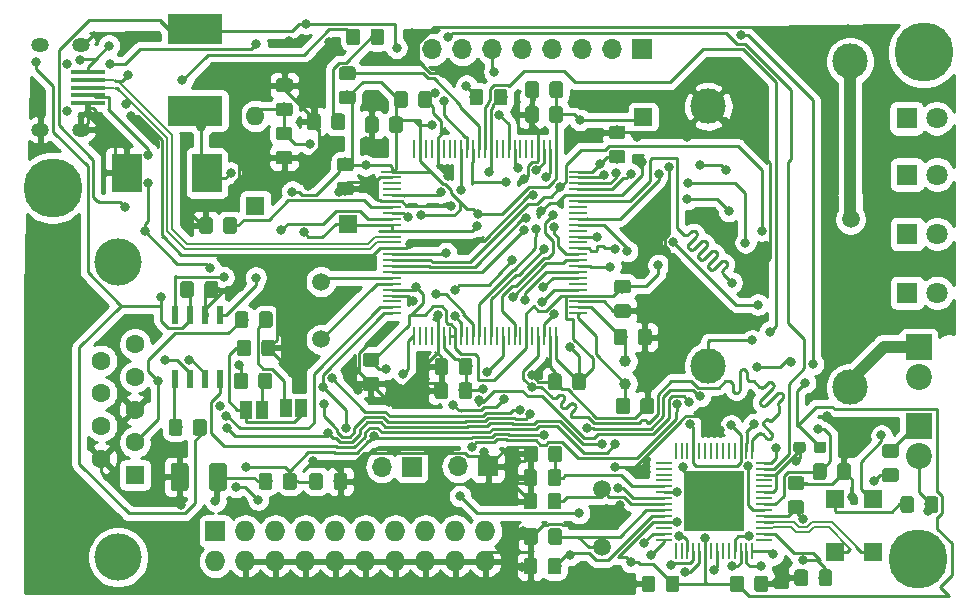
<source format=gtl>
G04 #@! TF.GenerationSoftware,KiCad,Pcbnew,(6.0.0-rc1-dev-1561-g9cac0a38c)*
G04 #@! TF.CreationDate,2019-06-17T18:23:23+02:00
G04 #@! TF.ProjectId,canbox,63616e62-6f78-42e6-9b69-6361645f7063,rev?*
G04 #@! TF.SameCoordinates,Original*
G04 #@! TF.FileFunction,Copper,L1,Top*
G04 #@! TF.FilePolarity,Positive*
%FSLAX46Y46*%
G04 Gerber Fmt 4.6, Leading zero omitted, Abs format (unit mm)*
G04 Created by KiCad (PCBNEW (6.0.0-rc1-dev-1561-g9cac0a38c)) date Mon 17 Jun 2019 06:23:23 PM CEST*
%MOMM*%
%LPD*%
G04 APERTURE LIST*
%ADD10R,1.000000X1.500000*%
%ADD11R,4.600000X2.500000*%
%ADD12C,0.100000*%
%ADD13C,1.150000*%
%ADD14R,2.500000X2.500000*%
%ADD15O,1.400000X0.250000*%
%ADD16O,0.250000X1.400000*%
%ADD17R,0.280000X1.500000*%
%ADD18R,1.500000X0.280000*%
%ADD19R,1.900000X0.280000*%
%ADD20R,2.500000X3.300000*%
%ADD21C,1.500000*%
%ADD22C,3.000000*%
%ADD23O,1.727200X1.727200*%
%ADD24R,1.727200X1.727200*%
%ADD25C,4.000000*%
%ADD26C,1.600000*%
%ADD27R,1.600000X1.600000*%
%ADD28C,2.200000*%
%ADD29R,2.200000X2.200000*%
%ADD30O,1.700000X1.700000*%
%ADD31R,1.700000X1.700000*%
%ADD32C,0.800000*%
%ADD33C,5.000000*%
%ADD34C,1.000000*%
%ADD35R,0.600000X1.550000*%
%ADD36R,1.500000X1.500000*%
%ADD37R,1.524000X1.524000*%
%ADD38C,0.950000*%
%ADD39O,1.524000X1.200000*%
%ADD40R,3.000000X0.400000*%
%ADD41C,1.800000*%
%ADD42R,1.800000X1.800000*%
%ADD43O,1.600000X1.600000*%
%ADD44C,0.250000*%
%ADD45C,0.200000*%
%ADD46C,1.000000*%
%ADD47C,0.254000*%
G04 APERTURE END LIST*
D10*
X57803400Y-115667200D03*
X59103400Y-115667200D03*
X54423400Y-115777200D03*
X55723400Y-115777200D03*
D11*
X50088800Y-83543800D03*
X50088800Y-90443800D03*
D12*
G36*
X48794705Y-116573004D02*
G01*
X48818973Y-116576604D01*
X48842772Y-116582565D01*
X48865871Y-116590830D01*
X48888050Y-116601320D01*
X48909093Y-116613932D01*
X48928799Y-116628547D01*
X48946977Y-116645023D01*
X48963453Y-116663201D01*
X48978068Y-116682907D01*
X48990680Y-116703950D01*
X49001170Y-116726129D01*
X49009435Y-116749228D01*
X49015396Y-116773027D01*
X49018996Y-116797295D01*
X49020200Y-116821799D01*
X49020200Y-117721801D01*
X49018996Y-117746305D01*
X49015396Y-117770573D01*
X49009435Y-117794372D01*
X49001170Y-117817471D01*
X48990680Y-117839650D01*
X48978068Y-117860693D01*
X48963453Y-117880399D01*
X48946977Y-117898577D01*
X48928799Y-117915053D01*
X48909093Y-117929668D01*
X48888050Y-117942280D01*
X48865871Y-117952770D01*
X48842772Y-117961035D01*
X48818973Y-117966996D01*
X48794705Y-117970596D01*
X48770201Y-117971800D01*
X48120199Y-117971800D01*
X48095695Y-117970596D01*
X48071427Y-117966996D01*
X48047628Y-117961035D01*
X48024529Y-117952770D01*
X48002350Y-117942280D01*
X47981307Y-117929668D01*
X47961601Y-117915053D01*
X47943423Y-117898577D01*
X47926947Y-117880399D01*
X47912332Y-117860693D01*
X47899720Y-117839650D01*
X47889230Y-117817471D01*
X47880965Y-117794372D01*
X47875004Y-117770573D01*
X47871404Y-117746305D01*
X47870200Y-117721801D01*
X47870200Y-116821799D01*
X47871404Y-116797295D01*
X47875004Y-116773027D01*
X47880965Y-116749228D01*
X47889230Y-116726129D01*
X47899720Y-116703950D01*
X47912332Y-116682907D01*
X47926947Y-116663201D01*
X47943423Y-116645023D01*
X47961601Y-116628547D01*
X47981307Y-116613932D01*
X48002350Y-116601320D01*
X48024529Y-116590830D01*
X48047628Y-116582565D01*
X48071427Y-116576604D01*
X48095695Y-116573004D01*
X48120199Y-116571800D01*
X48770201Y-116571800D01*
X48794705Y-116573004D01*
X48794705Y-116573004D01*
G37*
D13*
X48445200Y-117271800D03*
D12*
G36*
X50844705Y-116573004D02*
G01*
X50868973Y-116576604D01*
X50892772Y-116582565D01*
X50915871Y-116590830D01*
X50938050Y-116601320D01*
X50959093Y-116613932D01*
X50978799Y-116628547D01*
X50996977Y-116645023D01*
X51013453Y-116663201D01*
X51028068Y-116682907D01*
X51040680Y-116703950D01*
X51051170Y-116726129D01*
X51059435Y-116749228D01*
X51065396Y-116773027D01*
X51068996Y-116797295D01*
X51070200Y-116821799D01*
X51070200Y-117721801D01*
X51068996Y-117746305D01*
X51065396Y-117770573D01*
X51059435Y-117794372D01*
X51051170Y-117817471D01*
X51040680Y-117839650D01*
X51028068Y-117860693D01*
X51013453Y-117880399D01*
X50996977Y-117898577D01*
X50978799Y-117915053D01*
X50959093Y-117929668D01*
X50938050Y-117942280D01*
X50915871Y-117952770D01*
X50892772Y-117961035D01*
X50868973Y-117966996D01*
X50844705Y-117970596D01*
X50820201Y-117971800D01*
X50170199Y-117971800D01*
X50145695Y-117970596D01*
X50121427Y-117966996D01*
X50097628Y-117961035D01*
X50074529Y-117952770D01*
X50052350Y-117942280D01*
X50031307Y-117929668D01*
X50011601Y-117915053D01*
X49993423Y-117898577D01*
X49976947Y-117880399D01*
X49962332Y-117860693D01*
X49949720Y-117839650D01*
X49939230Y-117817471D01*
X49930965Y-117794372D01*
X49925004Y-117770573D01*
X49921404Y-117746305D01*
X49920200Y-117721801D01*
X49920200Y-116821799D01*
X49921404Y-116797295D01*
X49925004Y-116773027D01*
X49930965Y-116749228D01*
X49939230Y-116726129D01*
X49949720Y-116703950D01*
X49962332Y-116682907D01*
X49976947Y-116663201D01*
X49993423Y-116645023D01*
X50011601Y-116628547D01*
X50031307Y-116613932D01*
X50052350Y-116601320D01*
X50074529Y-116590830D01*
X50097628Y-116582565D01*
X50121427Y-116576604D01*
X50145695Y-116573004D01*
X50170199Y-116571800D01*
X50820201Y-116571800D01*
X50844705Y-116573004D01*
X50844705Y-116573004D01*
G37*
D13*
X50495200Y-117271800D03*
D14*
X95283400Y-122267200D03*
X92783400Y-122267200D03*
X95283400Y-124767200D03*
X92783400Y-124767200D03*
D15*
X89783400Y-126767200D03*
X89783400Y-126267200D03*
X89783400Y-125767200D03*
X89783400Y-125267200D03*
X89783400Y-124767200D03*
X89783400Y-124267200D03*
X89783400Y-123767200D03*
X89783400Y-123267200D03*
X89783400Y-122767200D03*
X89783400Y-122267200D03*
X89783400Y-121767200D03*
X89783400Y-121267200D03*
X89783400Y-120767200D03*
X89783400Y-120267200D03*
D16*
X90783400Y-119267200D03*
X91283400Y-119267200D03*
X91783400Y-119267200D03*
X92283400Y-119267200D03*
X92783400Y-119267200D03*
X93283400Y-119267200D03*
X93783400Y-119267200D03*
X94283400Y-119267200D03*
X94783400Y-119267200D03*
X95283400Y-119267200D03*
X95783400Y-119267200D03*
X96283400Y-119267200D03*
X96783400Y-119267200D03*
X97283400Y-119267200D03*
D15*
X98283400Y-120267200D03*
X98283400Y-120767200D03*
X98283400Y-121267200D03*
X98283400Y-121767200D03*
X98283400Y-122267200D03*
X98283400Y-122767200D03*
X98283400Y-123267200D03*
X98283400Y-123767200D03*
X98283400Y-124267200D03*
X98283400Y-124767200D03*
X98283400Y-125267200D03*
X98283400Y-125767200D03*
X98283400Y-126267200D03*
X98283400Y-126767200D03*
D16*
X97283400Y-127767200D03*
X96783400Y-127767200D03*
X96283400Y-127767200D03*
X95783400Y-127767200D03*
X95283400Y-127767200D03*
X94783400Y-127767200D03*
X94283400Y-127767200D03*
X93783400Y-127767200D03*
X93283400Y-127767200D03*
X92783400Y-127767200D03*
X92283400Y-127767200D03*
X91783400Y-127767200D03*
X91283400Y-127767200D03*
X90783400Y-127767200D03*
D12*
G36*
X56414705Y-121145004D02*
G01*
X56438973Y-121148604D01*
X56462772Y-121154565D01*
X56485871Y-121162830D01*
X56508050Y-121173320D01*
X56529093Y-121185932D01*
X56548799Y-121200547D01*
X56566977Y-121217023D01*
X56583453Y-121235201D01*
X56598068Y-121254907D01*
X56610680Y-121275950D01*
X56621170Y-121298129D01*
X56629435Y-121321228D01*
X56635396Y-121345027D01*
X56638996Y-121369295D01*
X56640200Y-121393799D01*
X56640200Y-122293801D01*
X56638996Y-122318305D01*
X56635396Y-122342573D01*
X56629435Y-122366372D01*
X56621170Y-122389471D01*
X56610680Y-122411650D01*
X56598068Y-122432693D01*
X56583453Y-122452399D01*
X56566977Y-122470577D01*
X56548799Y-122487053D01*
X56529093Y-122501668D01*
X56508050Y-122514280D01*
X56485871Y-122524770D01*
X56462772Y-122533035D01*
X56438973Y-122538996D01*
X56414705Y-122542596D01*
X56390201Y-122543800D01*
X55740199Y-122543800D01*
X55715695Y-122542596D01*
X55691427Y-122538996D01*
X55667628Y-122533035D01*
X55644529Y-122524770D01*
X55622350Y-122514280D01*
X55601307Y-122501668D01*
X55581601Y-122487053D01*
X55563423Y-122470577D01*
X55546947Y-122452399D01*
X55532332Y-122432693D01*
X55519720Y-122411650D01*
X55509230Y-122389471D01*
X55500965Y-122366372D01*
X55495004Y-122342573D01*
X55491404Y-122318305D01*
X55490200Y-122293801D01*
X55490200Y-121393799D01*
X55491404Y-121369295D01*
X55495004Y-121345027D01*
X55500965Y-121321228D01*
X55509230Y-121298129D01*
X55519720Y-121275950D01*
X55532332Y-121254907D01*
X55546947Y-121235201D01*
X55563423Y-121217023D01*
X55581601Y-121200547D01*
X55601307Y-121185932D01*
X55622350Y-121173320D01*
X55644529Y-121162830D01*
X55667628Y-121154565D01*
X55691427Y-121148604D01*
X55715695Y-121145004D01*
X55740199Y-121143800D01*
X56390201Y-121143800D01*
X56414705Y-121145004D01*
X56414705Y-121145004D01*
G37*
D13*
X56065200Y-121843800D03*
D12*
G36*
X58464705Y-121145004D02*
G01*
X58488973Y-121148604D01*
X58512772Y-121154565D01*
X58535871Y-121162830D01*
X58558050Y-121173320D01*
X58579093Y-121185932D01*
X58598799Y-121200547D01*
X58616977Y-121217023D01*
X58633453Y-121235201D01*
X58648068Y-121254907D01*
X58660680Y-121275950D01*
X58671170Y-121298129D01*
X58679435Y-121321228D01*
X58685396Y-121345027D01*
X58688996Y-121369295D01*
X58690200Y-121393799D01*
X58690200Y-122293801D01*
X58688996Y-122318305D01*
X58685396Y-122342573D01*
X58679435Y-122366372D01*
X58671170Y-122389471D01*
X58660680Y-122411650D01*
X58648068Y-122432693D01*
X58633453Y-122452399D01*
X58616977Y-122470577D01*
X58598799Y-122487053D01*
X58579093Y-122501668D01*
X58558050Y-122514280D01*
X58535871Y-122524770D01*
X58512772Y-122533035D01*
X58488973Y-122538996D01*
X58464705Y-122542596D01*
X58440201Y-122543800D01*
X57790199Y-122543800D01*
X57765695Y-122542596D01*
X57741427Y-122538996D01*
X57717628Y-122533035D01*
X57694529Y-122524770D01*
X57672350Y-122514280D01*
X57651307Y-122501668D01*
X57631601Y-122487053D01*
X57613423Y-122470577D01*
X57596947Y-122452399D01*
X57582332Y-122432693D01*
X57569720Y-122411650D01*
X57559230Y-122389471D01*
X57550965Y-122366372D01*
X57545004Y-122342573D01*
X57541404Y-122318305D01*
X57540200Y-122293801D01*
X57540200Y-121393799D01*
X57541404Y-121369295D01*
X57545004Y-121345027D01*
X57550965Y-121321228D01*
X57559230Y-121298129D01*
X57569720Y-121275950D01*
X57582332Y-121254907D01*
X57596947Y-121235201D01*
X57613423Y-121217023D01*
X57631601Y-121200547D01*
X57651307Y-121185932D01*
X57672350Y-121173320D01*
X57694529Y-121162830D01*
X57717628Y-121154565D01*
X57741427Y-121148604D01*
X57765695Y-121145004D01*
X57790199Y-121143800D01*
X58440201Y-121143800D01*
X58464705Y-121145004D01*
X58464705Y-121145004D01*
G37*
D13*
X58115200Y-121843800D03*
D12*
G36*
X62749905Y-121145004D02*
G01*
X62774173Y-121148604D01*
X62797972Y-121154565D01*
X62821071Y-121162830D01*
X62843250Y-121173320D01*
X62864293Y-121185932D01*
X62883999Y-121200547D01*
X62902177Y-121217023D01*
X62918653Y-121235201D01*
X62933268Y-121254907D01*
X62945880Y-121275950D01*
X62956370Y-121298129D01*
X62964635Y-121321228D01*
X62970596Y-121345027D01*
X62974196Y-121369295D01*
X62975400Y-121393799D01*
X62975400Y-122293801D01*
X62974196Y-122318305D01*
X62970596Y-122342573D01*
X62964635Y-122366372D01*
X62956370Y-122389471D01*
X62945880Y-122411650D01*
X62933268Y-122432693D01*
X62918653Y-122452399D01*
X62902177Y-122470577D01*
X62883999Y-122487053D01*
X62864293Y-122501668D01*
X62843250Y-122514280D01*
X62821071Y-122524770D01*
X62797972Y-122533035D01*
X62774173Y-122538996D01*
X62749905Y-122542596D01*
X62725401Y-122543800D01*
X62075399Y-122543800D01*
X62050895Y-122542596D01*
X62026627Y-122538996D01*
X62002828Y-122533035D01*
X61979729Y-122524770D01*
X61957550Y-122514280D01*
X61936507Y-122501668D01*
X61916801Y-122487053D01*
X61898623Y-122470577D01*
X61882147Y-122452399D01*
X61867532Y-122432693D01*
X61854920Y-122411650D01*
X61844430Y-122389471D01*
X61836165Y-122366372D01*
X61830204Y-122342573D01*
X61826604Y-122318305D01*
X61825400Y-122293801D01*
X61825400Y-121393799D01*
X61826604Y-121369295D01*
X61830204Y-121345027D01*
X61836165Y-121321228D01*
X61844430Y-121298129D01*
X61854920Y-121275950D01*
X61867532Y-121254907D01*
X61882147Y-121235201D01*
X61898623Y-121217023D01*
X61916801Y-121200547D01*
X61936507Y-121185932D01*
X61957550Y-121173320D01*
X61979729Y-121162830D01*
X62002828Y-121154565D01*
X62026627Y-121148604D01*
X62050895Y-121145004D01*
X62075399Y-121143800D01*
X62725401Y-121143800D01*
X62749905Y-121145004D01*
X62749905Y-121145004D01*
G37*
D13*
X62400400Y-121843800D03*
D12*
G36*
X60699905Y-121145004D02*
G01*
X60724173Y-121148604D01*
X60747972Y-121154565D01*
X60771071Y-121162830D01*
X60793250Y-121173320D01*
X60814293Y-121185932D01*
X60833999Y-121200547D01*
X60852177Y-121217023D01*
X60868653Y-121235201D01*
X60883268Y-121254907D01*
X60895880Y-121275950D01*
X60906370Y-121298129D01*
X60914635Y-121321228D01*
X60920596Y-121345027D01*
X60924196Y-121369295D01*
X60925400Y-121393799D01*
X60925400Y-122293801D01*
X60924196Y-122318305D01*
X60920596Y-122342573D01*
X60914635Y-122366372D01*
X60906370Y-122389471D01*
X60895880Y-122411650D01*
X60883268Y-122432693D01*
X60868653Y-122452399D01*
X60852177Y-122470577D01*
X60833999Y-122487053D01*
X60814293Y-122501668D01*
X60793250Y-122514280D01*
X60771071Y-122524770D01*
X60747972Y-122533035D01*
X60724173Y-122538996D01*
X60699905Y-122542596D01*
X60675401Y-122543800D01*
X60025399Y-122543800D01*
X60000895Y-122542596D01*
X59976627Y-122538996D01*
X59952828Y-122533035D01*
X59929729Y-122524770D01*
X59907550Y-122514280D01*
X59886507Y-122501668D01*
X59866801Y-122487053D01*
X59848623Y-122470577D01*
X59832147Y-122452399D01*
X59817532Y-122432693D01*
X59804920Y-122411650D01*
X59794430Y-122389471D01*
X59786165Y-122366372D01*
X59780204Y-122342573D01*
X59776604Y-122318305D01*
X59775400Y-122293801D01*
X59775400Y-121393799D01*
X59776604Y-121369295D01*
X59780204Y-121345027D01*
X59786165Y-121321228D01*
X59794430Y-121298129D01*
X59804920Y-121275950D01*
X59817532Y-121254907D01*
X59832147Y-121235201D01*
X59848623Y-121217023D01*
X59866801Y-121200547D01*
X59886507Y-121185932D01*
X59907550Y-121173320D01*
X59929729Y-121162830D01*
X59952828Y-121154565D01*
X59976627Y-121148604D01*
X60000895Y-121145004D01*
X60025399Y-121143800D01*
X60675401Y-121143800D01*
X60699905Y-121145004D01*
X60699905Y-121145004D01*
G37*
D13*
X60350400Y-121843800D03*
D17*
X68644000Y-93711000D03*
X69144000Y-93711000D03*
X69644000Y-93711000D03*
X70144000Y-93711000D03*
X70644000Y-93711000D03*
X71144000Y-93711000D03*
X71644000Y-93711000D03*
X72144000Y-93711000D03*
X72644000Y-93711000D03*
X73144000Y-93711000D03*
X73644000Y-93711000D03*
X74144000Y-93711000D03*
X74644000Y-93711000D03*
X75144000Y-93711000D03*
X75644000Y-93711000D03*
X76144000Y-93711000D03*
X76644000Y-93711000D03*
X77144000Y-93711000D03*
X77644000Y-93711000D03*
X78144000Y-93711000D03*
X78644000Y-93711000D03*
X79144000Y-93711000D03*
X79644000Y-93711000D03*
X80144000Y-93711000D03*
X80644000Y-93711000D03*
D18*
X82544000Y-95611000D03*
X82544000Y-96111000D03*
X82544000Y-96611000D03*
X82544000Y-97111000D03*
X82544000Y-97611000D03*
X82544000Y-98111000D03*
X82544000Y-98611000D03*
X82544000Y-99111000D03*
X82544000Y-99611000D03*
X82544000Y-100111000D03*
X82544000Y-100611000D03*
X82544000Y-101111000D03*
X82544000Y-101611000D03*
X82544000Y-102111000D03*
X82544000Y-102611000D03*
X82544000Y-103111000D03*
X82544000Y-103611000D03*
X82544000Y-104111000D03*
X82544000Y-104611000D03*
X82544000Y-105111000D03*
X82544000Y-105611000D03*
X82544000Y-106111000D03*
X82544000Y-106611000D03*
X82544000Y-107111000D03*
X82544000Y-107611000D03*
D17*
X80644000Y-109511000D03*
X80144000Y-109511000D03*
X79644000Y-109511000D03*
X79144000Y-109511000D03*
X78644000Y-109511000D03*
X78144000Y-109511000D03*
X77644000Y-109511000D03*
X77144000Y-109511000D03*
X76644000Y-109511000D03*
X76144000Y-109511000D03*
X75644000Y-109511000D03*
X75144000Y-109511000D03*
X74644000Y-109511000D03*
X74144000Y-109511000D03*
X73644000Y-109511000D03*
X73144000Y-109511000D03*
X72644000Y-109511000D03*
X72144000Y-109511000D03*
X71644000Y-109511000D03*
X71144000Y-109511000D03*
X70644000Y-109511000D03*
X70144000Y-109511000D03*
X69644000Y-109511000D03*
X69144000Y-109511000D03*
X68644000Y-109511000D03*
D18*
X66744000Y-107611000D03*
X66744000Y-107111000D03*
X66744000Y-106611000D03*
X66744000Y-106111000D03*
X66744000Y-105611000D03*
X66744000Y-105111000D03*
X66744000Y-104611000D03*
X66744000Y-104111000D03*
X66744000Y-103611000D03*
X66744000Y-103111000D03*
X66744000Y-102611000D03*
X66744000Y-102111000D03*
X66744000Y-101611000D03*
X66744000Y-101111000D03*
X66744000Y-100611000D03*
X66744000Y-100111000D03*
X66744000Y-99611000D03*
X66744000Y-99111000D03*
X66744000Y-98611000D03*
X66744000Y-98111000D03*
X66744000Y-97611000D03*
X66744000Y-97111000D03*
X66744000Y-96611000D03*
X66744000Y-96111000D03*
D19*
X66744000Y-95611000D03*
D20*
X44296800Y-95707200D03*
X51096800Y-95707200D03*
D12*
G36*
X49318504Y-120289004D02*
G01*
X49342773Y-120292604D01*
X49366571Y-120298565D01*
X49389671Y-120306830D01*
X49411849Y-120317320D01*
X49432893Y-120329933D01*
X49452598Y-120344547D01*
X49470777Y-120361023D01*
X49487253Y-120379202D01*
X49501867Y-120398907D01*
X49514480Y-120419951D01*
X49524970Y-120442129D01*
X49533235Y-120465229D01*
X49539196Y-120489027D01*
X49542796Y-120513296D01*
X49544000Y-120537800D01*
X49544000Y-122387800D01*
X49542796Y-122412304D01*
X49539196Y-122436573D01*
X49533235Y-122460371D01*
X49524970Y-122483471D01*
X49514480Y-122505649D01*
X49501867Y-122526693D01*
X49487253Y-122546398D01*
X49470777Y-122564577D01*
X49452598Y-122581053D01*
X49432893Y-122595667D01*
X49411849Y-122608280D01*
X49389671Y-122618770D01*
X49366571Y-122627035D01*
X49342773Y-122632996D01*
X49318504Y-122636596D01*
X49294000Y-122637800D01*
X48294000Y-122637800D01*
X48269496Y-122636596D01*
X48245227Y-122632996D01*
X48221429Y-122627035D01*
X48198329Y-122618770D01*
X48176151Y-122608280D01*
X48155107Y-122595667D01*
X48135402Y-122581053D01*
X48117223Y-122564577D01*
X48100747Y-122546398D01*
X48086133Y-122526693D01*
X48073520Y-122505649D01*
X48063030Y-122483471D01*
X48054765Y-122460371D01*
X48048804Y-122436573D01*
X48045204Y-122412304D01*
X48044000Y-122387800D01*
X48044000Y-120537800D01*
X48045204Y-120513296D01*
X48048804Y-120489027D01*
X48054765Y-120465229D01*
X48063030Y-120442129D01*
X48073520Y-120419951D01*
X48086133Y-120398907D01*
X48100747Y-120379202D01*
X48117223Y-120361023D01*
X48135402Y-120344547D01*
X48155107Y-120329933D01*
X48176151Y-120317320D01*
X48198329Y-120306830D01*
X48221429Y-120298565D01*
X48245227Y-120292604D01*
X48269496Y-120289004D01*
X48294000Y-120287800D01*
X49294000Y-120287800D01*
X49318504Y-120289004D01*
X49318504Y-120289004D01*
G37*
D21*
X48794000Y-121462800D03*
D12*
G36*
X52568504Y-120289004D02*
G01*
X52592773Y-120292604D01*
X52616571Y-120298565D01*
X52639671Y-120306830D01*
X52661849Y-120317320D01*
X52682893Y-120329933D01*
X52702598Y-120344547D01*
X52720777Y-120361023D01*
X52737253Y-120379202D01*
X52751867Y-120398907D01*
X52764480Y-120419951D01*
X52774970Y-120442129D01*
X52783235Y-120465229D01*
X52789196Y-120489027D01*
X52792796Y-120513296D01*
X52794000Y-120537800D01*
X52794000Y-122387800D01*
X52792796Y-122412304D01*
X52789196Y-122436573D01*
X52783235Y-122460371D01*
X52774970Y-122483471D01*
X52764480Y-122505649D01*
X52751867Y-122526693D01*
X52737253Y-122546398D01*
X52720777Y-122564577D01*
X52702598Y-122581053D01*
X52682893Y-122595667D01*
X52661849Y-122608280D01*
X52639671Y-122618770D01*
X52616571Y-122627035D01*
X52592773Y-122632996D01*
X52568504Y-122636596D01*
X52544000Y-122637800D01*
X51544000Y-122637800D01*
X51519496Y-122636596D01*
X51495227Y-122632996D01*
X51471429Y-122627035D01*
X51448329Y-122618770D01*
X51426151Y-122608280D01*
X51405107Y-122595667D01*
X51385402Y-122581053D01*
X51367223Y-122564577D01*
X51350747Y-122546398D01*
X51336133Y-122526693D01*
X51323520Y-122505649D01*
X51313030Y-122483471D01*
X51304765Y-122460371D01*
X51298804Y-122436573D01*
X51295204Y-122412304D01*
X51294000Y-122387800D01*
X51294000Y-120537800D01*
X51295204Y-120513296D01*
X51298804Y-120489027D01*
X51304765Y-120465229D01*
X51313030Y-120442129D01*
X51323520Y-120419951D01*
X51336133Y-120398907D01*
X51350747Y-120379202D01*
X51367223Y-120361023D01*
X51385402Y-120344547D01*
X51405107Y-120329933D01*
X51426151Y-120317320D01*
X51448329Y-120306830D01*
X51471429Y-120298565D01*
X51495227Y-120292604D01*
X51519496Y-120289004D01*
X51544000Y-120287800D01*
X52544000Y-120287800D01*
X52568504Y-120289004D01*
X52568504Y-120289004D01*
G37*
D21*
X52044000Y-121462800D03*
D22*
X105542600Y-86276000D03*
X93542600Y-90076000D03*
X93542600Y-112076000D03*
X105542600Y-113876000D03*
D23*
X74676000Y-128600200D03*
X74676000Y-126060200D03*
X72136000Y-128600200D03*
X72136000Y-126060200D03*
X69596000Y-128600200D03*
X69596000Y-126060200D03*
X67056000Y-128600200D03*
X67056000Y-126060200D03*
X64516000Y-128600200D03*
X64516000Y-126060200D03*
X61976000Y-128600200D03*
X61976000Y-126060200D03*
X59436000Y-128600200D03*
X59436000Y-126060200D03*
X56896000Y-128600200D03*
X56896000Y-126060200D03*
X54356000Y-128600200D03*
X54356000Y-126060200D03*
X51816000Y-128600200D03*
D24*
X51816000Y-126060200D03*
D12*
G36*
X78978905Y-87972604D02*
G01*
X79003173Y-87976204D01*
X79026972Y-87982165D01*
X79050071Y-87990430D01*
X79072250Y-88000920D01*
X79093293Y-88013532D01*
X79112999Y-88028147D01*
X79131177Y-88044623D01*
X79147653Y-88062801D01*
X79162268Y-88082507D01*
X79174880Y-88103550D01*
X79185370Y-88125729D01*
X79193635Y-88148828D01*
X79199596Y-88172627D01*
X79203196Y-88196895D01*
X79204400Y-88221399D01*
X79204400Y-89121401D01*
X79203196Y-89145905D01*
X79199596Y-89170173D01*
X79193635Y-89193972D01*
X79185370Y-89217071D01*
X79174880Y-89239250D01*
X79162268Y-89260293D01*
X79147653Y-89279999D01*
X79131177Y-89298177D01*
X79112999Y-89314653D01*
X79093293Y-89329268D01*
X79072250Y-89341880D01*
X79050071Y-89352370D01*
X79026972Y-89360635D01*
X79003173Y-89366596D01*
X78978905Y-89370196D01*
X78954401Y-89371400D01*
X78304399Y-89371400D01*
X78279895Y-89370196D01*
X78255627Y-89366596D01*
X78231828Y-89360635D01*
X78208729Y-89352370D01*
X78186550Y-89341880D01*
X78165507Y-89329268D01*
X78145801Y-89314653D01*
X78127623Y-89298177D01*
X78111147Y-89279999D01*
X78096532Y-89260293D01*
X78083920Y-89239250D01*
X78073430Y-89217071D01*
X78065165Y-89193972D01*
X78059204Y-89170173D01*
X78055604Y-89145905D01*
X78054400Y-89121401D01*
X78054400Y-88221399D01*
X78055604Y-88196895D01*
X78059204Y-88172627D01*
X78065165Y-88148828D01*
X78073430Y-88125729D01*
X78083920Y-88103550D01*
X78096532Y-88082507D01*
X78111147Y-88062801D01*
X78127623Y-88044623D01*
X78145801Y-88028147D01*
X78165507Y-88013532D01*
X78186550Y-88000920D01*
X78208729Y-87990430D01*
X78231828Y-87982165D01*
X78255627Y-87976204D01*
X78279895Y-87972604D01*
X78304399Y-87971400D01*
X78954401Y-87971400D01*
X78978905Y-87972604D01*
X78978905Y-87972604D01*
G37*
D13*
X78629400Y-88671400D03*
D12*
G36*
X81028905Y-87972604D02*
G01*
X81053173Y-87976204D01*
X81076972Y-87982165D01*
X81100071Y-87990430D01*
X81122250Y-88000920D01*
X81143293Y-88013532D01*
X81162999Y-88028147D01*
X81181177Y-88044623D01*
X81197653Y-88062801D01*
X81212268Y-88082507D01*
X81224880Y-88103550D01*
X81235370Y-88125729D01*
X81243635Y-88148828D01*
X81249596Y-88172627D01*
X81253196Y-88196895D01*
X81254400Y-88221399D01*
X81254400Y-89121401D01*
X81253196Y-89145905D01*
X81249596Y-89170173D01*
X81243635Y-89193972D01*
X81235370Y-89217071D01*
X81224880Y-89239250D01*
X81212268Y-89260293D01*
X81197653Y-89279999D01*
X81181177Y-89298177D01*
X81162999Y-89314653D01*
X81143293Y-89329268D01*
X81122250Y-89341880D01*
X81100071Y-89352370D01*
X81076972Y-89360635D01*
X81053173Y-89366596D01*
X81028905Y-89370196D01*
X81004401Y-89371400D01*
X80354399Y-89371400D01*
X80329895Y-89370196D01*
X80305627Y-89366596D01*
X80281828Y-89360635D01*
X80258729Y-89352370D01*
X80236550Y-89341880D01*
X80215507Y-89329268D01*
X80195801Y-89314653D01*
X80177623Y-89298177D01*
X80161147Y-89279999D01*
X80146532Y-89260293D01*
X80133920Y-89239250D01*
X80123430Y-89217071D01*
X80115165Y-89193972D01*
X80109204Y-89170173D01*
X80105604Y-89145905D01*
X80104400Y-89121401D01*
X80104400Y-88221399D01*
X80105604Y-88196895D01*
X80109204Y-88172627D01*
X80115165Y-88148828D01*
X80123430Y-88125729D01*
X80133920Y-88103550D01*
X80146532Y-88082507D01*
X80161147Y-88062801D01*
X80177623Y-88044623D01*
X80195801Y-88028147D01*
X80215507Y-88013532D01*
X80236550Y-88000920D01*
X80258729Y-87990430D01*
X80281828Y-87982165D01*
X80305627Y-87976204D01*
X80329895Y-87972604D01*
X80354399Y-87971400D01*
X81004401Y-87971400D01*
X81028905Y-87972604D01*
X81028905Y-87972604D01*
G37*
D13*
X80679400Y-88671400D03*
D25*
X43586400Y-128270000D03*
X43586400Y-103270000D03*
D26*
X42166400Y-111615000D03*
X42166400Y-114385000D03*
X42166400Y-117155000D03*
X42166400Y-119925000D03*
X45006400Y-110230000D03*
X45006400Y-113000000D03*
X45006400Y-115770000D03*
X45006400Y-118540000D03*
D27*
X45006400Y-121310000D03*
D28*
X111379000Y-119684800D03*
D29*
X111379000Y-117144800D03*
D28*
X111379000Y-113030000D03*
D29*
X111379000Y-110490000D03*
D12*
G36*
X51360105Y-99466104D02*
G01*
X51384373Y-99469704D01*
X51408172Y-99475665D01*
X51431271Y-99483930D01*
X51453450Y-99494420D01*
X51474493Y-99507032D01*
X51494199Y-99521647D01*
X51512377Y-99538123D01*
X51528853Y-99556301D01*
X51543468Y-99576007D01*
X51556080Y-99597050D01*
X51566570Y-99619229D01*
X51574835Y-99642328D01*
X51580796Y-99666127D01*
X51584396Y-99690395D01*
X51585600Y-99714899D01*
X51585600Y-100614901D01*
X51584396Y-100639405D01*
X51580796Y-100663673D01*
X51574835Y-100687472D01*
X51566570Y-100710571D01*
X51556080Y-100732750D01*
X51543468Y-100753793D01*
X51528853Y-100773499D01*
X51512377Y-100791677D01*
X51494199Y-100808153D01*
X51474493Y-100822768D01*
X51453450Y-100835380D01*
X51431271Y-100845870D01*
X51408172Y-100854135D01*
X51384373Y-100860096D01*
X51360105Y-100863696D01*
X51335601Y-100864900D01*
X50685599Y-100864900D01*
X50661095Y-100863696D01*
X50636827Y-100860096D01*
X50613028Y-100854135D01*
X50589929Y-100845870D01*
X50567750Y-100835380D01*
X50546707Y-100822768D01*
X50527001Y-100808153D01*
X50508823Y-100791677D01*
X50492347Y-100773499D01*
X50477732Y-100753793D01*
X50465120Y-100732750D01*
X50454630Y-100710571D01*
X50446365Y-100687472D01*
X50440404Y-100663673D01*
X50436804Y-100639405D01*
X50435600Y-100614901D01*
X50435600Y-99714899D01*
X50436804Y-99690395D01*
X50440404Y-99666127D01*
X50446365Y-99642328D01*
X50454630Y-99619229D01*
X50465120Y-99597050D01*
X50477732Y-99576007D01*
X50492347Y-99556301D01*
X50508823Y-99538123D01*
X50527001Y-99521647D01*
X50546707Y-99507032D01*
X50567750Y-99494420D01*
X50589929Y-99483930D01*
X50613028Y-99475665D01*
X50636827Y-99469704D01*
X50661095Y-99466104D01*
X50685599Y-99464900D01*
X51335601Y-99464900D01*
X51360105Y-99466104D01*
X51360105Y-99466104D01*
G37*
D13*
X51010600Y-100164900D03*
D12*
G36*
X53410105Y-99466104D02*
G01*
X53434373Y-99469704D01*
X53458172Y-99475665D01*
X53481271Y-99483930D01*
X53503450Y-99494420D01*
X53524493Y-99507032D01*
X53544199Y-99521647D01*
X53562377Y-99538123D01*
X53578853Y-99556301D01*
X53593468Y-99576007D01*
X53606080Y-99597050D01*
X53616570Y-99619229D01*
X53624835Y-99642328D01*
X53630796Y-99666127D01*
X53634396Y-99690395D01*
X53635600Y-99714899D01*
X53635600Y-100614901D01*
X53634396Y-100639405D01*
X53630796Y-100663673D01*
X53624835Y-100687472D01*
X53616570Y-100710571D01*
X53606080Y-100732750D01*
X53593468Y-100753793D01*
X53578853Y-100773499D01*
X53562377Y-100791677D01*
X53544199Y-100808153D01*
X53524493Y-100822768D01*
X53503450Y-100835380D01*
X53481271Y-100845870D01*
X53458172Y-100854135D01*
X53434373Y-100860096D01*
X53410105Y-100863696D01*
X53385601Y-100864900D01*
X52735599Y-100864900D01*
X52711095Y-100863696D01*
X52686827Y-100860096D01*
X52663028Y-100854135D01*
X52639929Y-100845870D01*
X52617750Y-100835380D01*
X52596707Y-100822768D01*
X52577001Y-100808153D01*
X52558823Y-100791677D01*
X52542347Y-100773499D01*
X52527732Y-100753793D01*
X52515120Y-100732750D01*
X52504630Y-100710571D01*
X52496365Y-100687472D01*
X52490404Y-100663673D01*
X52486804Y-100639405D01*
X52485600Y-100614901D01*
X52485600Y-99714899D01*
X52486804Y-99690395D01*
X52490404Y-99666127D01*
X52496365Y-99642328D01*
X52504630Y-99619229D01*
X52515120Y-99597050D01*
X52527732Y-99576007D01*
X52542347Y-99556301D01*
X52558823Y-99538123D01*
X52577001Y-99521647D01*
X52596707Y-99507032D01*
X52617750Y-99494420D01*
X52639929Y-99483930D01*
X52663028Y-99475665D01*
X52686827Y-99469704D01*
X52711095Y-99466104D01*
X52735599Y-99464900D01*
X53385601Y-99464900D01*
X53410105Y-99466104D01*
X53410105Y-99466104D01*
G37*
D13*
X53060600Y-100164900D03*
D30*
X65913000Y-120599200D03*
D31*
X68453000Y-120599200D03*
D12*
G36*
X60504105Y-90690404D02*
G01*
X60528373Y-90694004D01*
X60552172Y-90699965D01*
X60575271Y-90708230D01*
X60597450Y-90718720D01*
X60618493Y-90731332D01*
X60638199Y-90745947D01*
X60656377Y-90762423D01*
X60672853Y-90780601D01*
X60687468Y-90800307D01*
X60700080Y-90821350D01*
X60710570Y-90843529D01*
X60718835Y-90866628D01*
X60724796Y-90890427D01*
X60728396Y-90914695D01*
X60729600Y-90939199D01*
X60729600Y-91839201D01*
X60728396Y-91863705D01*
X60724796Y-91887973D01*
X60718835Y-91911772D01*
X60710570Y-91934871D01*
X60700080Y-91957050D01*
X60687468Y-91978093D01*
X60672853Y-91997799D01*
X60656377Y-92015977D01*
X60638199Y-92032453D01*
X60618493Y-92047068D01*
X60597450Y-92059680D01*
X60575271Y-92070170D01*
X60552172Y-92078435D01*
X60528373Y-92084396D01*
X60504105Y-92087996D01*
X60479601Y-92089200D01*
X59829599Y-92089200D01*
X59805095Y-92087996D01*
X59780827Y-92084396D01*
X59757028Y-92078435D01*
X59733929Y-92070170D01*
X59711750Y-92059680D01*
X59690707Y-92047068D01*
X59671001Y-92032453D01*
X59652823Y-92015977D01*
X59636347Y-91997799D01*
X59621732Y-91978093D01*
X59609120Y-91957050D01*
X59598630Y-91934871D01*
X59590365Y-91911772D01*
X59584404Y-91887973D01*
X59580804Y-91863705D01*
X59579600Y-91839201D01*
X59579600Y-90939199D01*
X59580804Y-90914695D01*
X59584404Y-90890427D01*
X59590365Y-90866628D01*
X59598630Y-90843529D01*
X59609120Y-90821350D01*
X59621732Y-90800307D01*
X59636347Y-90780601D01*
X59652823Y-90762423D01*
X59671001Y-90745947D01*
X59690707Y-90731332D01*
X59711750Y-90718720D01*
X59733929Y-90708230D01*
X59757028Y-90699965D01*
X59780827Y-90694004D01*
X59805095Y-90690404D01*
X59829599Y-90689200D01*
X60479601Y-90689200D01*
X60504105Y-90690404D01*
X60504105Y-90690404D01*
G37*
D13*
X60154600Y-91389200D03*
D12*
G36*
X62554105Y-90690404D02*
G01*
X62578373Y-90694004D01*
X62602172Y-90699965D01*
X62625271Y-90708230D01*
X62647450Y-90718720D01*
X62668493Y-90731332D01*
X62688199Y-90745947D01*
X62706377Y-90762423D01*
X62722853Y-90780601D01*
X62737468Y-90800307D01*
X62750080Y-90821350D01*
X62760570Y-90843529D01*
X62768835Y-90866628D01*
X62774796Y-90890427D01*
X62778396Y-90914695D01*
X62779600Y-90939199D01*
X62779600Y-91839201D01*
X62778396Y-91863705D01*
X62774796Y-91887973D01*
X62768835Y-91911772D01*
X62760570Y-91934871D01*
X62750080Y-91957050D01*
X62737468Y-91978093D01*
X62722853Y-91997799D01*
X62706377Y-92015977D01*
X62688199Y-92032453D01*
X62668493Y-92047068D01*
X62647450Y-92059680D01*
X62625271Y-92070170D01*
X62602172Y-92078435D01*
X62578373Y-92084396D01*
X62554105Y-92087996D01*
X62529601Y-92089200D01*
X61879599Y-92089200D01*
X61855095Y-92087996D01*
X61830827Y-92084396D01*
X61807028Y-92078435D01*
X61783929Y-92070170D01*
X61761750Y-92059680D01*
X61740707Y-92047068D01*
X61721001Y-92032453D01*
X61702823Y-92015977D01*
X61686347Y-91997799D01*
X61671732Y-91978093D01*
X61659120Y-91957050D01*
X61648630Y-91934871D01*
X61640365Y-91911772D01*
X61634404Y-91887973D01*
X61630804Y-91863705D01*
X61629600Y-91839201D01*
X61629600Y-90939199D01*
X61630804Y-90914695D01*
X61634404Y-90890427D01*
X61640365Y-90866628D01*
X61648630Y-90843529D01*
X61659120Y-90821350D01*
X61671732Y-90800307D01*
X61686347Y-90780601D01*
X61702823Y-90762423D01*
X61721001Y-90745947D01*
X61740707Y-90731332D01*
X61761750Y-90718720D01*
X61783929Y-90708230D01*
X61807028Y-90699965D01*
X61830827Y-90694004D01*
X61855095Y-90690404D01*
X61879599Y-90689200D01*
X62529601Y-90689200D01*
X62554105Y-90690404D01*
X62554105Y-90690404D01*
G37*
D13*
X62204600Y-91389200D03*
D32*
X112654025Y-127121975D03*
X111328200Y-126572800D03*
X110002375Y-127121975D03*
X109453200Y-128447800D03*
X110002375Y-129773625D03*
X111328200Y-130322800D03*
X112654025Y-129773625D03*
X113203200Y-128447800D03*
D33*
X111328200Y-128447800D03*
D32*
X113123925Y-84198515D03*
X111798100Y-83649340D03*
X110472275Y-84198515D03*
X109923100Y-85524340D03*
X110472275Y-86850165D03*
X111798100Y-87399340D03*
X113123925Y-86850165D03*
X113673100Y-85524340D03*
D33*
X111798100Y-85524340D03*
D32*
X39379625Y-95651375D03*
X38053800Y-95102200D03*
X36727975Y-95651375D03*
X36178800Y-96977200D03*
X36727975Y-98303025D03*
X38053800Y-98852200D03*
X39379625Y-98303025D03*
X39928800Y-96977200D03*
D33*
X38053800Y-96977200D03*
D21*
X84533400Y-122517200D03*
X84533400Y-127397200D03*
D34*
X86537800Y-113558400D03*
X86537800Y-111658400D03*
D21*
X60756800Y-109825180D03*
X60756800Y-104945180D03*
D30*
X70180200Y-85267800D03*
X72720200Y-85267800D03*
X75260200Y-85267800D03*
X77800200Y-85267800D03*
X80340200Y-85267800D03*
X82880200Y-85267800D03*
X85420200Y-85267800D03*
D31*
X87960200Y-85267800D03*
D35*
X52197000Y-113139200D03*
X50927000Y-113139200D03*
X49657000Y-113139200D03*
X48387000Y-113139200D03*
X48387000Y-107739200D03*
X49657000Y-107739200D03*
X50927000Y-107739200D03*
X52197000Y-107739200D03*
D36*
X88033400Y-91000000D03*
X63033400Y-100017200D03*
D12*
G36*
X56441705Y-107454404D02*
G01*
X56465973Y-107458004D01*
X56489772Y-107463965D01*
X56512871Y-107472230D01*
X56535050Y-107482720D01*
X56556093Y-107495332D01*
X56575799Y-107509947D01*
X56593977Y-107526423D01*
X56610453Y-107544601D01*
X56625068Y-107564307D01*
X56637680Y-107585350D01*
X56648170Y-107607529D01*
X56656435Y-107630628D01*
X56662396Y-107654427D01*
X56665996Y-107678695D01*
X56667200Y-107703199D01*
X56667200Y-108603201D01*
X56665996Y-108627705D01*
X56662396Y-108651973D01*
X56656435Y-108675772D01*
X56648170Y-108698871D01*
X56637680Y-108721050D01*
X56625068Y-108742093D01*
X56610453Y-108761799D01*
X56593977Y-108779977D01*
X56575799Y-108796453D01*
X56556093Y-108811068D01*
X56535050Y-108823680D01*
X56512871Y-108834170D01*
X56489772Y-108842435D01*
X56465973Y-108848396D01*
X56441705Y-108851996D01*
X56417201Y-108853200D01*
X55767199Y-108853200D01*
X55742695Y-108851996D01*
X55718427Y-108848396D01*
X55694628Y-108842435D01*
X55671529Y-108834170D01*
X55649350Y-108823680D01*
X55628307Y-108811068D01*
X55608601Y-108796453D01*
X55590423Y-108779977D01*
X55573947Y-108761799D01*
X55559332Y-108742093D01*
X55546720Y-108721050D01*
X55536230Y-108698871D01*
X55527965Y-108675772D01*
X55522004Y-108651973D01*
X55518404Y-108627705D01*
X55517200Y-108603201D01*
X55517200Y-107703199D01*
X55518404Y-107678695D01*
X55522004Y-107654427D01*
X55527965Y-107630628D01*
X55536230Y-107607529D01*
X55546720Y-107585350D01*
X55559332Y-107564307D01*
X55573947Y-107544601D01*
X55590423Y-107526423D01*
X55608601Y-107509947D01*
X55628307Y-107495332D01*
X55649350Y-107482720D01*
X55671529Y-107472230D01*
X55694628Y-107463965D01*
X55718427Y-107458004D01*
X55742695Y-107454404D01*
X55767199Y-107453200D01*
X56417201Y-107453200D01*
X56441705Y-107454404D01*
X56441705Y-107454404D01*
G37*
D13*
X56092200Y-108153200D03*
D12*
G36*
X54391705Y-107454404D02*
G01*
X54415973Y-107458004D01*
X54439772Y-107463965D01*
X54462871Y-107472230D01*
X54485050Y-107482720D01*
X54506093Y-107495332D01*
X54525799Y-107509947D01*
X54543977Y-107526423D01*
X54560453Y-107544601D01*
X54575068Y-107564307D01*
X54587680Y-107585350D01*
X54598170Y-107607529D01*
X54606435Y-107630628D01*
X54612396Y-107654427D01*
X54615996Y-107678695D01*
X54617200Y-107703199D01*
X54617200Y-108603201D01*
X54615996Y-108627705D01*
X54612396Y-108651973D01*
X54606435Y-108675772D01*
X54598170Y-108698871D01*
X54587680Y-108721050D01*
X54575068Y-108742093D01*
X54560453Y-108761799D01*
X54543977Y-108779977D01*
X54525799Y-108796453D01*
X54506093Y-108811068D01*
X54485050Y-108823680D01*
X54462871Y-108834170D01*
X54439772Y-108842435D01*
X54415973Y-108848396D01*
X54391705Y-108851996D01*
X54367201Y-108853200D01*
X53717199Y-108853200D01*
X53692695Y-108851996D01*
X53668427Y-108848396D01*
X53644628Y-108842435D01*
X53621529Y-108834170D01*
X53599350Y-108823680D01*
X53578307Y-108811068D01*
X53558601Y-108796453D01*
X53540423Y-108779977D01*
X53523947Y-108761799D01*
X53509332Y-108742093D01*
X53496720Y-108721050D01*
X53486230Y-108698871D01*
X53477965Y-108675772D01*
X53472004Y-108651973D01*
X53468404Y-108627705D01*
X53467200Y-108603201D01*
X53467200Y-107703199D01*
X53468404Y-107678695D01*
X53472004Y-107654427D01*
X53477965Y-107630628D01*
X53486230Y-107607529D01*
X53496720Y-107585350D01*
X53509332Y-107564307D01*
X53523947Y-107544601D01*
X53540423Y-107526423D01*
X53558601Y-107509947D01*
X53578307Y-107495332D01*
X53599350Y-107482720D01*
X53621529Y-107472230D01*
X53644628Y-107463965D01*
X53668427Y-107458004D01*
X53692695Y-107454404D01*
X53717199Y-107453200D01*
X54367201Y-107453200D01*
X54391705Y-107454404D01*
X54391705Y-107454404D01*
G37*
D13*
X54042200Y-108153200D03*
D12*
G36*
X56387905Y-112628404D02*
G01*
X56412173Y-112632004D01*
X56435972Y-112637965D01*
X56459071Y-112646230D01*
X56481250Y-112656720D01*
X56502293Y-112669332D01*
X56521999Y-112683947D01*
X56540177Y-112700423D01*
X56556653Y-112718601D01*
X56571268Y-112738307D01*
X56583880Y-112759350D01*
X56594370Y-112781529D01*
X56602635Y-112804628D01*
X56608596Y-112828427D01*
X56612196Y-112852695D01*
X56613400Y-112877199D01*
X56613400Y-113777201D01*
X56612196Y-113801705D01*
X56608596Y-113825973D01*
X56602635Y-113849772D01*
X56594370Y-113872871D01*
X56583880Y-113895050D01*
X56571268Y-113916093D01*
X56556653Y-113935799D01*
X56540177Y-113953977D01*
X56521999Y-113970453D01*
X56502293Y-113985068D01*
X56481250Y-113997680D01*
X56459071Y-114008170D01*
X56435972Y-114016435D01*
X56412173Y-114022396D01*
X56387905Y-114025996D01*
X56363401Y-114027200D01*
X55713399Y-114027200D01*
X55688895Y-114025996D01*
X55664627Y-114022396D01*
X55640828Y-114016435D01*
X55617729Y-114008170D01*
X55595550Y-113997680D01*
X55574507Y-113985068D01*
X55554801Y-113970453D01*
X55536623Y-113953977D01*
X55520147Y-113935799D01*
X55505532Y-113916093D01*
X55492920Y-113895050D01*
X55482430Y-113872871D01*
X55474165Y-113849772D01*
X55468204Y-113825973D01*
X55464604Y-113801705D01*
X55463400Y-113777201D01*
X55463400Y-112877199D01*
X55464604Y-112852695D01*
X55468204Y-112828427D01*
X55474165Y-112804628D01*
X55482430Y-112781529D01*
X55492920Y-112759350D01*
X55505532Y-112738307D01*
X55520147Y-112718601D01*
X55536623Y-112700423D01*
X55554801Y-112683947D01*
X55574507Y-112669332D01*
X55595550Y-112656720D01*
X55617729Y-112646230D01*
X55640828Y-112637965D01*
X55664627Y-112632004D01*
X55688895Y-112628404D01*
X55713399Y-112627200D01*
X56363401Y-112627200D01*
X56387905Y-112628404D01*
X56387905Y-112628404D01*
G37*
D13*
X56038400Y-113327200D03*
D12*
G36*
X54337905Y-112628404D02*
G01*
X54362173Y-112632004D01*
X54385972Y-112637965D01*
X54409071Y-112646230D01*
X54431250Y-112656720D01*
X54452293Y-112669332D01*
X54471999Y-112683947D01*
X54490177Y-112700423D01*
X54506653Y-112718601D01*
X54521268Y-112738307D01*
X54533880Y-112759350D01*
X54544370Y-112781529D01*
X54552635Y-112804628D01*
X54558596Y-112828427D01*
X54562196Y-112852695D01*
X54563400Y-112877199D01*
X54563400Y-113777201D01*
X54562196Y-113801705D01*
X54558596Y-113825973D01*
X54552635Y-113849772D01*
X54544370Y-113872871D01*
X54533880Y-113895050D01*
X54521268Y-113916093D01*
X54506653Y-113935799D01*
X54490177Y-113953977D01*
X54471999Y-113970453D01*
X54452293Y-113985068D01*
X54431250Y-113997680D01*
X54409071Y-114008170D01*
X54385972Y-114016435D01*
X54362173Y-114022396D01*
X54337905Y-114025996D01*
X54313401Y-114027200D01*
X53663399Y-114027200D01*
X53638895Y-114025996D01*
X53614627Y-114022396D01*
X53590828Y-114016435D01*
X53567729Y-114008170D01*
X53545550Y-113997680D01*
X53524507Y-113985068D01*
X53504801Y-113970453D01*
X53486623Y-113953977D01*
X53470147Y-113935799D01*
X53455532Y-113916093D01*
X53442920Y-113895050D01*
X53432430Y-113872871D01*
X53424165Y-113849772D01*
X53418204Y-113825973D01*
X53414604Y-113801705D01*
X53413400Y-113777201D01*
X53413400Y-112877199D01*
X53414604Y-112852695D01*
X53418204Y-112828427D01*
X53424165Y-112804628D01*
X53432430Y-112781529D01*
X53442920Y-112759350D01*
X53455532Y-112738307D01*
X53470147Y-112718601D01*
X53486623Y-112700423D01*
X53504801Y-112683947D01*
X53524507Y-112669332D01*
X53545550Y-112656720D01*
X53567729Y-112646230D01*
X53590828Y-112637965D01*
X53614627Y-112632004D01*
X53638895Y-112628404D01*
X53663399Y-112627200D01*
X54313401Y-112627200D01*
X54337905Y-112628404D01*
X54337905Y-112628404D01*
G37*
D13*
X53988400Y-113327200D03*
D12*
G36*
X109440505Y-120736604D02*
G01*
X109464773Y-120740204D01*
X109488572Y-120746165D01*
X109511671Y-120754430D01*
X109533850Y-120764920D01*
X109554893Y-120777532D01*
X109574599Y-120792147D01*
X109592777Y-120808623D01*
X109609253Y-120826801D01*
X109623868Y-120846507D01*
X109636480Y-120867550D01*
X109646970Y-120889729D01*
X109655235Y-120912828D01*
X109661196Y-120936627D01*
X109664796Y-120960895D01*
X109666000Y-120985399D01*
X109666000Y-121635401D01*
X109664796Y-121659905D01*
X109661196Y-121684173D01*
X109655235Y-121707972D01*
X109646970Y-121731071D01*
X109636480Y-121753250D01*
X109623868Y-121774293D01*
X109609253Y-121793999D01*
X109592777Y-121812177D01*
X109574599Y-121828653D01*
X109554893Y-121843268D01*
X109533850Y-121855880D01*
X109511671Y-121866370D01*
X109488572Y-121874635D01*
X109464773Y-121880596D01*
X109440505Y-121884196D01*
X109416001Y-121885400D01*
X108515999Y-121885400D01*
X108491495Y-121884196D01*
X108467227Y-121880596D01*
X108443428Y-121874635D01*
X108420329Y-121866370D01*
X108398150Y-121855880D01*
X108377107Y-121843268D01*
X108357401Y-121828653D01*
X108339223Y-121812177D01*
X108322747Y-121793999D01*
X108308132Y-121774293D01*
X108295520Y-121753250D01*
X108285030Y-121731071D01*
X108276765Y-121707972D01*
X108270804Y-121684173D01*
X108267204Y-121659905D01*
X108266000Y-121635401D01*
X108266000Y-120985399D01*
X108267204Y-120960895D01*
X108270804Y-120936627D01*
X108276765Y-120912828D01*
X108285030Y-120889729D01*
X108295520Y-120867550D01*
X108308132Y-120846507D01*
X108322747Y-120826801D01*
X108339223Y-120808623D01*
X108357401Y-120792147D01*
X108377107Y-120777532D01*
X108398150Y-120764920D01*
X108420329Y-120754430D01*
X108443428Y-120746165D01*
X108467227Y-120740204D01*
X108491495Y-120736604D01*
X108515999Y-120735400D01*
X109416001Y-120735400D01*
X109440505Y-120736604D01*
X109440505Y-120736604D01*
G37*
D13*
X108966000Y-121310400D03*
D12*
G36*
X109440505Y-118686604D02*
G01*
X109464773Y-118690204D01*
X109488572Y-118696165D01*
X109511671Y-118704430D01*
X109533850Y-118714920D01*
X109554893Y-118727532D01*
X109574599Y-118742147D01*
X109592777Y-118758623D01*
X109609253Y-118776801D01*
X109623868Y-118796507D01*
X109636480Y-118817550D01*
X109646970Y-118839729D01*
X109655235Y-118862828D01*
X109661196Y-118886627D01*
X109664796Y-118910895D01*
X109666000Y-118935399D01*
X109666000Y-119585401D01*
X109664796Y-119609905D01*
X109661196Y-119634173D01*
X109655235Y-119657972D01*
X109646970Y-119681071D01*
X109636480Y-119703250D01*
X109623868Y-119724293D01*
X109609253Y-119743999D01*
X109592777Y-119762177D01*
X109574599Y-119778653D01*
X109554893Y-119793268D01*
X109533850Y-119805880D01*
X109511671Y-119816370D01*
X109488572Y-119824635D01*
X109464773Y-119830596D01*
X109440505Y-119834196D01*
X109416001Y-119835400D01*
X108515999Y-119835400D01*
X108491495Y-119834196D01*
X108467227Y-119830596D01*
X108443428Y-119824635D01*
X108420329Y-119816370D01*
X108398150Y-119805880D01*
X108377107Y-119793268D01*
X108357401Y-119778653D01*
X108339223Y-119762177D01*
X108322747Y-119743999D01*
X108308132Y-119724293D01*
X108295520Y-119703250D01*
X108285030Y-119681071D01*
X108276765Y-119657972D01*
X108270804Y-119634173D01*
X108267204Y-119609905D01*
X108266000Y-119585401D01*
X108266000Y-118935399D01*
X108267204Y-118910895D01*
X108270804Y-118886627D01*
X108276765Y-118862828D01*
X108285030Y-118839729D01*
X108295520Y-118817550D01*
X108308132Y-118796507D01*
X108322747Y-118776801D01*
X108339223Y-118758623D01*
X108357401Y-118742147D01*
X108377107Y-118727532D01*
X108398150Y-118714920D01*
X108420329Y-118704430D01*
X108443428Y-118696165D01*
X108467227Y-118690204D01*
X108491495Y-118686604D01*
X108515999Y-118685400D01*
X109416001Y-118685400D01*
X109440505Y-118686604D01*
X109440505Y-118686604D01*
G37*
D13*
X108966000Y-119260400D03*
D12*
G36*
X63466505Y-88767004D02*
G01*
X63490773Y-88770604D01*
X63514572Y-88776565D01*
X63537671Y-88784830D01*
X63559850Y-88795320D01*
X63580893Y-88807932D01*
X63600599Y-88822547D01*
X63618777Y-88839023D01*
X63635253Y-88857201D01*
X63649868Y-88876907D01*
X63662480Y-88897950D01*
X63672970Y-88920129D01*
X63681235Y-88943228D01*
X63687196Y-88967027D01*
X63690796Y-88991295D01*
X63692000Y-89015799D01*
X63692000Y-89665801D01*
X63690796Y-89690305D01*
X63687196Y-89714573D01*
X63681235Y-89738372D01*
X63672970Y-89761471D01*
X63662480Y-89783650D01*
X63649868Y-89804693D01*
X63635253Y-89824399D01*
X63618777Y-89842577D01*
X63600599Y-89859053D01*
X63580893Y-89873668D01*
X63559850Y-89886280D01*
X63537671Y-89896770D01*
X63514572Y-89905035D01*
X63490773Y-89910996D01*
X63466505Y-89914596D01*
X63442001Y-89915800D01*
X62541999Y-89915800D01*
X62517495Y-89914596D01*
X62493227Y-89910996D01*
X62469428Y-89905035D01*
X62446329Y-89896770D01*
X62424150Y-89886280D01*
X62403107Y-89873668D01*
X62383401Y-89859053D01*
X62365223Y-89842577D01*
X62348747Y-89824399D01*
X62334132Y-89804693D01*
X62321520Y-89783650D01*
X62311030Y-89761471D01*
X62302765Y-89738372D01*
X62296804Y-89714573D01*
X62293204Y-89690305D01*
X62292000Y-89665801D01*
X62292000Y-89015799D01*
X62293204Y-88991295D01*
X62296804Y-88967027D01*
X62302765Y-88943228D01*
X62311030Y-88920129D01*
X62321520Y-88897950D01*
X62334132Y-88876907D01*
X62348747Y-88857201D01*
X62365223Y-88839023D01*
X62383401Y-88822547D01*
X62403107Y-88807932D01*
X62424150Y-88795320D01*
X62446329Y-88784830D01*
X62469428Y-88776565D01*
X62493227Y-88770604D01*
X62517495Y-88767004D01*
X62541999Y-88765800D01*
X63442001Y-88765800D01*
X63466505Y-88767004D01*
X63466505Y-88767004D01*
G37*
D13*
X62992000Y-89340800D03*
D12*
G36*
X63466505Y-86717004D02*
G01*
X63490773Y-86720604D01*
X63514572Y-86726565D01*
X63537671Y-86734830D01*
X63559850Y-86745320D01*
X63580893Y-86757932D01*
X63600599Y-86772547D01*
X63618777Y-86789023D01*
X63635253Y-86807201D01*
X63649868Y-86826907D01*
X63662480Y-86847950D01*
X63672970Y-86870129D01*
X63681235Y-86893228D01*
X63687196Y-86917027D01*
X63690796Y-86941295D01*
X63692000Y-86965799D01*
X63692000Y-87615801D01*
X63690796Y-87640305D01*
X63687196Y-87664573D01*
X63681235Y-87688372D01*
X63672970Y-87711471D01*
X63662480Y-87733650D01*
X63649868Y-87754693D01*
X63635253Y-87774399D01*
X63618777Y-87792577D01*
X63600599Y-87809053D01*
X63580893Y-87823668D01*
X63559850Y-87836280D01*
X63537671Y-87846770D01*
X63514572Y-87855035D01*
X63490773Y-87860996D01*
X63466505Y-87864596D01*
X63442001Y-87865800D01*
X62541999Y-87865800D01*
X62517495Y-87864596D01*
X62493227Y-87860996D01*
X62469428Y-87855035D01*
X62446329Y-87846770D01*
X62424150Y-87836280D01*
X62403107Y-87823668D01*
X62383401Y-87809053D01*
X62365223Y-87792577D01*
X62348747Y-87774399D01*
X62334132Y-87754693D01*
X62321520Y-87733650D01*
X62311030Y-87711471D01*
X62302765Y-87688372D01*
X62296804Y-87664573D01*
X62293204Y-87640305D01*
X62292000Y-87615801D01*
X62292000Y-86965799D01*
X62293204Y-86941295D01*
X62296804Y-86917027D01*
X62302765Y-86893228D01*
X62311030Y-86870129D01*
X62321520Y-86847950D01*
X62334132Y-86826907D01*
X62348747Y-86807201D01*
X62365223Y-86789023D01*
X62383401Y-86772547D01*
X62403107Y-86757932D01*
X62424150Y-86745320D01*
X62446329Y-86734830D01*
X62469428Y-86726565D01*
X62493227Y-86720604D01*
X62517495Y-86717004D01*
X62541999Y-86715800D01*
X63442001Y-86715800D01*
X63466505Y-86717004D01*
X63466505Y-86717004D01*
G37*
D13*
X62992000Y-87290800D03*
D12*
G36*
X74263505Y-88607604D02*
G01*
X74287773Y-88611204D01*
X74311572Y-88617165D01*
X74334671Y-88625430D01*
X74356850Y-88635920D01*
X74377893Y-88648532D01*
X74397599Y-88663147D01*
X74415777Y-88679623D01*
X74432253Y-88697801D01*
X74446868Y-88717507D01*
X74459480Y-88738550D01*
X74469970Y-88760729D01*
X74478235Y-88783828D01*
X74484196Y-88807627D01*
X74487796Y-88831895D01*
X74489000Y-88856399D01*
X74489000Y-89756401D01*
X74487796Y-89780905D01*
X74484196Y-89805173D01*
X74478235Y-89828972D01*
X74469970Y-89852071D01*
X74459480Y-89874250D01*
X74446868Y-89895293D01*
X74432253Y-89914999D01*
X74415777Y-89933177D01*
X74397599Y-89949653D01*
X74377893Y-89964268D01*
X74356850Y-89976880D01*
X74334671Y-89987370D01*
X74311572Y-89995635D01*
X74287773Y-90001596D01*
X74263505Y-90005196D01*
X74239001Y-90006400D01*
X73588999Y-90006400D01*
X73564495Y-90005196D01*
X73540227Y-90001596D01*
X73516428Y-89995635D01*
X73493329Y-89987370D01*
X73471150Y-89976880D01*
X73450107Y-89964268D01*
X73430401Y-89949653D01*
X73412223Y-89933177D01*
X73395747Y-89914999D01*
X73381132Y-89895293D01*
X73368520Y-89874250D01*
X73358030Y-89852071D01*
X73349765Y-89828972D01*
X73343804Y-89805173D01*
X73340204Y-89780905D01*
X73339000Y-89756401D01*
X73339000Y-88856399D01*
X73340204Y-88831895D01*
X73343804Y-88807627D01*
X73349765Y-88783828D01*
X73358030Y-88760729D01*
X73368520Y-88738550D01*
X73381132Y-88717507D01*
X73395747Y-88697801D01*
X73412223Y-88679623D01*
X73430401Y-88663147D01*
X73450107Y-88648532D01*
X73471150Y-88635920D01*
X73493329Y-88625430D01*
X73516428Y-88617165D01*
X73540227Y-88611204D01*
X73564495Y-88607604D01*
X73588999Y-88606400D01*
X74239001Y-88606400D01*
X74263505Y-88607604D01*
X74263505Y-88607604D01*
G37*
D13*
X73914000Y-89306400D03*
D12*
G36*
X76313505Y-88607604D02*
G01*
X76337773Y-88611204D01*
X76361572Y-88617165D01*
X76384671Y-88625430D01*
X76406850Y-88635920D01*
X76427893Y-88648532D01*
X76447599Y-88663147D01*
X76465777Y-88679623D01*
X76482253Y-88697801D01*
X76496868Y-88717507D01*
X76509480Y-88738550D01*
X76519970Y-88760729D01*
X76528235Y-88783828D01*
X76534196Y-88807627D01*
X76537796Y-88831895D01*
X76539000Y-88856399D01*
X76539000Y-89756401D01*
X76537796Y-89780905D01*
X76534196Y-89805173D01*
X76528235Y-89828972D01*
X76519970Y-89852071D01*
X76509480Y-89874250D01*
X76496868Y-89895293D01*
X76482253Y-89914999D01*
X76465777Y-89933177D01*
X76447599Y-89949653D01*
X76427893Y-89964268D01*
X76406850Y-89976880D01*
X76384671Y-89987370D01*
X76361572Y-89995635D01*
X76337773Y-90001596D01*
X76313505Y-90005196D01*
X76289001Y-90006400D01*
X75638999Y-90006400D01*
X75614495Y-90005196D01*
X75590227Y-90001596D01*
X75566428Y-89995635D01*
X75543329Y-89987370D01*
X75521150Y-89976880D01*
X75500107Y-89964268D01*
X75480401Y-89949653D01*
X75462223Y-89933177D01*
X75445747Y-89914999D01*
X75431132Y-89895293D01*
X75418520Y-89874250D01*
X75408030Y-89852071D01*
X75399765Y-89828972D01*
X75393804Y-89805173D01*
X75390204Y-89780905D01*
X75389000Y-89756401D01*
X75389000Y-88856399D01*
X75390204Y-88831895D01*
X75393804Y-88807627D01*
X75399765Y-88783828D01*
X75408030Y-88760729D01*
X75418520Y-88738550D01*
X75431132Y-88717507D01*
X75445747Y-88697801D01*
X75462223Y-88679623D01*
X75480401Y-88663147D01*
X75500107Y-88648532D01*
X75521150Y-88635920D01*
X75543329Y-88625430D01*
X75566428Y-88617165D01*
X75590227Y-88611204D01*
X75614495Y-88607604D01*
X75638999Y-88606400D01*
X76289001Y-88606400D01*
X76313505Y-88607604D01*
X76313505Y-88607604D01*
G37*
D13*
X75964000Y-89306400D03*
D37*
X104257240Y-127812800D03*
X107457240Y-127812800D03*
X107457240Y-123312800D03*
X104257240Y-123312800D03*
D12*
G36*
X101583179Y-118474344D02*
G01*
X101606234Y-118477763D01*
X101628843Y-118483427D01*
X101650787Y-118491279D01*
X101671857Y-118501244D01*
X101691848Y-118513226D01*
X101710568Y-118527110D01*
X101727838Y-118542762D01*
X101743490Y-118560032D01*
X101757374Y-118578752D01*
X101769356Y-118598743D01*
X101779321Y-118619813D01*
X101787173Y-118641757D01*
X101792837Y-118664366D01*
X101796256Y-118687421D01*
X101797400Y-118710700D01*
X101797400Y-119185700D01*
X101796256Y-119208979D01*
X101792837Y-119232034D01*
X101787173Y-119254643D01*
X101779321Y-119276587D01*
X101769356Y-119297657D01*
X101757374Y-119317648D01*
X101743490Y-119336368D01*
X101727838Y-119353638D01*
X101710568Y-119369290D01*
X101691848Y-119383174D01*
X101671857Y-119395156D01*
X101650787Y-119405121D01*
X101628843Y-119412973D01*
X101606234Y-119418637D01*
X101583179Y-119422056D01*
X101559900Y-119423200D01*
X100984900Y-119423200D01*
X100961621Y-119422056D01*
X100938566Y-119418637D01*
X100915957Y-119412973D01*
X100894013Y-119405121D01*
X100872943Y-119395156D01*
X100852952Y-119383174D01*
X100834232Y-119369290D01*
X100816962Y-119353638D01*
X100801310Y-119336368D01*
X100787426Y-119317648D01*
X100775444Y-119297657D01*
X100765479Y-119276587D01*
X100757627Y-119254643D01*
X100751963Y-119232034D01*
X100748544Y-119208979D01*
X100747400Y-119185700D01*
X100747400Y-118710700D01*
X100748544Y-118687421D01*
X100751963Y-118664366D01*
X100757627Y-118641757D01*
X100765479Y-118619813D01*
X100775444Y-118598743D01*
X100787426Y-118578752D01*
X100801310Y-118560032D01*
X100816962Y-118542762D01*
X100834232Y-118527110D01*
X100852952Y-118513226D01*
X100872943Y-118501244D01*
X100894013Y-118491279D01*
X100915957Y-118483427D01*
X100938566Y-118477763D01*
X100961621Y-118474344D01*
X100984900Y-118473200D01*
X101559900Y-118473200D01*
X101583179Y-118474344D01*
X101583179Y-118474344D01*
G37*
D38*
X101272400Y-118948200D03*
D12*
G36*
X103333179Y-118474344D02*
G01*
X103356234Y-118477763D01*
X103378843Y-118483427D01*
X103400787Y-118491279D01*
X103421857Y-118501244D01*
X103441848Y-118513226D01*
X103460568Y-118527110D01*
X103477838Y-118542762D01*
X103493490Y-118560032D01*
X103507374Y-118578752D01*
X103519356Y-118598743D01*
X103529321Y-118619813D01*
X103537173Y-118641757D01*
X103542837Y-118664366D01*
X103546256Y-118687421D01*
X103547400Y-118710700D01*
X103547400Y-119185700D01*
X103546256Y-119208979D01*
X103542837Y-119232034D01*
X103537173Y-119254643D01*
X103529321Y-119276587D01*
X103519356Y-119297657D01*
X103507374Y-119317648D01*
X103493490Y-119336368D01*
X103477838Y-119353638D01*
X103460568Y-119369290D01*
X103441848Y-119383174D01*
X103421857Y-119395156D01*
X103400787Y-119405121D01*
X103378843Y-119412973D01*
X103356234Y-119418637D01*
X103333179Y-119422056D01*
X103309900Y-119423200D01*
X102734900Y-119423200D01*
X102711621Y-119422056D01*
X102688566Y-119418637D01*
X102665957Y-119412973D01*
X102644013Y-119405121D01*
X102622943Y-119395156D01*
X102602952Y-119383174D01*
X102584232Y-119369290D01*
X102566962Y-119353638D01*
X102551310Y-119336368D01*
X102537426Y-119317648D01*
X102525444Y-119297657D01*
X102515479Y-119276587D01*
X102507627Y-119254643D01*
X102501963Y-119232034D01*
X102498544Y-119208979D01*
X102497400Y-119185700D01*
X102497400Y-118710700D01*
X102498544Y-118687421D01*
X102501963Y-118664366D01*
X102507627Y-118641757D01*
X102515479Y-118619813D01*
X102525444Y-118598743D01*
X102537426Y-118578752D01*
X102551310Y-118560032D01*
X102566962Y-118542762D01*
X102584232Y-118527110D01*
X102602952Y-118513226D01*
X102622943Y-118501244D01*
X102644013Y-118491279D01*
X102665957Y-118483427D01*
X102688566Y-118477763D01*
X102711621Y-118474344D01*
X102734900Y-118473200D01*
X103309900Y-118473200D01*
X103333179Y-118474344D01*
X103333179Y-118474344D01*
G37*
D38*
X103022400Y-118948200D03*
D30*
X72364600Y-120573800D03*
D31*
X74904600Y-120573800D03*
D39*
X36970000Y-84925000D03*
X40420000Y-84925000D03*
D32*
X39270000Y-86500000D03*
X39270000Y-90500000D03*
D40*
X41000000Y-89800000D03*
X41000000Y-89150000D03*
X41000000Y-88500000D03*
X41000000Y-87850000D03*
X41000000Y-87200000D03*
D39*
X36970000Y-92075000D03*
X40420000Y-92075000D03*
D41*
X112877600Y-91109800D03*
D42*
X110337600Y-91109800D03*
D41*
X112923800Y-95865900D03*
D42*
X110383800Y-95865900D03*
D41*
X112923800Y-100901500D03*
D42*
X110383800Y-100901500D03*
D41*
X112923800Y-105865900D03*
D42*
X110383800Y-105865900D03*
D43*
X55206900Y-90906600D03*
D27*
X55206900Y-98526600D03*
D12*
G36*
X69929105Y-88810804D02*
G01*
X69953373Y-88814404D01*
X69977172Y-88820365D01*
X70000271Y-88828630D01*
X70022450Y-88839120D01*
X70043493Y-88851732D01*
X70063199Y-88866347D01*
X70081377Y-88882823D01*
X70097853Y-88901001D01*
X70112468Y-88920707D01*
X70125080Y-88941750D01*
X70135570Y-88963929D01*
X70143835Y-88987028D01*
X70149796Y-89010827D01*
X70153396Y-89035095D01*
X70154600Y-89059599D01*
X70154600Y-89959601D01*
X70153396Y-89984105D01*
X70149796Y-90008373D01*
X70143835Y-90032172D01*
X70135570Y-90055271D01*
X70125080Y-90077450D01*
X70112468Y-90098493D01*
X70097853Y-90118199D01*
X70081377Y-90136377D01*
X70063199Y-90152853D01*
X70043493Y-90167468D01*
X70022450Y-90180080D01*
X70000271Y-90190570D01*
X69977172Y-90198835D01*
X69953373Y-90204796D01*
X69929105Y-90208396D01*
X69904601Y-90209600D01*
X69254599Y-90209600D01*
X69230095Y-90208396D01*
X69205827Y-90204796D01*
X69182028Y-90198835D01*
X69158929Y-90190570D01*
X69136750Y-90180080D01*
X69115707Y-90167468D01*
X69096001Y-90152853D01*
X69077823Y-90136377D01*
X69061347Y-90118199D01*
X69046732Y-90098493D01*
X69034120Y-90077450D01*
X69023630Y-90055271D01*
X69015365Y-90032172D01*
X69009404Y-90008373D01*
X69005804Y-89984105D01*
X69004600Y-89959601D01*
X69004600Y-89059599D01*
X69005804Y-89035095D01*
X69009404Y-89010827D01*
X69015365Y-88987028D01*
X69023630Y-88963929D01*
X69034120Y-88941750D01*
X69046732Y-88920707D01*
X69061347Y-88901001D01*
X69077823Y-88882823D01*
X69096001Y-88866347D01*
X69115707Y-88851732D01*
X69136750Y-88839120D01*
X69158929Y-88828630D01*
X69182028Y-88820365D01*
X69205827Y-88814404D01*
X69230095Y-88810804D01*
X69254599Y-88809600D01*
X69904601Y-88809600D01*
X69929105Y-88810804D01*
X69929105Y-88810804D01*
G37*
D13*
X69579600Y-89509600D03*
D12*
G36*
X67879105Y-88810804D02*
G01*
X67903373Y-88814404D01*
X67927172Y-88820365D01*
X67950271Y-88828630D01*
X67972450Y-88839120D01*
X67993493Y-88851732D01*
X68013199Y-88866347D01*
X68031377Y-88882823D01*
X68047853Y-88901001D01*
X68062468Y-88920707D01*
X68075080Y-88941750D01*
X68085570Y-88963929D01*
X68093835Y-88987028D01*
X68099796Y-89010827D01*
X68103396Y-89035095D01*
X68104600Y-89059599D01*
X68104600Y-89959601D01*
X68103396Y-89984105D01*
X68099796Y-90008373D01*
X68093835Y-90032172D01*
X68085570Y-90055271D01*
X68075080Y-90077450D01*
X68062468Y-90098493D01*
X68047853Y-90118199D01*
X68031377Y-90136377D01*
X68013199Y-90152853D01*
X67993493Y-90167468D01*
X67972450Y-90180080D01*
X67950271Y-90190570D01*
X67927172Y-90198835D01*
X67903373Y-90204796D01*
X67879105Y-90208396D01*
X67854601Y-90209600D01*
X67204599Y-90209600D01*
X67180095Y-90208396D01*
X67155827Y-90204796D01*
X67132028Y-90198835D01*
X67108929Y-90190570D01*
X67086750Y-90180080D01*
X67065707Y-90167468D01*
X67046001Y-90152853D01*
X67027823Y-90136377D01*
X67011347Y-90118199D01*
X66996732Y-90098493D01*
X66984120Y-90077450D01*
X66973630Y-90055271D01*
X66965365Y-90032172D01*
X66959404Y-90008373D01*
X66955804Y-89984105D01*
X66954600Y-89959601D01*
X66954600Y-89059599D01*
X66955804Y-89035095D01*
X66959404Y-89010827D01*
X66965365Y-88987028D01*
X66973630Y-88963929D01*
X66984120Y-88941750D01*
X66996732Y-88920707D01*
X67011347Y-88901001D01*
X67027823Y-88882823D01*
X67046001Y-88866347D01*
X67065707Y-88851732D01*
X67086750Y-88839120D01*
X67108929Y-88828630D01*
X67132028Y-88820365D01*
X67155827Y-88814404D01*
X67180095Y-88810804D01*
X67204599Y-88809600D01*
X67854601Y-88809600D01*
X67879105Y-88810804D01*
X67879105Y-88810804D01*
G37*
D13*
X67529600Y-89509600D03*
D12*
G36*
X65407905Y-90943404D02*
G01*
X65432173Y-90947004D01*
X65455972Y-90952965D01*
X65479071Y-90961230D01*
X65501250Y-90971720D01*
X65522293Y-90984332D01*
X65541999Y-90998947D01*
X65560177Y-91015423D01*
X65576653Y-91033601D01*
X65591268Y-91053307D01*
X65603880Y-91074350D01*
X65614370Y-91096529D01*
X65622635Y-91119628D01*
X65628596Y-91143427D01*
X65632196Y-91167695D01*
X65633400Y-91192199D01*
X65633400Y-92092201D01*
X65632196Y-92116705D01*
X65628596Y-92140973D01*
X65622635Y-92164772D01*
X65614370Y-92187871D01*
X65603880Y-92210050D01*
X65591268Y-92231093D01*
X65576653Y-92250799D01*
X65560177Y-92268977D01*
X65541999Y-92285453D01*
X65522293Y-92300068D01*
X65501250Y-92312680D01*
X65479071Y-92323170D01*
X65455972Y-92331435D01*
X65432173Y-92337396D01*
X65407905Y-92340996D01*
X65383401Y-92342200D01*
X64733399Y-92342200D01*
X64708895Y-92340996D01*
X64684627Y-92337396D01*
X64660828Y-92331435D01*
X64637729Y-92323170D01*
X64615550Y-92312680D01*
X64594507Y-92300068D01*
X64574801Y-92285453D01*
X64556623Y-92268977D01*
X64540147Y-92250799D01*
X64525532Y-92231093D01*
X64512920Y-92210050D01*
X64502430Y-92187871D01*
X64494165Y-92164772D01*
X64488204Y-92140973D01*
X64484604Y-92116705D01*
X64483400Y-92092201D01*
X64483400Y-91192199D01*
X64484604Y-91167695D01*
X64488204Y-91143427D01*
X64494165Y-91119628D01*
X64502430Y-91096529D01*
X64512920Y-91074350D01*
X64525532Y-91053307D01*
X64540147Y-91033601D01*
X64556623Y-91015423D01*
X64574801Y-90998947D01*
X64594507Y-90984332D01*
X64615550Y-90971720D01*
X64637729Y-90961230D01*
X64660828Y-90952965D01*
X64684627Y-90947004D01*
X64708895Y-90943404D01*
X64733399Y-90942200D01*
X65383401Y-90942200D01*
X65407905Y-90943404D01*
X65407905Y-90943404D01*
G37*
D13*
X65058400Y-91642200D03*
D12*
G36*
X67457905Y-90943404D02*
G01*
X67482173Y-90947004D01*
X67505972Y-90952965D01*
X67529071Y-90961230D01*
X67551250Y-90971720D01*
X67572293Y-90984332D01*
X67591999Y-90998947D01*
X67610177Y-91015423D01*
X67626653Y-91033601D01*
X67641268Y-91053307D01*
X67653880Y-91074350D01*
X67664370Y-91096529D01*
X67672635Y-91119628D01*
X67678596Y-91143427D01*
X67682196Y-91167695D01*
X67683400Y-91192199D01*
X67683400Y-92092201D01*
X67682196Y-92116705D01*
X67678596Y-92140973D01*
X67672635Y-92164772D01*
X67664370Y-92187871D01*
X67653880Y-92210050D01*
X67641268Y-92231093D01*
X67626653Y-92250799D01*
X67610177Y-92268977D01*
X67591999Y-92285453D01*
X67572293Y-92300068D01*
X67551250Y-92312680D01*
X67529071Y-92323170D01*
X67505972Y-92331435D01*
X67482173Y-92337396D01*
X67457905Y-92340996D01*
X67433401Y-92342200D01*
X66783399Y-92342200D01*
X66758895Y-92340996D01*
X66734627Y-92337396D01*
X66710828Y-92331435D01*
X66687729Y-92323170D01*
X66665550Y-92312680D01*
X66644507Y-92300068D01*
X66624801Y-92285453D01*
X66606623Y-92268977D01*
X66590147Y-92250799D01*
X66575532Y-92231093D01*
X66562920Y-92210050D01*
X66552430Y-92187871D01*
X66544165Y-92164772D01*
X66538204Y-92140973D01*
X66534604Y-92116705D01*
X66533400Y-92092201D01*
X66533400Y-91192199D01*
X66534604Y-91167695D01*
X66538204Y-91143427D01*
X66544165Y-91119628D01*
X66552430Y-91096529D01*
X66562920Y-91074350D01*
X66575532Y-91053307D01*
X66590147Y-91033601D01*
X66606623Y-91015423D01*
X66624801Y-90998947D01*
X66644507Y-90984332D01*
X66665550Y-90971720D01*
X66687729Y-90961230D01*
X66710828Y-90952965D01*
X66734627Y-90947004D01*
X66758895Y-90943404D01*
X66783399Y-90942200D01*
X67433401Y-90942200D01*
X67457905Y-90943404D01*
X67457905Y-90943404D01*
G37*
D13*
X67108400Y-91642200D03*
D12*
G36*
X65881505Y-83502204D02*
G01*
X65905773Y-83505804D01*
X65929572Y-83511765D01*
X65952671Y-83520030D01*
X65974850Y-83530520D01*
X65995893Y-83543132D01*
X66015599Y-83557747D01*
X66033777Y-83574223D01*
X66050253Y-83592401D01*
X66064868Y-83612107D01*
X66077480Y-83633150D01*
X66087970Y-83655329D01*
X66096235Y-83678428D01*
X66102196Y-83702227D01*
X66105796Y-83726495D01*
X66107000Y-83750999D01*
X66107000Y-84651001D01*
X66105796Y-84675505D01*
X66102196Y-84699773D01*
X66096235Y-84723572D01*
X66087970Y-84746671D01*
X66077480Y-84768850D01*
X66064868Y-84789893D01*
X66050253Y-84809599D01*
X66033777Y-84827777D01*
X66015599Y-84844253D01*
X65995893Y-84858868D01*
X65974850Y-84871480D01*
X65952671Y-84881970D01*
X65929572Y-84890235D01*
X65905773Y-84896196D01*
X65881505Y-84899796D01*
X65857001Y-84901000D01*
X65206999Y-84901000D01*
X65182495Y-84899796D01*
X65158227Y-84896196D01*
X65134428Y-84890235D01*
X65111329Y-84881970D01*
X65089150Y-84871480D01*
X65068107Y-84858868D01*
X65048401Y-84844253D01*
X65030223Y-84827777D01*
X65013747Y-84809599D01*
X64999132Y-84789893D01*
X64986520Y-84768850D01*
X64976030Y-84746671D01*
X64967765Y-84723572D01*
X64961804Y-84699773D01*
X64958204Y-84675505D01*
X64957000Y-84651001D01*
X64957000Y-83750999D01*
X64958204Y-83726495D01*
X64961804Y-83702227D01*
X64967765Y-83678428D01*
X64976030Y-83655329D01*
X64986520Y-83633150D01*
X64999132Y-83612107D01*
X65013747Y-83592401D01*
X65030223Y-83574223D01*
X65048401Y-83557747D01*
X65068107Y-83543132D01*
X65089150Y-83530520D01*
X65111329Y-83520030D01*
X65134428Y-83511765D01*
X65158227Y-83505804D01*
X65182495Y-83502204D01*
X65206999Y-83501000D01*
X65857001Y-83501000D01*
X65881505Y-83502204D01*
X65881505Y-83502204D01*
G37*
D13*
X65532000Y-84201000D03*
D12*
G36*
X63831505Y-83502204D02*
G01*
X63855773Y-83505804D01*
X63879572Y-83511765D01*
X63902671Y-83520030D01*
X63924850Y-83530520D01*
X63945893Y-83543132D01*
X63965599Y-83557747D01*
X63983777Y-83574223D01*
X64000253Y-83592401D01*
X64014868Y-83612107D01*
X64027480Y-83633150D01*
X64037970Y-83655329D01*
X64046235Y-83678428D01*
X64052196Y-83702227D01*
X64055796Y-83726495D01*
X64057000Y-83750999D01*
X64057000Y-84651001D01*
X64055796Y-84675505D01*
X64052196Y-84699773D01*
X64046235Y-84723572D01*
X64037970Y-84746671D01*
X64027480Y-84768850D01*
X64014868Y-84789893D01*
X64000253Y-84809599D01*
X63983777Y-84827777D01*
X63965599Y-84844253D01*
X63945893Y-84858868D01*
X63924850Y-84871480D01*
X63902671Y-84881970D01*
X63879572Y-84890235D01*
X63855773Y-84896196D01*
X63831505Y-84899796D01*
X63807001Y-84901000D01*
X63156999Y-84901000D01*
X63132495Y-84899796D01*
X63108227Y-84896196D01*
X63084428Y-84890235D01*
X63061329Y-84881970D01*
X63039150Y-84871480D01*
X63018107Y-84858868D01*
X62998401Y-84844253D01*
X62980223Y-84827777D01*
X62963747Y-84809599D01*
X62949132Y-84789893D01*
X62936520Y-84768850D01*
X62926030Y-84746671D01*
X62917765Y-84723572D01*
X62911804Y-84699773D01*
X62908204Y-84675505D01*
X62907000Y-84651001D01*
X62907000Y-83750999D01*
X62908204Y-83726495D01*
X62911804Y-83702227D01*
X62917765Y-83678428D01*
X62926030Y-83655329D01*
X62936520Y-83633150D01*
X62949132Y-83612107D01*
X62963747Y-83592401D01*
X62980223Y-83574223D01*
X62998401Y-83557747D01*
X63018107Y-83543132D01*
X63039150Y-83530520D01*
X63061329Y-83520030D01*
X63084428Y-83511765D01*
X63108227Y-83505804D01*
X63132495Y-83502204D01*
X63156999Y-83501000D01*
X63807001Y-83501000D01*
X63831505Y-83502204D01*
X63831505Y-83502204D01*
G37*
D13*
X63482000Y-84201000D03*
D12*
G36*
X58132505Y-87724004D02*
G01*
X58156773Y-87727604D01*
X58180572Y-87733565D01*
X58203671Y-87741830D01*
X58225850Y-87752320D01*
X58246893Y-87764932D01*
X58266599Y-87779547D01*
X58284777Y-87796023D01*
X58301253Y-87814201D01*
X58315868Y-87833907D01*
X58328480Y-87854950D01*
X58338970Y-87877129D01*
X58347235Y-87900228D01*
X58353196Y-87924027D01*
X58356796Y-87948295D01*
X58358000Y-87972799D01*
X58358000Y-88622801D01*
X58356796Y-88647305D01*
X58353196Y-88671573D01*
X58347235Y-88695372D01*
X58338970Y-88718471D01*
X58328480Y-88740650D01*
X58315868Y-88761693D01*
X58301253Y-88781399D01*
X58284777Y-88799577D01*
X58266599Y-88816053D01*
X58246893Y-88830668D01*
X58225850Y-88843280D01*
X58203671Y-88853770D01*
X58180572Y-88862035D01*
X58156773Y-88867996D01*
X58132505Y-88871596D01*
X58108001Y-88872800D01*
X57207999Y-88872800D01*
X57183495Y-88871596D01*
X57159227Y-88867996D01*
X57135428Y-88862035D01*
X57112329Y-88853770D01*
X57090150Y-88843280D01*
X57069107Y-88830668D01*
X57049401Y-88816053D01*
X57031223Y-88799577D01*
X57014747Y-88781399D01*
X57000132Y-88761693D01*
X56987520Y-88740650D01*
X56977030Y-88718471D01*
X56968765Y-88695372D01*
X56962804Y-88671573D01*
X56959204Y-88647305D01*
X56958000Y-88622801D01*
X56958000Y-87972799D01*
X56959204Y-87948295D01*
X56962804Y-87924027D01*
X56968765Y-87900228D01*
X56977030Y-87877129D01*
X56987520Y-87854950D01*
X57000132Y-87833907D01*
X57014747Y-87814201D01*
X57031223Y-87796023D01*
X57049401Y-87779547D01*
X57069107Y-87764932D01*
X57090150Y-87752320D01*
X57112329Y-87741830D01*
X57135428Y-87733565D01*
X57159227Y-87727604D01*
X57183495Y-87724004D01*
X57207999Y-87722800D01*
X58108001Y-87722800D01*
X58132505Y-87724004D01*
X58132505Y-87724004D01*
G37*
D13*
X57658000Y-88297800D03*
D12*
G36*
X58132505Y-89774004D02*
G01*
X58156773Y-89777604D01*
X58180572Y-89783565D01*
X58203671Y-89791830D01*
X58225850Y-89802320D01*
X58246893Y-89814932D01*
X58266599Y-89829547D01*
X58284777Y-89846023D01*
X58301253Y-89864201D01*
X58315868Y-89883907D01*
X58328480Y-89904950D01*
X58338970Y-89927129D01*
X58347235Y-89950228D01*
X58353196Y-89974027D01*
X58356796Y-89998295D01*
X58358000Y-90022799D01*
X58358000Y-90672801D01*
X58356796Y-90697305D01*
X58353196Y-90721573D01*
X58347235Y-90745372D01*
X58338970Y-90768471D01*
X58328480Y-90790650D01*
X58315868Y-90811693D01*
X58301253Y-90831399D01*
X58284777Y-90849577D01*
X58266599Y-90866053D01*
X58246893Y-90880668D01*
X58225850Y-90893280D01*
X58203671Y-90903770D01*
X58180572Y-90912035D01*
X58156773Y-90917996D01*
X58132505Y-90921596D01*
X58108001Y-90922800D01*
X57207999Y-90922800D01*
X57183495Y-90921596D01*
X57159227Y-90917996D01*
X57135428Y-90912035D01*
X57112329Y-90903770D01*
X57090150Y-90893280D01*
X57069107Y-90880668D01*
X57049401Y-90866053D01*
X57031223Y-90849577D01*
X57014747Y-90831399D01*
X57000132Y-90811693D01*
X56987520Y-90790650D01*
X56977030Y-90768471D01*
X56968765Y-90745372D01*
X56962804Y-90721573D01*
X56959204Y-90697305D01*
X56958000Y-90672801D01*
X56958000Y-90022799D01*
X56959204Y-89998295D01*
X56962804Y-89974027D01*
X56968765Y-89950228D01*
X56977030Y-89927129D01*
X56987520Y-89904950D01*
X57000132Y-89883907D01*
X57014747Y-89864201D01*
X57031223Y-89846023D01*
X57049401Y-89829547D01*
X57069107Y-89814932D01*
X57090150Y-89802320D01*
X57112329Y-89791830D01*
X57135428Y-89783565D01*
X57159227Y-89777604D01*
X57183495Y-89774004D01*
X57207999Y-89772800D01*
X58108001Y-89772800D01*
X58132505Y-89774004D01*
X58132505Y-89774004D01*
G37*
D13*
X57658000Y-90347800D03*
D12*
G36*
X56635905Y-109842004D02*
G01*
X56660173Y-109845604D01*
X56683972Y-109851565D01*
X56707071Y-109859830D01*
X56729250Y-109870320D01*
X56750293Y-109882932D01*
X56769999Y-109897547D01*
X56788177Y-109914023D01*
X56804653Y-109932201D01*
X56819268Y-109951907D01*
X56831880Y-109972950D01*
X56842370Y-109995129D01*
X56850635Y-110018228D01*
X56856596Y-110042027D01*
X56860196Y-110066295D01*
X56861400Y-110090799D01*
X56861400Y-110990801D01*
X56860196Y-111015305D01*
X56856596Y-111039573D01*
X56850635Y-111063372D01*
X56842370Y-111086471D01*
X56831880Y-111108650D01*
X56819268Y-111129693D01*
X56804653Y-111149399D01*
X56788177Y-111167577D01*
X56769999Y-111184053D01*
X56750293Y-111198668D01*
X56729250Y-111211280D01*
X56707071Y-111221770D01*
X56683972Y-111230035D01*
X56660173Y-111235996D01*
X56635905Y-111239596D01*
X56611401Y-111240800D01*
X55961399Y-111240800D01*
X55936895Y-111239596D01*
X55912627Y-111235996D01*
X55888828Y-111230035D01*
X55865729Y-111221770D01*
X55843550Y-111211280D01*
X55822507Y-111198668D01*
X55802801Y-111184053D01*
X55784623Y-111167577D01*
X55768147Y-111149399D01*
X55753532Y-111129693D01*
X55740920Y-111108650D01*
X55730430Y-111086471D01*
X55722165Y-111063372D01*
X55716204Y-111039573D01*
X55712604Y-111015305D01*
X55711400Y-110990801D01*
X55711400Y-110090799D01*
X55712604Y-110066295D01*
X55716204Y-110042027D01*
X55722165Y-110018228D01*
X55730430Y-109995129D01*
X55740920Y-109972950D01*
X55753532Y-109951907D01*
X55768147Y-109932201D01*
X55784623Y-109914023D01*
X55802801Y-109897547D01*
X55822507Y-109882932D01*
X55843550Y-109870320D01*
X55865729Y-109859830D01*
X55888828Y-109851565D01*
X55912627Y-109845604D01*
X55936895Y-109842004D01*
X55961399Y-109840800D01*
X56611401Y-109840800D01*
X56635905Y-109842004D01*
X56635905Y-109842004D01*
G37*
D13*
X56286400Y-110540800D03*
D12*
G36*
X54585905Y-109842004D02*
G01*
X54610173Y-109845604D01*
X54633972Y-109851565D01*
X54657071Y-109859830D01*
X54679250Y-109870320D01*
X54700293Y-109882932D01*
X54719999Y-109897547D01*
X54738177Y-109914023D01*
X54754653Y-109932201D01*
X54769268Y-109951907D01*
X54781880Y-109972950D01*
X54792370Y-109995129D01*
X54800635Y-110018228D01*
X54806596Y-110042027D01*
X54810196Y-110066295D01*
X54811400Y-110090799D01*
X54811400Y-110990801D01*
X54810196Y-111015305D01*
X54806596Y-111039573D01*
X54800635Y-111063372D01*
X54792370Y-111086471D01*
X54781880Y-111108650D01*
X54769268Y-111129693D01*
X54754653Y-111149399D01*
X54738177Y-111167577D01*
X54719999Y-111184053D01*
X54700293Y-111198668D01*
X54679250Y-111211280D01*
X54657071Y-111221770D01*
X54633972Y-111230035D01*
X54610173Y-111235996D01*
X54585905Y-111239596D01*
X54561401Y-111240800D01*
X53911399Y-111240800D01*
X53886895Y-111239596D01*
X53862627Y-111235996D01*
X53838828Y-111230035D01*
X53815729Y-111221770D01*
X53793550Y-111211280D01*
X53772507Y-111198668D01*
X53752801Y-111184053D01*
X53734623Y-111167577D01*
X53718147Y-111149399D01*
X53703532Y-111129693D01*
X53690920Y-111108650D01*
X53680430Y-111086471D01*
X53672165Y-111063372D01*
X53666204Y-111039573D01*
X53662604Y-111015305D01*
X53661400Y-110990801D01*
X53661400Y-110090799D01*
X53662604Y-110066295D01*
X53666204Y-110042027D01*
X53672165Y-110018228D01*
X53680430Y-109995129D01*
X53690920Y-109972950D01*
X53703532Y-109951907D01*
X53718147Y-109932201D01*
X53734623Y-109914023D01*
X53752801Y-109897547D01*
X53772507Y-109882932D01*
X53793550Y-109870320D01*
X53815729Y-109859830D01*
X53838828Y-109851565D01*
X53862627Y-109845604D01*
X53886895Y-109842004D01*
X53911399Y-109840800D01*
X54561401Y-109840800D01*
X54585905Y-109842004D01*
X54585905Y-109842004D01*
G37*
D13*
X54236400Y-110540800D03*
D12*
G36*
X58107105Y-93856004D02*
G01*
X58131373Y-93859604D01*
X58155172Y-93865565D01*
X58178271Y-93873830D01*
X58200450Y-93884320D01*
X58221493Y-93896932D01*
X58241199Y-93911547D01*
X58259377Y-93928023D01*
X58275853Y-93946201D01*
X58290468Y-93965907D01*
X58303080Y-93986950D01*
X58313570Y-94009129D01*
X58321835Y-94032228D01*
X58327796Y-94056027D01*
X58331396Y-94080295D01*
X58332600Y-94104799D01*
X58332600Y-94754801D01*
X58331396Y-94779305D01*
X58327796Y-94803573D01*
X58321835Y-94827372D01*
X58313570Y-94850471D01*
X58303080Y-94872650D01*
X58290468Y-94893693D01*
X58275853Y-94913399D01*
X58259377Y-94931577D01*
X58241199Y-94948053D01*
X58221493Y-94962668D01*
X58200450Y-94975280D01*
X58178271Y-94985770D01*
X58155172Y-94994035D01*
X58131373Y-94999996D01*
X58107105Y-95003596D01*
X58082601Y-95004800D01*
X57182599Y-95004800D01*
X57158095Y-95003596D01*
X57133827Y-94999996D01*
X57110028Y-94994035D01*
X57086929Y-94985770D01*
X57064750Y-94975280D01*
X57043707Y-94962668D01*
X57024001Y-94948053D01*
X57005823Y-94931577D01*
X56989347Y-94913399D01*
X56974732Y-94893693D01*
X56962120Y-94872650D01*
X56951630Y-94850471D01*
X56943365Y-94827372D01*
X56937404Y-94803573D01*
X56933804Y-94779305D01*
X56932600Y-94754801D01*
X56932600Y-94104799D01*
X56933804Y-94080295D01*
X56937404Y-94056027D01*
X56943365Y-94032228D01*
X56951630Y-94009129D01*
X56962120Y-93986950D01*
X56974732Y-93965907D01*
X56989347Y-93946201D01*
X57005823Y-93928023D01*
X57024001Y-93911547D01*
X57043707Y-93896932D01*
X57064750Y-93884320D01*
X57086929Y-93873830D01*
X57110028Y-93865565D01*
X57133827Y-93859604D01*
X57158095Y-93856004D01*
X57182599Y-93854800D01*
X58082601Y-93854800D01*
X58107105Y-93856004D01*
X58107105Y-93856004D01*
G37*
D13*
X57632600Y-94429800D03*
D12*
G36*
X58107105Y-91806004D02*
G01*
X58131373Y-91809604D01*
X58155172Y-91815565D01*
X58178271Y-91823830D01*
X58200450Y-91834320D01*
X58221493Y-91846932D01*
X58241199Y-91861547D01*
X58259377Y-91878023D01*
X58275853Y-91896201D01*
X58290468Y-91915907D01*
X58303080Y-91936950D01*
X58313570Y-91959129D01*
X58321835Y-91982228D01*
X58327796Y-92006027D01*
X58331396Y-92030295D01*
X58332600Y-92054799D01*
X58332600Y-92704801D01*
X58331396Y-92729305D01*
X58327796Y-92753573D01*
X58321835Y-92777372D01*
X58313570Y-92800471D01*
X58303080Y-92822650D01*
X58290468Y-92843693D01*
X58275853Y-92863399D01*
X58259377Y-92881577D01*
X58241199Y-92898053D01*
X58221493Y-92912668D01*
X58200450Y-92925280D01*
X58178271Y-92935770D01*
X58155172Y-92944035D01*
X58131373Y-92949996D01*
X58107105Y-92953596D01*
X58082601Y-92954800D01*
X57182599Y-92954800D01*
X57158095Y-92953596D01*
X57133827Y-92949996D01*
X57110028Y-92944035D01*
X57086929Y-92935770D01*
X57064750Y-92925280D01*
X57043707Y-92912668D01*
X57024001Y-92898053D01*
X57005823Y-92881577D01*
X56989347Y-92863399D01*
X56974732Y-92843693D01*
X56962120Y-92822650D01*
X56951630Y-92800471D01*
X56943365Y-92777372D01*
X56937404Y-92753573D01*
X56933804Y-92729305D01*
X56932600Y-92704801D01*
X56932600Y-92054799D01*
X56933804Y-92030295D01*
X56937404Y-92006027D01*
X56943365Y-91982228D01*
X56951630Y-91959129D01*
X56962120Y-91936950D01*
X56974732Y-91915907D01*
X56989347Y-91896201D01*
X57005823Y-91878023D01*
X57024001Y-91861547D01*
X57043707Y-91846932D01*
X57064750Y-91834320D01*
X57086929Y-91823830D01*
X57110028Y-91815565D01*
X57133827Y-91809604D01*
X57158095Y-91806004D01*
X57182599Y-91804800D01*
X58082601Y-91804800D01*
X58107105Y-91806004D01*
X58107105Y-91806004D01*
G37*
D13*
X57632600Y-92379800D03*
D12*
G36*
X110745305Y-123100804D02*
G01*
X110769573Y-123104404D01*
X110793372Y-123110365D01*
X110816471Y-123118630D01*
X110838650Y-123129120D01*
X110859693Y-123141732D01*
X110879399Y-123156347D01*
X110897577Y-123172823D01*
X110914053Y-123191001D01*
X110928668Y-123210707D01*
X110941280Y-123231750D01*
X110951770Y-123253929D01*
X110960035Y-123277028D01*
X110965996Y-123300827D01*
X110969596Y-123325095D01*
X110970800Y-123349599D01*
X110970800Y-124249601D01*
X110969596Y-124274105D01*
X110965996Y-124298373D01*
X110960035Y-124322172D01*
X110951770Y-124345271D01*
X110941280Y-124367450D01*
X110928668Y-124388493D01*
X110914053Y-124408199D01*
X110897577Y-124426377D01*
X110879399Y-124442853D01*
X110859693Y-124457468D01*
X110838650Y-124470080D01*
X110816471Y-124480570D01*
X110793372Y-124488835D01*
X110769573Y-124494796D01*
X110745305Y-124498396D01*
X110720801Y-124499600D01*
X110070799Y-124499600D01*
X110046295Y-124498396D01*
X110022027Y-124494796D01*
X109998228Y-124488835D01*
X109975129Y-124480570D01*
X109952950Y-124470080D01*
X109931907Y-124457468D01*
X109912201Y-124442853D01*
X109894023Y-124426377D01*
X109877547Y-124408199D01*
X109862932Y-124388493D01*
X109850320Y-124367450D01*
X109839830Y-124345271D01*
X109831565Y-124322172D01*
X109825604Y-124298373D01*
X109822004Y-124274105D01*
X109820800Y-124249601D01*
X109820800Y-123349599D01*
X109822004Y-123325095D01*
X109825604Y-123300827D01*
X109831565Y-123277028D01*
X109839830Y-123253929D01*
X109850320Y-123231750D01*
X109862932Y-123210707D01*
X109877547Y-123191001D01*
X109894023Y-123172823D01*
X109912201Y-123156347D01*
X109931907Y-123141732D01*
X109952950Y-123129120D01*
X109975129Y-123118630D01*
X109998228Y-123110365D01*
X110022027Y-123104404D01*
X110046295Y-123100804D01*
X110070799Y-123099600D01*
X110720801Y-123099600D01*
X110745305Y-123100804D01*
X110745305Y-123100804D01*
G37*
D13*
X110395800Y-123799600D03*
D12*
G36*
X112795305Y-123100804D02*
G01*
X112819573Y-123104404D01*
X112843372Y-123110365D01*
X112866471Y-123118630D01*
X112888650Y-123129120D01*
X112909693Y-123141732D01*
X112929399Y-123156347D01*
X112947577Y-123172823D01*
X112964053Y-123191001D01*
X112978668Y-123210707D01*
X112991280Y-123231750D01*
X113001770Y-123253929D01*
X113010035Y-123277028D01*
X113015996Y-123300827D01*
X113019596Y-123325095D01*
X113020800Y-123349599D01*
X113020800Y-124249601D01*
X113019596Y-124274105D01*
X113015996Y-124298373D01*
X113010035Y-124322172D01*
X113001770Y-124345271D01*
X112991280Y-124367450D01*
X112978668Y-124388493D01*
X112964053Y-124408199D01*
X112947577Y-124426377D01*
X112929399Y-124442853D01*
X112909693Y-124457468D01*
X112888650Y-124470080D01*
X112866471Y-124480570D01*
X112843372Y-124488835D01*
X112819573Y-124494796D01*
X112795305Y-124498396D01*
X112770801Y-124499600D01*
X112120799Y-124499600D01*
X112096295Y-124498396D01*
X112072027Y-124494796D01*
X112048228Y-124488835D01*
X112025129Y-124480570D01*
X112002950Y-124470080D01*
X111981907Y-124457468D01*
X111962201Y-124442853D01*
X111944023Y-124426377D01*
X111927547Y-124408199D01*
X111912932Y-124388493D01*
X111900320Y-124367450D01*
X111889830Y-124345271D01*
X111881565Y-124322172D01*
X111875604Y-124298373D01*
X111872004Y-124274105D01*
X111870800Y-124249601D01*
X111870800Y-123349599D01*
X111872004Y-123325095D01*
X111875604Y-123300827D01*
X111881565Y-123277028D01*
X111889830Y-123253929D01*
X111900320Y-123231750D01*
X111912932Y-123210707D01*
X111927547Y-123191001D01*
X111944023Y-123172823D01*
X111962201Y-123156347D01*
X111981907Y-123141732D01*
X112002950Y-123129120D01*
X112025129Y-123118630D01*
X112048228Y-123110365D01*
X112072027Y-123104404D01*
X112096295Y-123100804D01*
X112120799Y-123099600D01*
X112770801Y-123099600D01*
X112795305Y-123100804D01*
X112795305Y-123100804D01*
G37*
D13*
X112445800Y-123799600D03*
D12*
G36*
X78832905Y-122818404D02*
G01*
X78857173Y-122822004D01*
X78880972Y-122827965D01*
X78904071Y-122836230D01*
X78926250Y-122846720D01*
X78947293Y-122859332D01*
X78966999Y-122873947D01*
X78985177Y-122890423D01*
X79001653Y-122908601D01*
X79016268Y-122928307D01*
X79028880Y-122949350D01*
X79039370Y-122971529D01*
X79047635Y-122994628D01*
X79053596Y-123018427D01*
X79057196Y-123042695D01*
X79058400Y-123067199D01*
X79058400Y-123967201D01*
X79057196Y-123991705D01*
X79053596Y-124015973D01*
X79047635Y-124039772D01*
X79039370Y-124062871D01*
X79028880Y-124085050D01*
X79016268Y-124106093D01*
X79001653Y-124125799D01*
X78985177Y-124143977D01*
X78966999Y-124160453D01*
X78947293Y-124175068D01*
X78926250Y-124187680D01*
X78904071Y-124198170D01*
X78880972Y-124206435D01*
X78857173Y-124212396D01*
X78832905Y-124215996D01*
X78808401Y-124217200D01*
X78158399Y-124217200D01*
X78133895Y-124215996D01*
X78109627Y-124212396D01*
X78085828Y-124206435D01*
X78062729Y-124198170D01*
X78040550Y-124187680D01*
X78019507Y-124175068D01*
X77999801Y-124160453D01*
X77981623Y-124143977D01*
X77965147Y-124125799D01*
X77950532Y-124106093D01*
X77937920Y-124085050D01*
X77927430Y-124062871D01*
X77919165Y-124039772D01*
X77913204Y-124015973D01*
X77909604Y-123991705D01*
X77908400Y-123967201D01*
X77908400Y-123067199D01*
X77909604Y-123042695D01*
X77913204Y-123018427D01*
X77919165Y-122994628D01*
X77927430Y-122971529D01*
X77937920Y-122949350D01*
X77950532Y-122928307D01*
X77965147Y-122908601D01*
X77981623Y-122890423D01*
X77999801Y-122873947D01*
X78019507Y-122859332D01*
X78040550Y-122846720D01*
X78062729Y-122836230D01*
X78085828Y-122827965D01*
X78109627Y-122822004D01*
X78133895Y-122818404D01*
X78158399Y-122817200D01*
X78808401Y-122817200D01*
X78832905Y-122818404D01*
X78832905Y-122818404D01*
G37*
D13*
X78483400Y-123517200D03*
D12*
G36*
X80882905Y-122818404D02*
G01*
X80907173Y-122822004D01*
X80930972Y-122827965D01*
X80954071Y-122836230D01*
X80976250Y-122846720D01*
X80997293Y-122859332D01*
X81016999Y-122873947D01*
X81035177Y-122890423D01*
X81051653Y-122908601D01*
X81066268Y-122928307D01*
X81078880Y-122949350D01*
X81089370Y-122971529D01*
X81097635Y-122994628D01*
X81103596Y-123018427D01*
X81107196Y-123042695D01*
X81108400Y-123067199D01*
X81108400Y-123967201D01*
X81107196Y-123991705D01*
X81103596Y-124015973D01*
X81097635Y-124039772D01*
X81089370Y-124062871D01*
X81078880Y-124085050D01*
X81066268Y-124106093D01*
X81051653Y-124125799D01*
X81035177Y-124143977D01*
X81016999Y-124160453D01*
X80997293Y-124175068D01*
X80976250Y-124187680D01*
X80954071Y-124198170D01*
X80930972Y-124206435D01*
X80907173Y-124212396D01*
X80882905Y-124215996D01*
X80858401Y-124217200D01*
X80208399Y-124217200D01*
X80183895Y-124215996D01*
X80159627Y-124212396D01*
X80135828Y-124206435D01*
X80112729Y-124198170D01*
X80090550Y-124187680D01*
X80069507Y-124175068D01*
X80049801Y-124160453D01*
X80031623Y-124143977D01*
X80015147Y-124125799D01*
X80000532Y-124106093D01*
X79987920Y-124085050D01*
X79977430Y-124062871D01*
X79969165Y-124039772D01*
X79963204Y-124015973D01*
X79959604Y-123991705D01*
X79958400Y-123967201D01*
X79958400Y-123067199D01*
X79959604Y-123042695D01*
X79963204Y-123018427D01*
X79969165Y-122994628D01*
X79977430Y-122971529D01*
X79987920Y-122949350D01*
X80000532Y-122928307D01*
X80015147Y-122908601D01*
X80031623Y-122890423D01*
X80049801Y-122873947D01*
X80069507Y-122859332D01*
X80090550Y-122846720D01*
X80112729Y-122836230D01*
X80135828Y-122827965D01*
X80159627Y-122822004D01*
X80183895Y-122818404D01*
X80208399Y-122817200D01*
X80858401Y-122817200D01*
X80882905Y-122818404D01*
X80882905Y-122818404D01*
G37*
D13*
X80533400Y-123517200D03*
D12*
G36*
X78882905Y-125818404D02*
G01*
X78907173Y-125822004D01*
X78930972Y-125827965D01*
X78954071Y-125836230D01*
X78976250Y-125846720D01*
X78997293Y-125859332D01*
X79016999Y-125873947D01*
X79035177Y-125890423D01*
X79051653Y-125908601D01*
X79066268Y-125928307D01*
X79078880Y-125949350D01*
X79089370Y-125971529D01*
X79097635Y-125994628D01*
X79103596Y-126018427D01*
X79107196Y-126042695D01*
X79108400Y-126067199D01*
X79108400Y-126967201D01*
X79107196Y-126991705D01*
X79103596Y-127015973D01*
X79097635Y-127039772D01*
X79089370Y-127062871D01*
X79078880Y-127085050D01*
X79066268Y-127106093D01*
X79051653Y-127125799D01*
X79035177Y-127143977D01*
X79016999Y-127160453D01*
X78997293Y-127175068D01*
X78976250Y-127187680D01*
X78954071Y-127198170D01*
X78930972Y-127206435D01*
X78907173Y-127212396D01*
X78882905Y-127215996D01*
X78858401Y-127217200D01*
X78208399Y-127217200D01*
X78183895Y-127215996D01*
X78159627Y-127212396D01*
X78135828Y-127206435D01*
X78112729Y-127198170D01*
X78090550Y-127187680D01*
X78069507Y-127175068D01*
X78049801Y-127160453D01*
X78031623Y-127143977D01*
X78015147Y-127125799D01*
X78000532Y-127106093D01*
X77987920Y-127085050D01*
X77977430Y-127062871D01*
X77969165Y-127039772D01*
X77963204Y-127015973D01*
X77959604Y-126991705D01*
X77958400Y-126967201D01*
X77958400Y-126067199D01*
X77959604Y-126042695D01*
X77963204Y-126018427D01*
X77969165Y-125994628D01*
X77977430Y-125971529D01*
X77987920Y-125949350D01*
X78000532Y-125928307D01*
X78015147Y-125908601D01*
X78031623Y-125890423D01*
X78049801Y-125873947D01*
X78069507Y-125859332D01*
X78090550Y-125846720D01*
X78112729Y-125836230D01*
X78135828Y-125827965D01*
X78159627Y-125822004D01*
X78183895Y-125818404D01*
X78208399Y-125817200D01*
X78858401Y-125817200D01*
X78882905Y-125818404D01*
X78882905Y-125818404D01*
G37*
D13*
X78533400Y-126517200D03*
D12*
G36*
X80932905Y-125818404D02*
G01*
X80957173Y-125822004D01*
X80980972Y-125827965D01*
X81004071Y-125836230D01*
X81026250Y-125846720D01*
X81047293Y-125859332D01*
X81066999Y-125873947D01*
X81085177Y-125890423D01*
X81101653Y-125908601D01*
X81116268Y-125928307D01*
X81128880Y-125949350D01*
X81139370Y-125971529D01*
X81147635Y-125994628D01*
X81153596Y-126018427D01*
X81157196Y-126042695D01*
X81158400Y-126067199D01*
X81158400Y-126967201D01*
X81157196Y-126991705D01*
X81153596Y-127015973D01*
X81147635Y-127039772D01*
X81139370Y-127062871D01*
X81128880Y-127085050D01*
X81116268Y-127106093D01*
X81101653Y-127125799D01*
X81085177Y-127143977D01*
X81066999Y-127160453D01*
X81047293Y-127175068D01*
X81026250Y-127187680D01*
X81004071Y-127198170D01*
X80980972Y-127206435D01*
X80957173Y-127212396D01*
X80932905Y-127215996D01*
X80908401Y-127217200D01*
X80258399Y-127217200D01*
X80233895Y-127215996D01*
X80209627Y-127212396D01*
X80185828Y-127206435D01*
X80162729Y-127198170D01*
X80140550Y-127187680D01*
X80119507Y-127175068D01*
X80099801Y-127160453D01*
X80081623Y-127143977D01*
X80065147Y-127125799D01*
X80050532Y-127106093D01*
X80037920Y-127085050D01*
X80027430Y-127062871D01*
X80019165Y-127039772D01*
X80013204Y-127015973D01*
X80009604Y-126991705D01*
X80008400Y-126967201D01*
X80008400Y-126067199D01*
X80009604Y-126042695D01*
X80013204Y-126018427D01*
X80019165Y-125994628D01*
X80027430Y-125971529D01*
X80037920Y-125949350D01*
X80050532Y-125928307D01*
X80065147Y-125908601D01*
X80081623Y-125890423D01*
X80099801Y-125873947D01*
X80119507Y-125859332D01*
X80140550Y-125846720D01*
X80162729Y-125836230D01*
X80185828Y-125827965D01*
X80209627Y-125822004D01*
X80233895Y-125818404D01*
X80258399Y-125817200D01*
X80908401Y-125817200D01*
X80932905Y-125818404D01*
X80932905Y-125818404D01*
G37*
D13*
X80583400Y-126517200D03*
D12*
G36*
X105382905Y-120318404D02*
G01*
X105407173Y-120322004D01*
X105430972Y-120327965D01*
X105454071Y-120336230D01*
X105476250Y-120346720D01*
X105497293Y-120359332D01*
X105516999Y-120373947D01*
X105535177Y-120390423D01*
X105551653Y-120408601D01*
X105566268Y-120428307D01*
X105578880Y-120449350D01*
X105589370Y-120471529D01*
X105597635Y-120494628D01*
X105603596Y-120518427D01*
X105607196Y-120542695D01*
X105608400Y-120567199D01*
X105608400Y-121467201D01*
X105607196Y-121491705D01*
X105603596Y-121515973D01*
X105597635Y-121539772D01*
X105589370Y-121562871D01*
X105578880Y-121585050D01*
X105566268Y-121606093D01*
X105551653Y-121625799D01*
X105535177Y-121643977D01*
X105516999Y-121660453D01*
X105497293Y-121675068D01*
X105476250Y-121687680D01*
X105454071Y-121698170D01*
X105430972Y-121706435D01*
X105407173Y-121712396D01*
X105382905Y-121715996D01*
X105358401Y-121717200D01*
X104708399Y-121717200D01*
X104683895Y-121715996D01*
X104659627Y-121712396D01*
X104635828Y-121706435D01*
X104612729Y-121698170D01*
X104590550Y-121687680D01*
X104569507Y-121675068D01*
X104549801Y-121660453D01*
X104531623Y-121643977D01*
X104515147Y-121625799D01*
X104500532Y-121606093D01*
X104487920Y-121585050D01*
X104477430Y-121562871D01*
X104469165Y-121539772D01*
X104463204Y-121515973D01*
X104459604Y-121491705D01*
X104458400Y-121467201D01*
X104458400Y-120567199D01*
X104459604Y-120542695D01*
X104463204Y-120518427D01*
X104469165Y-120494628D01*
X104477430Y-120471529D01*
X104487920Y-120449350D01*
X104500532Y-120428307D01*
X104515147Y-120408601D01*
X104531623Y-120390423D01*
X104549801Y-120373947D01*
X104569507Y-120359332D01*
X104590550Y-120346720D01*
X104612729Y-120336230D01*
X104635828Y-120327965D01*
X104659627Y-120322004D01*
X104683895Y-120318404D01*
X104708399Y-120317200D01*
X105358401Y-120317200D01*
X105382905Y-120318404D01*
X105382905Y-120318404D01*
G37*
D13*
X105033400Y-121017200D03*
D12*
G36*
X103332905Y-120318404D02*
G01*
X103357173Y-120322004D01*
X103380972Y-120327965D01*
X103404071Y-120336230D01*
X103426250Y-120346720D01*
X103447293Y-120359332D01*
X103466999Y-120373947D01*
X103485177Y-120390423D01*
X103501653Y-120408601D01*
X103516268Y-120428307D01*
X103528880Y-120449350D01*
X103539370Y-120471529D01*
X103547635Y-120494628D01*
X103553596Y-120518427D01*
X103557196Y-120542695D01*
X103558400Y-120567199D01*
X103558400Y-121467201D01*
X103557196Y-121491705D01*
X103553596Y-121515973D01*
X103547635Y-121539772D01*
X103539370Y-121562871D01*
X103528880Y-121585050D01*
X103516268Y-121606093D01*
X103501653Y-121625799D01*
X103485177Y-121643977D01*
X103466999Y-121660453D01*
X103447293Y-121675068D01*
X103426250Y-121687680D01*
X103404071Y-121698170D01*
X103380972Y-121706435D01*
X103357173Y-121712396D01*
X103332905Y-121715996D01*
X103308401Y-121717200D01*
X102658399Y-121717200D01*
X102633895Y-121715996D01*
X102609627Y-121712396D01*
X102585828Y-121706435D01*
X102562729Y-121698170D01*
X102540550Y-121687680D01*
X102519507Y-121675068D01*
X102499801Y-121660453D01*
X102481623Y-121643977D01*
X102465147Y-121625799D01*
X102450532Y-121606093D01*
X102437920Y-121585050D01*
X102427430Y-121562871D01*
X102419165Y-121539772D01*
X102413204Y-121515973D01*
X102409604Y-121491705D01*
X102408400Y-121467201D01*
X102408400Y-120567199D01*
X102409604Y-120542695D01*
X102413204Y-120518427D01*
X102419165Y-120494628D01*
X102427430Y-120471529D01*
X102437920Y-120449350D01*
X102450532Y-120428307D01*
X102465147Y-120408601D01*
X102481623Y-120390423D01*
X102499801Y-120373947D01*
X102519507Y-120359332D01*
X102540550Y-120346720D01*
X102562729Y-120336230D01*
X102585828Y-120327965D01*
X102609627Y-120322004D01*
X102633895Y-120318404D01*
X102658399Y-120317200D01*
X103308401Y-120317200D01*
X103332905Y-120318404D01*
X103332905Y-120318404D01*
G37*
D13*
X102983400Y-121017200D03*
D12*
G36*
X78832905Y-128318404D02*
G01*
X78857173Y-128322004D01*
X78880972Y-128327965D01*
X78904071Y-128336230D01*
X78926250Y-128346720D01*
X78947293Y-128359332D01*
X78966999Y-128373947D01*
X78985177Y-128390423D01*
X79001653Y-128408601D01*
X79016268Y-128428307D01*
X79028880Y-128449350D01*
X79039370Y-128471529D01*
X79047635Y-128494628D01*
X79053596Y-128518427D01*
X79057196Y-128542695D01*
X79058400Y-128567199D01*
X79058400Y-129467201D01*
X79057196Y-129491705D01*
X79053596Y-129515973D01*
X79047635Y-129539772D01*
X79039370Y-129562871D01*
X79028880Y-129585050D01*
X79016268Y-129606093D01*
X79001653Y-129625799D01*
X78985177Y-129643977D01*
X78966999Y-129660453D01*
X78947293Y-129675068D01*
X78926250Y-129687680D01*
X78904071Y-129698170D01*
X78880972Y-129706435D01*
X78857173Y-129712396D01*
X78832905Y-129715996D01*
X78808401Y-129717200D01*
X78158399Y-129717200D01*
X78133895Y-129715996D01*
X78109627Y-129712396D01*
X78085828Y-129706435D01*
X78062729Y-129698170D01*
X78040550Y-129687680D01*
X78019507Y-129675068D01*
X77999801Y-129660453D01*
X77981623Y-129643977D01*
X77965147Y-129625799D01*
X77950532Y-129606093D01*
X77937920Y-129585050D01*
X77927430Y-129562871D01*
X77919165Y-129539772D01*
X77913204Y-129515973D01*
X77909604Y-129491705D01*
X77908400Y-129467201D01*
X77908400Y-128567199D01*
X77909604Y-128542695D01*
X77913204Y-128518427D01*
X77919165Y-128494628D01*
X77927430Y-128471529D01*
X77937920Y-128449350D01*
X77950532Y-128428307D01*
X77965147Y-128408601D01*
X77981623Y-128390423D01*
X77999801Y-128373947D01*
X78019507Y-128359332D01*
X78040550Y-128346720D01*
X78062729Y-128336230D01*
X78085828Y-128327965D01*
X78109627Y-128322004D01*
X78133895Y-128318404D01*
X78158399Y-128317200D01*
X78808401Y-128317200D01*
X78832905Y-128318404D01*
X78832905Y-128318404D01*
G37*
D13*
X78483400Y-129017200D03*
D12*
G36*
X80882905Y-128318404D02*
G01*
X80907173Y-128322004D01*
X80930972Y-128327965D01*
X80954071Y-128336230D01*
X80976250Y-128346720D01*
X80997293Y-128359332D01*
X81016999Y-128373947D01*
X81035177Y-128390423D01*
X81051653Y-128408601D01*
X81066268Y-128428307D01*
X81078880Y-128449350D01*
X81089370Y-128471529D01*
X81097635Y-128494628D01*
X81103596Y-128518427D01*
X81107196Y-128542695D01*
X81108400Y-128567199D01*
X81108400Y-129467201D01*
X81107196Y-129491705D01*
X81103596Y-129515973D01*
X81097635Y-129539772D01*
X81089370Y-129562871D01*
X81078880Y-129585050D01*
X81066268Y-129606093D01*
X81051653Y-129625799D01*
X81035177Y-129643977D01*
X81016999Y-129660453D01*
X80997293Y-129675068D01*
X80976250Y-129687680D01*
X80954071Y-129698170D01*
X80930972Y-129706435D01*
X80907173Y-129712396D01*
X80882905Y-129715996D01*
X80858401Y-129717200D01*
X80208399Y-129717200D01*
X80183895Y-129715996D01*
X80159627Y-129712396D01*
X80135828Y-129706435D01*
X80112729Y-129698170D01*
X80090550Y-129687680D01*
X80069507Y-129675068D01*
X80049801Y-129660453D01*
X80031623Y-129643977D01*
X80015147Y-129625799D01*
X80000532Y-129606093D01*
X79987920Y-129585050D01*
X79977430Y-129562871D01*
X79969165Y-129539772D01*
X79963204Y-129515973D01*
X79959604Y-129491705D01*
X79958400Y-129467201D01*
X79958400Y-128567199D01*
X79959604Y-128542695D01*
X79963204Y-128518427D01*
X79969165Y-128494628D01*
X79977430Y-128471529D01*
X79987920Y-128449350D01*
X80000532Y-128428307D01*
X80015147Y-128408601D01*
X80031623Y-128390423D01*
X80049801Y-128373947D01*
X80069507Y-128359332D01*
X80090550Y-128346720D01*
X80112729Y-128336230D01*
X80135828Y-128327965D01*
X80159627Y-128322004D01*
X80183895Y-128318404D01*
X80208399Y-128317200D01*
X80858401Y-128317200D01*
X80882905Y-128318404D01*
X80882905Y-128318404D01*
G37*
D13*
X80533400Y-129017200D03*
D12*
G36*
X101439505Y-121404404D02*
G01*
X101463773Y-121408004D01*
X101487572Y-121413965D01*
X101510671Y-121422230D01*
X101532850Y-121432720D01*
X101553893Y-121445332D01*
X101573599Y-121459947D01*
X101591777Y-121476423D01*
X101608253Y-121494601D01*
X101622868Y-121514307D01*
X101635480Y-121535350D01*
X101645970Y-121557529D01*
X101654235Y-121580628D01*
X101660196Y-121604427D01*
X101663796Y-121628695D01*
X101665000Y-121653199D01*
X101665000Y-122303201D01*
X101663796Y-122327705D01*
X101660196Y-122351973D01*
X101654235Y-122375772D01*
X101645970Y-122398871D01*
X101635480Y-122421050D01*
X101622868Y-122442093D01*
X101608253Y-122461799D01*
X101591777Y-122479977D01*
X101573599Y-122496453D01*
X101553893Y-122511068D01*
X101532850Y-122523680D01*
X101510671Y-122534170D01*
X101487572Y-122542435D01*
X101463773Y-122548396D01*
X101439505Y-122551996D01*
X101415001Y-122553200D01*
X100514999Y-122553200D01*
X100490495Y-122551996D01*
X100466227Y-122548396D01*
X100442428Y-122542435D01*
X100419329Y-122534170D01*
X100397150Y-122523680D01*
X100376107Y-122511068D01*
X100356401Y-122496453D01*
X100338223Y-122479977D01*
X100321747Y-122461799D01*
X100307132Y-122442093D01*
X100294520Y-122421050D01*
X100284030Y-122398871D01*
X100275765Y-122375772D01*
X100269804Y-122351973D01*
X100266204Y-122327705D01*
X100265000Y-122303201D01*
X100265000Y-121653199D01*
X100266204Y-121628695D01*
X100269804Y-121604427D01*
X100275765Y-121580628D01*
X100284030Y-121557529D01*
X100294520Y-121535350D01*
X100307132Y-121514307D01*
X100321747Y-121494601D01*
X100338223Y-121476423D01*
X100356401Y-121459947D01*
X100376107Y-121445332D01*
X100397150Y-121432720D01*
X100419329Y-121422230D01*
X100442428Y-121413965D01*
X100466227Y-121408004D01*
X100490495Y-121404404D01*
X100514999Y-121403200D01*
X101415001Y-121403200D01*
X101439505Y-121404404D01*
X101439505Y-121404404D01*
G37*
D13*
X100965000Y-121978200D03*
D12*
G36*
X101439505Y-123454404D02*
G01*
X101463773Y-123458004D01*
X101487572Y-123463965D01*
X101510671Y-123472230D01*
X101532850Y-123482720D01*
X101553893Y-123495332D01*
X101573599Y-123509947D01*
X101591777Y-123526423D01*
X101608253Y-123544601D01*
X101622868Y-123564307D01*
X101635480Y-123585350D01*
X101645970Y-123607529D01*
X101654235Y-123630628D01*
X101660196Y-123654427D01*
X101663796Y-123678695D01*
X101665000Y-123703199D01*
X101665000Y-124353201D01*
X101663796Y-124377705D01*
X101660196Y-124401973D01*
X101654235Y-124425772D01*
X101645970Y-124448871D01*
X101635480Y-124471050D01*
X101622868Y-124492093D01*
X101608253Y-124511799D01*
X101591777Y-124529977D01*
X101573599Y-124546453D01*
X101553893Y-124561068D01*
X101532850Y-124573680D01*
X101510671Y-124584170D01*
X101487572Y-124592435D01*
X101463773Y-124598396D01*
X101439505Y-124601996D01*
X101415001Y-124603200D01*
X100514999Y-124603200D01*
X100490495Y-124601996D01*
X100466227Y-124598396D01*
X100442428Y-124592435D01*
X100419329Y-124584170D01*
X100397150Y-124573680D01*
X100376107Y-124561068D01*
X100356401Y-124546453D01*
X100338223Y-124529977D01*
X100321747Y-124511799D01*
X100307132Y-124492093D01*
X100294520Y-124471050D01*
X100284030Y-124448871D01*
X100275765Y-124425772D01*
X100269804Y-124401973D01*
X100266204Y-124377705D01*
X100265000Y-124353201D01*
X100265000Y-123703199D01*
X100266204Y-123678695D01*
X100269804Y-123654427D01*
X100275765Y-123630628D01*
X100284030Y-123607529D01*
X100294520Y-123585350D01*
X100307132Y-123564307D01*
X100321747Y-123544601D01*
X100338223Y-123526423D01*
X100356401Y-123509947D01*
X100376107Y-123495332D01*
X100397150Y-123482720D01*
X100419329Y-123472230D01*
X100442428Y-123463965D01*
X100466227Y-123458004D01*
X100490495Y-123454404D01*
X100514999Y-123453200D01*
X101415001Y-123453200D01*
X101439505Y-123454404D01*
X101439505Y-123454404D01*
G37*
D13*
X100965000Y-124028200D03*
D12*
G36*
X78832905Y-120818404D02*
G01*
X78857173Y-120822004D01*
X78880972Y-120827965D01*
X78904071Y-120836230D01*
X78926250Y-120846720D01*
X78947293Y-120859332D01*
X78966999Y-120873947D01*
X78985177Y-120890423D01*
X79001653Y-120908601D01*
X79016268Y-120928307D01*
X79028880Y-120949350D01*
X79039370Y-120971529D01*
X79047635Y-120994628D01*
X79053596Y-121018427D01*
X79057196Y-121042695D01*
X79058400Y-121067199D01*
X79058400Y-121967201D01*
X79057196Y-121991705D01*
X79053596Y-122015973D01*
X79047635Y-122039772D01*
X79039370Y-122062871D01*
X79028880Y-122085050D01*
X79016268Y-122106093D01*
X79001653Y-122125799D01*
X78985177Y-122143977D01*
X78966999Y-122160453D01*
X78947293Y-122175068D01*
X78926250Y-122187680D01*
X78904071Y-122198170D01*
X78880972Y-122206435D01*
X78857173Y-122212396D01*
X78832905Y-122215996D01*
X78808401Y-122217200D01*
X78158399Y-122217200D01*
X78133895Y-122215996D01*
X78109627Y-122212396D01*
X78085828Y-122206435D01*
X78062729Y-122198170D01*
X78040550Y-122187680D01*
X78019507Y-122175068D01*
X77999801Y-122160453D01*
X77981623Y-122143977D01*
X77965147Y-122125799D01*
X77950532Y-122106093D01*
X77937920Y-122085050D01*
X77927430Y-122062871D01*
X77919165Y-122039772D01*
X77913204Y-122015973D01*
X77909604Y-121991705D01*
X77908400Y-121967201D01*
X77908400Y-121067199D01*
X77909604Y-121042695D01*
X77913204Y-121018427D01*
X77919165Y-120994628D01*
X77927430Y-120971529D01*
X77937920Y-120949350D01*
X77950532Y-120928307D01*
X77965147Y-120908601D01*
X77981623Y-120890423D01*
X77999801Y-120873947D01*
X78019507Y-120859332D01*
X78040550Y-120846720D01*
X78062729Y-120836230D01*
X78085828Y-120827965D01*
X78109627Y-120822004D01*
X78133895Y-120818404D01*
X78158399Y-120817200D01*
X78808401Y-120817200D01*
X78832905Y-120818404D01*
X78832905Y-120818404D01*
G37*
D13*
X78483400Y-121517200D03*
D12*
G36*
X80882905Y-120818404D02*
G01*
X80907173Y-120822004D01*
X80930972Y-120827965D01*
X80954071Y-120836230D01*
X80976250Y-120846720D01*
X80997293Y-120859332D01*
X81016999Y-120873947D01*
X81035177Y-120890423D01*
X81051653Y-120908601D01*
X81066268Y-120928307D01*
X81078880Y-120949350D01*
X81089370Y-120971529D01*
X81097635Y-120994628D01*
X81103596Y-121018427D01*
X81107196Y-121042695D01*
X81108400Y-121067199D01*
X81108400Y-121967201D01*
X81107196Y-121991705D01*
X81103596Y-122015973D01*
X81097635Y-122039772D01*
X81089370Y-122062871D01*
X81078880Y-122085050D01*
X81066268Y-122106093D01*
X81051653Y-122125799D01*
X81035177Y-122143977D01*
X81016999Y-122160453D01*
X80997293Y-122175068D01*
X80976250Y-122187680D01*
X80954071Y-122198170D01*
X80930972Y-122206435D01*
X80907173Y-122212396D01*
X80882905Y-122215996D01*
X80858401Y-122217200D01*
X80208399Y-122217200D01*
X80183895Y-122215996D01*
X80159627Y-122212396D01*
X80135828Y-122206435D01*
X80112729Y-122198170D01*
X80090550Y-122187680D01*
X80069507Y-122175068D01*
X80049801Y-122160453D01*
X80031623Y-122143977D01*
X80015147Y-122125799D01*
X80000532Y-122106093D01*
X79987920Y-122085050D01*
X79977430Y-122062871D01*
X79969165Y-122039772D01*
X79963204Y-122015973D01*
X79959604Y-121991705D01*
X79958400Y-121967201D01*
X79958400Y-121067199D01*
X79959604Y-121042695D01*
X79963204Y-121018427D01*
X79969165Y-120994628D01*
X79977430Y-120971529D01*
X79987920Y-120949350D01*
X80000532Y-120928307D01*
X80015147Y-120908601D01*
X80031623Y-120890423D01*
X80049801Y-120873947D01*
X80069507Y-120859332D01*
X80090550Y-120846720D01*
X80112729Y-120836230D01*
X80135828Y-120827965D01*
X80159627Y-120822004D01*
X80183895Y-120818404D01*
X80208399Y-120817200D01*
X80858401Y-120817200D01*
X80882905Y-120818404D01*
X80882905Y-120818404D01*
G37*
D13*
X80533400Y-121517200D03*
D12*
G36*
X98382905Y-129818404D02*
G01*
X98407173Y-129822004D01*
X98430972Y-129827965D01*
X98454071Y-129836230D01*
X98476250Y-129846720D01*
X98497293Y-129859332D01*
X98516999Y-129873947D01*
X98535177Y-129890423D01*
X98551653Y-129908601D01*
X98566268Y-129928307D01*
X98578880Y-129949350D01*
X98589370Y-129971529D01*
X98597635Y-129994628D01*
X98603596Y-130018427D01*
X98607196Y-130042695D01*
X98608400Y-130067199D01*
X98608400Y-130967201D01*
X98607196Y-130991705D01*
X98603596Y-131015973D01*
X98597635Y-131039772D01*
X98589370Y-131062871D01*
X98578880Y-131085050D01*
X98566268Y-131106093D01*
X98551653Y-131125799D01*
X98535177Y-131143977D01*
X98516999Y-131160453D01*
X98497293Y-131175068D01*
X98476250Y-131187680D01*
X98454071Y-131198170D01*
X98430972Y-131206435D01*
X98407173Y-131212396D01*
X98382905Y-131215996D01*
X98358401Y-131217200D01*
X97708399Y-131217200D01*
X97683895Y-131215996D01*
X97659627Y-131212396D01*
X97635828Y-131206435D01*
X97612729Y-131198170D01*
X97590550Y-131187680D01*
X97569507Y-131175068D01*
X97549801Y-131160453D01*
X97531623Y-131143977D01*
X97515147Y-131125799D01*
X97500532Y-131106093D01*
X97487920Y-131085050D01*
X97477430Y-131062871D01*
X97469165Y-131039772D01*
X97463204Y-131015973D01*
X97459604Y-130991705D01*
X97458400Y-130967201D01*
X97458400Y-130067199D01*
X97459604Y-130042695D01*
X97463204Y-130018427D01*
X97469165Y-129994628D01*
X97477430Y-129971529D01*
X97487920Y-129949350D01*
X97500532Y-129928307D01*
X97515147Y-129908601D01*
X97531623Y-129890423D01*
X97549801Y-129873947D01*
X97569507Y-129859332D01*
X97590550Y-129846720D01*
X97612729Y-129836230D01*
X97635828Y-129827965D01*
X97659627Y-129822004D01*
X97683895Y-129818404D01*
X97708399Y-129817200D01*
X98358401Y-129817200D01*
X98382905Y-129818404D01*
X98382905Y-129818404D01*
G37*
D13*
X98033400Y-130517200D03*
D12*
G36*
X96332905Y-129818404D02*
G01*
X96357173Y-129822004D01*
X96380972Y-129827965D01*
X96404071Y-129836230D01*
X96426250Y-129846720D01*
X96447293Y-129859332D01*
X96466999Y-129873947D01*
X96485177Y-129890423D01*
X96501653Y-129908601D01*
X96516268Y-129928307D01*
X96528880Y-129949350D01*
X96539370Y-129971529D01*
X96547635Y-129994628D01*
X96553596Y-130018427D01*
X96557196Y-130042695D01*
X96558400Y-130067199D01*
X96558400Y-130967201D01*
X96557196Y-130991705D01*
X96553596Y-131015973D01*
X96547635Y-131039772D01*
X96539370Y-131062871D01*
X96528880Y-131085050D01*
X96516268Y-131106093D01*
X96501653Y-131125799D01*
X96485177Y-131143977D01*
X96466999Y-131160453D01*
X96447293Y-131175068D01*
X96426250Y-131187680D01*
X96404071Y-131198170D01*
X96380972Y-131206435D01*
X96357173Y-131212396D01*
X96332905Y-131215996D01*
X96308401Y-131217200D01*
X95658399Y-131217200D01*
X95633895Y-131215996D01*
X95609627Y-131212396D01*
X95585828Y-131206435D01*
X95562729Y-131198170D01*
X95540550Y-131187680D01*
X95519507Y-131175068D01*
X95499801Y-131160453D01*
X95481623Y-131143977D01*
X95465147Y-131125799D01*
X95450532Y-131106093D01*
X95437920Y-131085050D01*
X95427430Y-131062871D01*
X95419165Y-131039772D01*
X95413204Y-131015973D01*
X95409604Y-130991705D01*
X95408400Y-130967201D01*
X95408400Y-130067199D01*
X95409604Y-130042695D01*
X95413204Y-130018427D01*
X95419165Y-129994628D01*
X95427430Y-129971529D01*
X95437920Y-129949350D01*
X95450532Y-129928307D01*
X95465147Y-129908601D01*
X95481623Y-129890423D01*
X95499801Y-129873947D01*
X95519507Y-129859332D01*
X95540550Y-129846720D01*
X95562729Y-129836230D01*
X95585828Y-129827965D01*
X95609627Y-129822004D01*
X95633895Y-129818404D01*
X95658399Y-129817200D01*
X96308401Y-129817200D01*
X96332905Y-129818404D01*
X96332905Y-129818404D01*
G37*
D13*
X95983400Y-130517200D03*
D12*
G36*
X101767785Y-129300944D02*
G01*
X101792053Y-129304544D01*
X101815852Y-129310505D01*
X101838951Y-129318770D01*
X101861130Y-129329260D01*
X101882173Y-129341872D01*
X101901879Y-129356487D01*
X101920057Y-129372963D01*
X101936533Y-129391141D01*
X101951148Y-129410847D01*
X101963760Y-129431890D01*
X101974250Y-129454069D01*
X101982515Y-129477168D01*
X101988476Y-129500967D01*
X101992076Y-129525235D01*
X101993280Y-129549739D01*
X101993280Y-130449741D01*
X101992076Y-130474245D01*
X101988476Y-130498513D01*
X101982515Y-130522312D01*
X101974250Y-130545411D01*
X101963760Y-130567590D01*
X101951148Y-130588633D01*
X101936533Y-130608339D01*
X101920057Y-130626517D01*
X101901879Y-130642993D01*
X101882173Y-130657608D01*
X101861130Y-130670220D01*
X101838951Y-130680710D01*
X101815852Y-130688975D01*
X101792053Y-130694936D01*
X101767785Y-130698536D01*
X101743281Y-130699740D01*
X101093279Y-130699740D01*
X101068775Y-130698536D01*
X101044507Y-130694936D01*
X101020708Y-130688975D01*
X100997609Y-130680710D01*
X100975430Y-130670220D01*
X100954387Y-130657608D01*
X100934681Y-130642993D01*
X100916503Y-130626517D01*
X100900027Y-130608339D01*
X100885412Y-130588633D01*
X100872800Y-130567590D01*
X100862310Y-130545411D01*
X100854045Y-130522312D01*
X100848084Y-130498513D01*
X100844484Y-130474245D01*
X100843280Y-130449741D01*
X100843280Y-129549739D01*
X100844484Y-129525235D01*
X100848084Y-129500967D01*
X100854045Y-129477168D01*
X100862310Y-129454069D01*
X100872800Y-129431890D01*
X100885412Y-129410847D01*
X100900027Y-129391141D01*
X100916503Y-129372963D01*
X100934681Y-129356487D01*
X100954387Y-129341872D01*
X100975430Y-129329260D01*
X100997609Y-129318770D01*
X101020708Y-129310505D01*
X101044507Y-129304544D01*
X101068775Y-129300944D01*
X101093279Y-129299740D01*
X101743281Y-129299740D01*
X101767785Y-129300944D01*
X101767785Y-129300944D01*
G37*
D13*
X101418280Y-129999740D03*
D12*
G36*
X103817785Y-129300944D02*
G01*
X103842053Y-129304544D01*
X103865852Y-129310505D01*
X103888951Y-129318770D01*
X103911130Y-129329260D01*
X103932173Y-129341872D01*
X103951879Y-129356487D01*
X103970057Y-129372963D01*
X103986533Y-129391141D01*
X104001148Y-129410847D01*
X104013760Y-129431890D01*
X104024250Y-129454069D01*
X104032515Y-129477168D01*
X104038476Y-129500967D01*
X104042076Y-129525235D01*
X104043280Y-129549739D01*
X104043280Y-130449741D01*
X104042076Y-130474245D01*
X104038476Y-130498513D01*
X104032515Y-130522312D01*
X104024250Y-130545411D01*
X104013760Y-130567590D01*
X104001148Y-130588633D01*
X103986533Y-130608339D01*
X103970057Y-130626517D01*
X103951879Y-130642993D01*
X103932173Y-130657608D01*
X103911130Y-130670220D01*
X103888951Y-130680710D01*
X103865852Y-130688975D01*
X103842053Y-130694936D01*
X103817785Y-130698536D01*
X103793281Y-130699740D01*
X103143279Y-130699740D01*
X103118775Y-130698536D01*
X103094507Y-130694936D01*
X103070708Y-130688975D01*
X103047609Y-130680710D01*
X103025430Y-130670220D01*
X103004387Y-130657608D01*
X102984681Y-130642993D01*
X102966503Y-130626517D01*
X102950027Y-130608339D01*
X102935412Y-130588633D01*
X102922800Y-130567590D01*
X102912310Y-130545411D01*
X102904045Y-130522312D01*
X102898084Y-130498513D01*
X102894484Y-130474245D01*
X102893280Y-130449741D01*
X102893280Y-129549739D01*
X102894484Y-129525235D01*
X102898084Y-129500967D01*
X102904045Y-129477168D01*
X102912310Y-129454069D01*
X102922800Y-129431890D01*
X102935412Y-129410847D01*
X102950027Y-129391141D01*
X102966503Y-129372963D01*
X102984681Y-129356487D01*
X103004387Y-129341872D01*
X103025430Y-129329260D01*
X103047609Y-129318770D01*
X103070708Y-129310505D01*
X103094507Y-129304544D01*
X103118775Y-129300944D01*
X103143279Y-129299740D01*
X103793281Y-129299740D01*
X103817785Y-129300944D01*
X103817785Y-129300944D01*
G37*
D13*
X103468280Y-129999740D03*
D12*
G36*
X78882905Y-118818404D02*
G01*
X78907173Y-118822004D01*
X78930972Y-118827965D01*
X78954071Y-118836230D01*
X78976250Y-118846720D01*
X78997293Y-118859332D01*
X79016999Y-118873947D01*
X79035177Y-118890423D01*
X79051653Y-118908601D01*
X79066268Y-118928307D01*
X79078880Y-118949350D01*
X79089370Y-118971529D01*
X79097635Y-118994628D01*
X79103596Y-119018427D01*
X79107196Y-119042695D01*
X79108400Y-119067199D01*
X79108400Y-119967201D01*
X79107196Y-119991705D01*
X79103596Y-120015973D01*
X79097635Y-120039772D01*
X79089370Y-120062871D01*
X79078880Y-120085050D01*
X79066268Y-120106093D01*
X79051653Y-120125799D01*
X79035177Y-120143977D01*
X79016999Y-120160453D01*
X78997293Y-120175068D01*
X78976250Y-120187680D01*
X78954071Y-120198170D01*
X78930972Y-120206435D01*
X78907173Y-120212396D01*
X78882905Y-120215996D01*
X78858401Y-120217200D01*
X78208399Y-120217200D01*
X78183895Y-120215996D01*
X78159627Y-120212396D01*
X78135828Y-120206435D01*
X78112729Y-120198170D01*
X78090550Y-120187680D01*
X78069507Y-120175068D01*
X78049801Y-120160453D01*
X78031623Y-120143977D01*
X78015147Y-120125799D01*
X78000532Y-120106093D01*
X77987920Y-120085050D01*
X77977430Y-120062871D01*
X77969165Y-120039772D01*
X77963204Y-120015973D01*
X77959604Y-119991705D01*
X77958400Y-119967201D01*
X77958400Y-119067199D01*
X77959604Y-119042695D01*
X77963204Y-119018427D01*
X77969165Y-118994628D01*
X77977430Y-118971529D01*
X77987920Y-118949350D01*
X78000532Y-118928307D01*
X78015147Y-118908601D01*
X78031623Y-118890423D01*
X78049801Y-118873947D01*
X78069507Y-118859332D01*
X78090550Y-118846720D01*
X78112729Y-118836230D01*
X78135828Y-118827965D01*
X78159627Y-118822004D01*
X78183895Y-118818404D01*
X78208399Y-118817200D01*
X78858401Y-118817200D01*
X78882905Y-118818404D01*
X78882905Y-118818404D01*
G37*
D13*
X78533400Y-119517200D03*
D12*
G36*
X80932905Y-118818404D02*
G01*
X80957173Y-118822004D01*
X80980972Y-118827965D01*
X81004071Y-118836230D01*
X81026250Y-118846720D01*
X81047293Y-118859332D01*
X81066999Y-118873947D01*
X81085177Y-118890423D01*
X81101653Y-118908601D01*
X81116268Y-118928307D01*
X81128880Y-118949350D01*
X81139370Y-118971529D01*
X81147635Y-118994628D01*
X81153596Y-119018427D01*
X81157196Y-119042695D01*
X81158400Y-119067199D01*
X81158400Y-119967201D01*
X81157196Y-119991705D01*
X81153596Y-120015973D01*
X81147635Y-120039772D01*
X81139370Y-120062871D01*
X81128880Y-120085050D01*
X81116268Y-120106093D01*
X81101653Y-120125799D01*
X81085177Y-120143977D01*
X81066999Y-120160453D01*
X81047293Y-120175068D01*
X81026250Y-120187680D01*
X81004071Y-120198170D01*
X80980972Y-120206435D01*
X80957173Y-120212396D01*
X80932905Y-120215996D01*
X80908401Y-120217200D01*
X80258399Y-120217200D01*
X80233895Y-120215996D01*
X80209627Y-120212396D01*
X80185828Y-120206435D01*
X80162729Y-120198170D01*
X80140550Y-120187680D01*
X80119507Y-120175068D01*
X80099801Y-120160453D01*
X80081623Y-120143977D01*
X80065147Y-120125799D01*
X80050532Y-120106093D01*
X80037920Y-120085050D01*
X80027430Y-120062871D01*
X80019165Y-120039772D01*
X80013204Y-120015973D01*
X80009604Y-119991705D01*
X80008400Y-119967201D01*
X80008400Y-119067199D01*
X80009604Y-119042695D01*
X80013204Y-119018427D01*
X80019165Y-118994628D01*
X80027430Y-118971529D01*
X80037920Y-118949350D01*
X80050532Y-118928307D01*
X80065147Y-118908601D01*
X80081623Y-118890423D01*
X80099801Y-118873947D01*
X80119507Y-118859332D01*
X80140550Y-118846720D01*
X80162729Y-118836230D01*
X80185828Y-118827965D01*
X80209627Y-118822004D01*
X80233895Y-118818404D01*
X80258399Y-118817200D01*
X80908401Y-118817200D01*
X80932905Y-118818404D01*
X80932905Y-118818404D01*
G37*
D13*
X80583400Y-119517200D03*
D12*
G36*
X88832905Y-129818404D02*
G01*
X88857173Y-129822004D01*
X88880972Y-129827965D01*
X88904071Y-129836230D01*
X88926250Y-129846720D01*
X88947293Y-129859332D01*
X88966999Y-129873947D01*
X88985177Y-129890423D01*
X89001653Y-129908601D01*
X89016268Y-129928307D01*
X89028880Y-129949350D01*
X89039370Y-129971529D01*
X89047635Y-129994628D01*
X89053596Y-130018427D01*
X89057196Y-130042695D01*
X89058400Y-130067199D01*
X89058400Y-130967201D01*
X89057196Y-130991705D01*
X89053596Y-131015973D01*
X89047635Y-131039772D01*
X89039370Y-131062871D01*
X89028880Y-131085050D01*
X89016268Y-131106093D01*
X89001653Y-131125799D01*
X88985177Y-131143977D01*
X88966999Y-131160453D01*
X88947293Y-131175068D01*
X88926250Y-131187680D01*
X88904071Y-131198170D01*
X88880972Y-131206435D01*
X88857173Y-131212396D01*
X88832905Y-131215996D01*
X88808401Y-131217200D01*
X88158399Y-131217200D01*
X88133895Y-131215996D01*
X88109627Y-131212396D01*
X88085828Y-131206435D01*
X88062729Y-131198170D01*
X88040550Y-131187680D01*
X88019507Y-131175068D01*
X87999801Y-131160453D01*
X87981623Y-131143977D01*
X87965147Y-131125799D01*
X87950532Y-131106093D01*
X87937920Y-131085050D01*
X87927430Y-131062871D01*
X87919165Y-131039772D01*
X87913204Y-131015973D01*
X87909604Y-130991705D01*
X87908400Y-130967201D01*
X87908400Y-130067199D01*
X87909604Y-130042695D01*
X87913204Y-130018427D01*
X87919165Y-129994628D01*
X87927430Y-129971529D01*
X87937920Y-129949350D01*
X87950532Y-129928307D01*
X87965147Y-129908601D01*
X87981623Y-129890423D01*
X87999801Y-129873947D01*
X88019507Y-129859332D01*
X88040550Y-129846720D01*
X88062729Y-129836230D01*
X88085828Y-129827965D01*
X88109627Y-129822004D01*
X88133895Y-129818404D01*
X88158399Y-129817200D01*
X88808401Y-129817200D01*
X88832905Y-129818404D01*
X88832905Y-129818404D01*
G37*
D13*
X88483400Y-130517200D03*
D12*
G36*
X90882905Y-129818404D02*
G01*
X90907173Y-129822004D01*
X90930972Y-129827965D01*
X90954071Y-129836230D01*
X90976250Y-129846720D01*
X90997293Y-129859332D01*
X91016999Y-129873947D01*
X91035177Y-129890423D01*
X91051653Y-129908601D01*
X91066268Y-129928307D01*
X91078880Y-129949350D01*
X91089370Y-129971529D01*
X91097635Y-129994628D01*
X91103596Y-130018427D01*
X91107196Y-130042695D01*
X91108400Y-130067199D01*
X91108400Y-130967201D01*
X91107196Y-130991705D01*
X91103596Y-131015973D01*
X91097635Y-131039772D01*
X91089370Y-131062871D01*
X91078880Y-131085050D01*
X91066268Y-131106093D01*
X91051653Y-131125799D01*
X91035177Y-131143977D01*
X91016999Y-131160453D01*
X90997293Y-131175068D01*
X90976250Y-131187680D01*
X90954071Y-131198170D01*
X90930972Y-131206435D01*
X90907173Y-131212396D01*
X90882905Y-131215996D01*
X90858401Y-131217200D01*
X90208399Y-131217200D01*
X90183895Y-131215996D01*
X90159627Y-131212396D01*
X90135828Y-131206435D01*
X90112729Y-131198170D01*
X90090550Y-131187680D01*
X90069507Y-131175068D01*
X90049801Y-131160453D01*
X90031623Y-131143977D01*
X90015147Y-131125799D01*
X90000532Y-131106093D01*
X89987920Y-131085050D01*
X89977430Y-131062871D01*
X89969165Y-131039772D01*
X89963204Y-131015973D01*
X89959604Y-130991705D01*
X89958400Y-130967201D01*
X89958400Y-130067199D01*
X89959604Y-130042695D01*
X89963204Y-130018427D01*
X89969165Y-129994628D01*
X89977430Y-129971529D01*
X89987920Y-129949350D01*
X90000532Y-129928307D01*
X90015147Y-129908601D01*
X90031623Y-129890423D01*
X90049801Y-129873947D01*
X90069507Y-129859332D01*
X90090550Y-129846720D01*
X90112729Y-129836230D01*
X90135828Y-129827965D01*
X90159627Y-129822004D01*
X90183895Y-129818404D01*
X90208399Y-129817200D01*
X90858401Y-129817200D01*
X90882905Y-129818404D01*
X90882905Y-129818404D01*
G37*
D13*
X90533400Y-130517200D03*
D12*
G36*
X63288705Y-96488604D02*
G01*
X63312973Y-96492204D01*
X63336772Y-96498165D01*
X63359871Y-96506430D01*
X63382050Y-96516920D01*
X63403093Y-96529532D01*
X63422799Y-96544147D01*
X63440977Y-96560623D01*
X63457453Y-96578801D01*
X63472068Y-96598507D01*
X63484680Y-96619550D01*
X63495170Y-96641729D01*
X63503435Y-96664828D01*
X63509396Y-96688627D01*
X63512996Y-96712895D01*
X63514200Y-96737399D01*
X63514200Y-97387401D01*
X63512996Y-97411905D01*
X63509396Y-97436173D01*
X63503435Y-97459972D01*
X63495170Y-97483071D01*
X63484680Y-97505250D01*
X63472068Y-97526293D01*
X63457453Y-97545999D01*
X63440977Y-97564177D01*
X63422799Y-97580653D01*
X63403093Y-97595268D01*
X63382050Y-97607880D01*
X63359871Y-97618370D01*
X63336772Y-97626635D01*
X63312973Y-97632596D01*
X63288705Y-97636196D01*
X63264201Y-97637400D01*
X62364199Y-97637400D01*
X62339695Y-97636196D01*
X62315427Y-97632596D01*
X62291628Y-97626635D01*
X62268529Y-97618370D01*
X62246350Y-97607880D01*
X62225307Y-97595268D01*
X62205601Y-97580653D01*
X62187423Y-97564177D01*
X62170947Y-97545999D01*
X62156332Y-97526293D01*
X62143720Y-97505250D01*
X62133230Y-97483071D01*
X62124965Y-97459972D01*
X62119004Y-97436173D01*
X62115404Y-97411905D01*
X62114200Y-97387401D01*
X62114200Y-96737399D01*
X62115404Y-96712895D01*
X62119004Y-96688627D01*
X62124965Y-96664828D01*
X62133230Y-96641729D01*
X62143720Y-96619550D01*
X62156332Y-96598507D01*
X62170947Y-96578801D01*
X62187423Y-96560623D01*
X62205601Y-96544147D01*
X62225307Y-96529532D01*
X62246350Y-96516920D01*
X62268529Y-96506430D01*
X62291628Y-96498165D01*
X62315427Y-96492204D01*
X62339695Y-96488604D01*
X62364199Y-96487400D01*
X63264201Y-96487400D01*
X63288705Y-96488604D01*
X63288705Y-96488604D01*
G37*
D13*
X62814200Y-97062400D03*
D12*
G36*
X63288705Y-94438604D02*
G01*
X63312973Y-94442204D01*
X63336772Y-94448165D01*
X63359871Y-94456430D01*
X63382050Y-94466920D01*
X63403093Y-94479532D01*
X63422799Y-94494147D01*
X63440977Y-94510623D01*
X63457453Y-94528801D01*
X63472068Y-94548507D01*
X63484680Y-94569550D01*
X63495170Y-94591729D01*
X63503435Y-94614828D01*
X63509396Y-94638627D01*
X63512996Y-94662895D01*
X63514200Y-94687399D01*
X63514200Y-95337401D01*
X63512996Y-95361905D01*
X63509396Y-95386173D01*
X63503435Y-95409972D01*
X63495170Y-95433071D01*
X63484680Y-95455250D01*
X63472068Y-95476293D01*
X63457453Y-95495999D01*
X63440977Y-95514177D01*
X63422799Y-95530653D01*
X63403093Y-95545268D01*
X63382050Y-95557880D01*
X63359871Y-95568370D01*
X63336772Y-95576635D01*
X63312973Y-95582596D01*
X63288705Y-95586196D01*
X63264201Y-95587400D01*
X62364199Y-95587400D01*
X62339695Y-95586196D01*
X62315427Y-95582596D01*
X62291628Y-95576635D01*
X62268529Y-95568370D01*
X62246350Y-95557880D01*
X62225307Y-95545268D01*
X62205601Y-95530653D01*
X62187423Y-95514177D01*
X62170947Y-95495999D01*
X62156332Y-95476293D01*
X62143720Y-95455250D01*
X62133230Y-95433071D01*
X62124965Y-95409972D01*
X62119004Y-95386173D01*
X62115404Y-95361905D01*
X62114200Y-95337401D01*
X62114200Y-94687399D01*
X62115404Y-94662895D01*
X62119004Y-94638627D01*
X62124965Y-94614828D01*
X62133230Y-94591729D01*
X62143720Y-94569550D01*
X62156332Y-94548507D01*
X62170947Y-94528801D01*
X62187423Y-94510623D01*
X62205601Y-94494147D01*
X62225307Y-94479532D01*
X62246350Y-94466920D01*
X62268529Y-94456430D01*
X62291628Y-94448165D01*
X62315427Y-94442204D01*
X62339695Y-94438604D01*
X62364199Y-94437400D01*
X63264201Y-94437400D01*
X63288705Y-94438604D01*
X63288705Y-94438604D01*
G37*
D13*
X62814200Y-95012400D03*
D12*
G36*
X88525605Y-108927604D02*
G01*
X88549873Y-108931204D01*
X88573672Y-108937165D01*
X88596771Y-108945430D01*
X88618950Y-108955920D01*
X88639993Y-108968532D01*
X88659699Y-108983147D01*
X88677877Y-108999623D01*
X88694353Y-109017801D01*
X88708968Y-109037507D01*
X88721580Y-109058550D01*
X88732070Y-109080729D01*
X88740335Y-109103828D01*
X88746296Y-109127627D01*
X88749896Y-109151895D01*
X88751100Y-109176399D01*
X88751100Y-110076401D01*
X88749896Y-110100905D01*
X88746296Y-110125173D01*
X88740335Y-110148972D01*
X88732070Y-110172071D01*
X88721580Y-110194250D01*
X88708968Y-110215293D01*
X88694353Y-110234999D01*
X88677877Y-110253177D01*
X88659699Y-110269653D01*
X88639993Y-110284268D01*
X88618950Y-110296880D01*
X88596771Y-110307370D01*
X88573672Y-110315635D01*
X88549873Y-110321596D01*
X88525605Y-110325196D01*
X88501101Y-110326400D01*
X87851099Y-110326400D01*
X87826595Y-110325196D01*
X87802327Y-110321596D01*
X87778528Y-110315635D01*
X87755429Y-110307370D01*
X87733250Y-110296880D01*
X87712207Y-110284268D01*
X87692501Y-110269653D01*
X87674323Y-110253177D01*
X87657847Y-110234999D01*
X87643232Y-110215293D01*
X87630620Y-110194250D01*
X87620130Y-110172071D01*
X87611865Y-110148972D01*
X87605904Y-110125173D01*
X87602304Y-110100905D01*
X87601100Y-110076401D01*
X87601100Y-109176399D01*
X87602304Y-109151895D01*
X87605904Y-109127627D01*
X87611865Y-109103828D01*
X87620130Y-109080729D01*
X87630620Y-109058550D01*
X87643232Y-109037507D01*
X87657847Y-109017801D01*
X87674323Y-108999623D01*
X87692501Y-108983147D01*
X87712207Y-108968532D01*
X87733250Y-108955920D01*
X87755429Y-108945430D01*
X87778528Y-108937165D01*
X87802327Y-108931204D01*
X87826595Y-108927604D01*
X87851099Y-108926400D01*
X88501101Y-108926400D01*
X88525605Y-108927604D01*
X88525605Y-108927604D01*
G37*
D13*
X88176100Y-109626400D03*
D12*
G36*
X86475605Y-108927604D02*
G01*
X86499873Y-108931204D01*
X86523672Y-108937165D01*
X86546771Y-108945430D01*
X86568950Y-108955920D01*
X86589993Y-108968532D01*
X86609699Y-108983147D01*
X86627877Y-108999623D01*
X86644353Y-109017801D01*
X86658968Y-109037507D01*
X86671580Y-109058550D01*
X86682070Y-109080729D01*
X86690335Y-109103828D01*
X86696296Y-109127627D01*
X86699896Y-109151895D01*
X86701100Y-109176399D01*
X86701100Y-110076401D01*
X86699896Y-110100905D01*
X86696296Y-110125173D01*
X86690335Y-110148972D01*
X86682070Y-110172071D01*
X86671580Y-110194250D01*
X86658968Y-110215293D01*
X86644353Y-110234999D01*
X86627877Y-110253177D01*
X86609699Y-110269653D01*
X86589993Y-110284268D01*
X86568950Y-110296880D01*
X86546771Y-110307370D01*
X86523672Y-110315635D01*
X86499873Y-110321596D01*
X86475605Y-110325196D01*
X86451101Y-110326400D01*
X85801099Y-110326400D01*
X85776595Y-110325196D01*
X85752327Y-110321596D01*
X85728528Y-110315635D01*
X85705429Y-110307370D01*
X85683250Y-110296880D01*
X85662207Y-110284268D01*
X85642501Y-110269653D01*
X85624323Y-110253177D01*
X85607847Y-110234999D01*
X85593232Y-110215293D01*
X85580620Y-110194250D01*
X85570130Y-110172071D01*
X85561865Y-110148972D01*
X85555904Y-110125173D01*
X85552304Y-110100905D01*
X85551100Y-110076401D01*
X85551100Y-109176399D01*
X85552304Y-109151895D01*
X85555904Y-109127627D01*
X85561865Y-109103828D01*
X85570130Y-109080729D01*
X85580620Y-109058550D01*
X85593232Y-109037507D01*
X85607847Y-109017801D01*
X85624323Y-108999623D01*
X85642501Y-108983147D01*
X85662207Y-108968532D01*
X85683250Y-108955920D01*
X85705429Y-108945430D01*
X85728528Y-108937165D01*
X85752327Y-108931204D01*
X85776595Y-108927604D01*
X85801099Y-108926400D01*
X86451101Y-108926400D01*
X86475605Y-108927604D01*
X86475605Y-108927604D01*
G37*
D13*
X86126100Y-109626400D03*
D12*
G36*
X88728805Y-114756904D02*
G01*
X88753073Y-114760504D01*
X88776872Y-114766465D01*
X88799971Y-114774730D01*
X88822150Y-114785220D01*
X88843193Y-114797832D01*
X88862899Y-114812447D01*
X88881077Y-114828923D01*
X88897553Y-114847101D01*
X88912168Y-114866807D01*
X88924780Y-114887850D01*
X88935270Y-114910029D01*
X88943535Y-114933128D01*
X88949496Y-114956927D01*
X88953096Y-114981195D01*
X88954300Y-115005699D01*
X88954300Y-115905701D01*
X88953096Y-115930205D01*
X88949496Y-115954473D01*
X88943535Y-115978272D01*
X88935270Y-116001371D01*
X88924780Y-116023550D01*
X88912168Y-116044593D01*
X88897553Y-116064299D01*
X88881077Y-116082477D01*
X88862899Y-116098953D01*
X88843193Y-116113568D01*
X88822150Y-116126180D01*
X88799971Y-116136670D01*
X88776872Y-116144935D01*
X88753073Y-116150896D01*
X88728805Y-116154496D01*
X88704301Y-116155700D01*
X88054299Y-116155700D01*
X88029795Y-116154496D01*
X88005527Y-116150896D01*
X87981728Y-116144935D01*
X87958629Y-116136670D01*
X87936450Y-116126180D01*
X87915407Y-116113568D01*
X87895701Y-116098953D01*
X87877523Y-116082477D01*
X87861047Y-116064299D01*
X87846432Y-116044593D01*
X87833820Y-116023550D01*
X87823330Y-116001371D01*
X87815065Y-115978272D01*
X87809104Y-115954473D01*
X87805504Y-115930205D01*
X87804300Y-115905701D01*
X87804300Y-115005699D01*
X87805504Y-114981195D01*
X87809104Y-114956927D01*
X87815065Y-114933128D01*
X87823330Y-114910029D01*
X87833820Y-114887850D01*
X87846432Y-114866807D01*
X87861047Y-114847101D01*
X87877523Y-114828923D01*
X87895701Y-114812447D01*
X87915407Y-114797832D01*
X87936450Y-114785220D01*
X87958629Y-114774730D01*
X87981728Y-114766465D01*
X88005527Y-114760504D01*
X88029795Y-114756904D01*
X88054299Y-114755700D01*
X88704301Y-114755700D01*
X88728805Y-114756904D01*
X88728805Y-114756904D01*
G37*
D13*
X88379300Y-115455700D03*
D12*
G36*
X86678805Y-114756904D02*
G01*
X86703073Y-114760504D01*
X86726872Y-114766465D01*
X86749971Y-114774730D01*
X86772150Y-114785220D01*
X86793193Y-114797832D01*
X86812899Y-114812447D01*
X86831077Y-114828923D01*
X86847553Y-114847101D01*
X86862168Y-114866807D01*
X86874780Y-114887850D01*
X86885270Y-114910029D01*
X86893535Y-114933128D01*
X86899496Y-114956927D01*
X86903096Y-114981195D01*
X86904300Y-115005699D01*
X86904300Y-115905701D01*
X86903096Y-115930205D01*
X86899496Y-115954473D01*
X86893535Y-115978272D01*
X86885270Y-116001371D01*
X86874780Y-116023550D01*
X86862168Y-116044593D01*
X86847553Y-116064299D01*
X86831077Y-116082477D01*
X86812899Y-116098953D01*
X86793193Y-116113568D01*
X86772150Y-116126180D01*
X86749971Y-116136670D01*
X86726872Y-116144935D01*
X86703073Y-116150896D01*
X86678805Y-116154496D01*
X86654301Y-116155700D01*
X86004299Y-116155700D01*
X85979795Y-116154496D01*
X85955527Y-116150896D01*
X85931728Y-116144935D01*
X85908629Y-116136670D01*
X85886450Y-116126180D01*
X85865407Y-116113568D01*
X85845701Y-116098953D01*
X85827523Y-116082477D01*
X85811047Y-116064299D01*
X85796432Y-116044593D01*
X85783820Y-116023550D01*
X85773330Y-116001371D01*
X85765065Y-115978272D01*
X85759104Y-115954473D01*
X85755504Y-115930205D01*
X85754300Y-115905701D01*
X85754300Y-115005699D01*
X85755504Y-114981195D01*
X85759104Y-114956927D01*
X85765065Y-114933128D01*
X85773330Y-114910029D01*
X85783820Y-114887850D01*
X85796432Y-114866807D01*
X85811047Y-114847101D01*
X85827523Y-114828923D01*
X85845701Y-114812447D01*
X85865407Y-114797832D01*
X85886450Y-114785220D01*
X85908629Y-114774730D01*
X85931728Y-114766465D01*
X85955527Y-114760504D01*
X85979795Y-114756904D01*
X86004299Y-114755700D01*
X86654301Y-114755700D01*
X86678805Y-114756904D01*
X86678805Y-114756904D01*
G37*
D13*
X86329300Y-115455700D03*
D12*
G36*
X51818905Y-104889004D02*
G01*
X51843173Y-104892604D01*
X51866972Y-104898565D01*
X51890071Y-104906830D01*
X51912250Y-104917320D01*
X51933293Y-104929932D01*
X51952999Y-104944547D01*
X51971177Y-104961023D01*
X51987653Y-104979201D01*
X52002268Y-104998907D01*
X52014880Y-105019950D01*
X52025370Y-105042129D01*
X52033635Y-105065228D01*
X52039596Y-105089027D01*
X52043196Y-105113295D01*
X52044400Y-105137799D01*
X52044400Y-106037801D01*
X52043196Y-106062305D01*
X52039596Y-106086573D01*
X52033635Y-106110372D01*
X52025370Y-106133471D01*
X52014880Y-106155650D01*
X52002268Y-106176693D01*
X51987653Y-106196399D01*
X51971177Y-106214577D01*
X51952999Y-106231053D01*
X51933293Y-106245668D01*
X51912250Y-106258280D01*
X51890071Y-106268770D01*
X51866972Y-106277035D01*
X51843173Y-106282996D01*
X51818905Y-106286596D01*
X51794401Y-106287800D01*
X51144399Y-106287800D01*
X51119895Y-106286596D01*
X51095627Y-106282996D01*
X51071828Y-106277035D01*
X51048729Y-106268770D01*
X51026550Y-106258280D01*
X51005507Y-106245668D01*
X50985801Y-106231053D01*
X50967623Y-106214577D01*
X50951147Y-106196399D01*
X50936532Y-106176693D01*
X50923920Y-106155650D01*
X50913430Y-106133471D01*
X50905165Y-106110372D01*
X50899204Y-106086573D01*
X50895604Y-106062305D01*
X50894400Y-106037801D01*
X50894400Y-105137799D01*
X50895604Y-105113295D01*
X50899204Y-105089027D01*
X50905165Y-105065228D01*
X50913430Y-105042129D01*
X50923920Y-105019950D01*
X50936532Y-104998907D01*
X50951147Y-104979201D01*
X50967623Y-104961023D01*
X50985801Y-104944547D01*
X51005507Y-104929932D01*
X51026550Y-104917320D01*
X51048729Y-104906830D01*
X51071828Y-104898565D01*
X51095627Y-104892604D01*
X51119895Y-104889004D01*
X51144399Y-104887800D01*
X51794401Y-104887800D01*
X51818905Y-104889004D01*
X51818905Y-104889004D01*
G37*
D13*
X51469400Y-105587800D03*
D12*
G36*
X49768905Y-104889004D02*
G01*
X49793173Y-104892604D01*
X49816972Y-104898565D01*
X49840071Y-104906830D01*
X49862250Y-104917320D01*
X49883293Y-104929932D01*
X49902999Y-104944547D01*
X49921177Y-104961023D01*
X49937653Y-104979201D01*
X49952268Y-104998907D01*
X49964880Y-105019950D01*
X49975370Y-105042129D01*
X49983635Y-105065228D01*
X49989596Y-105089027D01*
X49993196Y-105113295D01*
X49994400Y-105137799D01*
X49994400Y-106037801D01*
X49993196Y-106062305D01*
X49989596Y-106086573D01*
X49983635Y-106110372D01*
X49975370Y-106133471D01*
X49964880Y-106155650D01*
X49952268Y-106176693D01*
X49937653Y-106196399D01*
X49921177Y-106214577D01*
X49902999Y-106231053D01*
X49883293Y-106245668D01*
X49862250Y-106258280D01*
X49840071Y-106268770D01*
X49816972Y-106277035D01*
X49793173Y-106282996D01*
X49768905Y-106286596D01*
X49744401Y-106287800D01*
X49094399Y-106287800D01*
X49069895Y-106286596D01*
X49045627Y-106282996D01*
X49021828Y-106277035D01*
X48998729Y-106268770D01*
X48976550Y-106258280D01*
X48955507Y-106245668D01*
X48935801Y-106231053D01*
X48917623Y-106214577D01*
X48901147Y-106196399D01*
X48886532Y-106176693D01*
X48873920Y-106155650D01*
X48863430Y-106133471D01*
X48855165Y-106110372D01*
X48849204Y-106086573D01*
X48845604Y-106062305D01*
X48844400Y-106037801D01*
X48844400Y-105137799D01*
X48845604Y-105113295D01*
X48849204Y-105089027D01*
X48855165Y-105065228D01*
X48863430Y-105042129D01*
X48873920Y-105019950D01*
X48886532Y-104998907D01*
X48901147Y-104979201D01*
X48917623Y-104961023D01*
X48935801Y-104944547D01*
X48955507Y-104929932D01*
X48976550Y-104917320D01*
X48998729Y-104906830D01*
X49021828Y-104898565D01*
X49045627Y-104892604D01*
X49069895Y-104889004D01*
X49094399Y-104887800D01*
X49744401Y-104887800D01*
X49768905Y-104889004D01*
X49768905Y-104889004D01*
G37*
D13*
X49419400Y-105587800D03*
D12*
G36*
X86307905Y-91718404D02*
G01*
X86332173Y-91722004D01*
X86355972Y-91727965D01*
X86379071Y-91736230D01*
X86401250Y-91746720D01*
X86422293Y-91759332D01*
X86441999Y-91773947D01*
X86460177Y-91790423D01*
X86476653Y-91808601D01*
X86491268Y-91828307D01*
X86503880Y-91849350D01*
X86514370Y-91871529D01*
X86522635Y-91894628D01*
X86528596Y-91918427D01*
X86532196Y-91942695D01*
X86533400Y-91967199D01*
X86533400Y-92617201D01*
X86532196Y-92641705D01*
X86528596Y-92665973D01*
X86522635Y-92689772D01*
X86514370Y-92712871D01*
X86503880Y-92735050D01*
X86491268Y-92756093D01*
X86476653Y-92775799D01*
X86460177Y-92793977D01*
X86441999Y-92810453D01*
X86422293Y-92825068D01*
X86401250Y-92837680D01*
X86379071Y-92848170D01*
X86355972Y-92856435D01*
X86332173Y-92862396D01*
X86307905Y-92865996D01*
X86283401Y-92867200D01*
X85383399Y-92867200D01*
X85358895Y-92865996D01*
X85334627Y-92862396D01*
X85310828Y-92856435D01*
X85287729Y-92848170D01*
X85265550Y-92837680D01*
X85244507Y-92825068D01*
X85224801Y-92810453D01*
X85206623Y-92793977D01*
X85190147Y-92775799D01*
X85175532Y-92756093D01*
X85162920Y-92735050D01*
X85152430Y-92712871D01*
X85144165Y-92689772D01*
X85138204Y-92665973D01*
X85134604Y-92641705D01*
X85133400Y-92617201D01*
X85133400Y-91967199D01*
X85134604Y-91942695D01*
X85138204Y-91918427D01*
X85144165Y-91894628D01*
X85152430Y-91871529D01*
X85162920Y-91849350D01*
X85175532Y-91828307D01*
X85190147Y-91808601D01*
X85206623Y-91790423D01*
X85224801Y-91773947D01*
X85244507Y-91759332D01*
X85265550Y-91746720D01*
X85287729Y-91736230D01*
X85310828Y-91727965D01*
X85334627Y-91722004D01*
X85358895Y-91718404D01*
X85383399Y-91717200D01*
X86283401Y-91717200D01*
X86307905Y-91718404D01*
X86307905Y-91718404D01*
G37*
D13*
X85833400Y-92292200D03*
D12*
G36*
X86307905Y-93768404D02*
G01*
X86332173Y-93772004D01*
X86355972Y-93777965D01*
X86379071Y-93786230D01*
X86401250Y-93796720D01*
X86422293Y-93809332D01*
X86441999Y-93823947D01*
X86460177Y-93840423D01*
X86476653Y-93858601D01*
X86491268Y-93878307D01*
X86503880Y-93899350D01*
X86514370Y-93921529D01*
X86522635Y-93944628D01*
X86528596Y-93968427D01*
X86532196Y-93992695D01*
X86533400Y-94017199D01*
X86533400Y-94667201D01*
X86532196Y-94691705D01*
X86528596Y-94715973D01*
X86522635Y-94739772D01*
X86514370Y-94762871D01*
X86503880Y-94785050D01*
X86491268Y-94806093D01*
X86476653Y-94825799D01*
X86460177Y-94843977D01*
X86441999Y-94860453D01*
X86422293Y-94875068D01*
X86401250Y-94887680D01*
X86379071Y-94898170D01*
X86355972Y-94906435D01*
X86332173Y-94912396D01*
X86307905Y-94915996D01*
X86283401Y-94917200D01*
X85383399Y-94917200D01*
X85358895Y-94915996D01*
X85334627Y-94912396D01*
X85310828Y-94906435D01*
X85287729Y-94898170D01*
X85265550Y-94887680D01*
X85244507Y-94875068D01*
X85224801Y-94860453D01*
X85206623Y-94843977D01*
X85190147Y-94825799D01*
X85175532Y-94806093D01*
X85162920Y-94785050D01*
X85152430Y-94762871D01*
X85144165Y-94739772D01*
X85138204Y-94715973D01*
X85134604Y-94691705D01*
X85133400Y-94667201D01*
X85133400Y-94017199D01*
X85134604Y-93992695D01*
X85138204Y-93968427D01*
X85144165Y-93944628D01*
X85152430Y-93921529D01*
X85162920Y-93899350D01*
X85175532Y-93878307D01*
X85190147Y-93858601D01*
X85206623Y-93840423D01*
X85224801Y-93823947D01*
X85244507Y-93809332D01*
X85265550Y-93796720D01*
X85287729Y-93786230D01*
X85310828Y-93777965D01*
X85334627Y-93772004D01*
X85358895Y-93768404D01*
X85383399Y-93767200D01*
X86283401Y-93767200D01*
X86307905Y-93768404D01*
X86307905Y-93768404D01*
G37*
D13*
X85833400Y-94342200D03*
D12*
G36*
X78962505Y-90080804D02*
G01*
X78986773Y-90084404D01*
X79010572Y-90090365D01*
X79033671Y-90098630D01*
X79055850Y-90109120D01*
X79076893Y-90121732D01*
X79096599Y-90136347D01*
X79114777Y-90152823D01*
X79131253Y-90171001D01*
X79145868Y-90190707D01*
X79158480Y-90211750D01*
X79168970Y-90233929D01*
X79177235Y-90257028D01*
X79183196Y-90280827D01*
X79186796Y-90305095D01*
X79188000Y-90329599D01*
X79188000Y-91229601D01*
X79186796Y-91254105D01*
X79183196Y-91278373D01*
X79177235Y-91302172D01*
X79168970Y-91325271D01*
X79158480Y-91347450D01*
X79145868Y-91368493D01*
X79131253Y-91388199D01*
X79114777Y-91406377D01*
X79096599Y-91422853D01*
X79076893Y-91437468D01*
X79055850Y-91450080D01*
X79033671Y-91460570D01*
X79010572Y-91468835D01*
X78986773Y-91474796D01*
X78962505Y-91478396D01*
X78938001Y-91479600D01*
X78287999Y-91479600D01*
X78263495Y-91478396D01*
X78239227Y-91474796D01*
X78215428Y-91468835D01*
X78192329Y-91460570D01*
X78170150Y-91450080D01*
X78149107Y-91437468D01*
X78129401Y-91422853D01*
X78111223Y-91406377D01*
X78094747Y-91388199D01*
X78080132Y-91368493D01*
X78067520Y-91347450D01*
X78057030Y-91325271D01*
X78048765Y-91302172D01*
X78042804Y-91278373D01*
X78039204Y-91254105D01*
X78038000Y-91229601D01*
X78038000Y-90329599D01*
X78039204Y-90305095D01*
X78042804Y-90280827D01*
X78048765Y-90257028D01*
X78057030Y-90233929D01*
X78067520Y-90211750D01*
X78080132Y-90190707D01*
X78094747Y-90171001D01*
X78111223Y-90152823D01*
X78129401Y-90136347D01*
X78149107Y-90121732D01*
X78170150Y-90109120D01*
X78192329Y-90098630D01*
X78215428Y-90090365D01*
X78239227Y-90084404D01*
X78263495Y-90080804D01*
X78287999Y-90079600D01*
X78938001Y-90079600D01*
X78962505Y-90080804D01*
X78962505Y-90080804D01*
G37*
D13*
X78613000Y-90779600D03*
D12*
G36*
X81012505Y-90080804D02*
G01*
X81036773Y-90084404D01*
X81060572Y-90090365D01*
X81083671Y-90098630D01*
X81105850Y-90109120D01*
X81126893Y-90121732D01*
X81146599Y-90136347D01*
X81164777Y-90152823D01*
X81181253Y-90171001D01*
X81195868Y-90190707D01*
X81208480Y-90211750D01*
X81218970Y-90233929D01*
X81227235Y-90257028D01*
X81233196Y-90280827D01*
X81236796Y-90305095D01*
X81238000Y-90329599D01*
X81238000Y-91229601D01*
X81236796Y-91254105D01*
X81233196Y-91278373D01*
X81227235Y-91302172D01*
X81218970Y-91325271D01*
X81208480Y-91347450D01*
X81195868Y-91368493D01*
X81181253Y-91388199D01*
X81164777Y-91406377D01*
X81146599Y-91422853D01*
X81126893Y-91437468D01*
X81105850Y-91450080D01*
X81083671Y-91460570D01*
X81060572Y-91468835D01*
X81036773Y-91474796D01*
X81012505Y-91478396D01*
X80988001Y-91479600D01*
X80337999Y-91479600D01*
X80313495Y-91478396D01*
X80289227Y-91474796D01*
X80265428Y-91468835D01*
X80242329Y-91460570D01*
X80220150Y-91450080D01*
X80199107Y-91437468D01*
X80179401Y-91422853D01*
X80161223Y-91406377D01*
X80144747Y-91388199D01*
X80130132Y-91368493D01*
X80117520Y-91347450D01*
X80107030Y-91325271D01*
X80098765Y-91302172D01*
X80092804Y-91278373D01*
X80089204Y-91254105D01*
X80088000Y-91229601D01*
X80088000Y-90329599D01*
X80089204Y-90305095D01*
X80092804Y-90280827D01*
X80098765Y-90257028D01*
X80107030Y-90233929D01*
X80117520Y-90211750D01*
X80130132Y-90190707D01*
X80144747Y-90171001D01*
X80161223Y-90152823D01*
X80179401Y-90136347D01*
X80199107Y-90121732D01*
X80220150Y-90109120D01*
X80242329Y-90098630D01*
X80265428Y-90090365D01*
X80289227Y-90084404D01*
X80313495Y-90080804D01*
X80337999Y-90079600D01*
X80988001Y-90079600D01*
X81012505Y-90080804D01*
X81012505Y-90080804D01*
G37*
D13*
X80663000Y-90779600D03*
D12*
G36*
X80902845Y-112709664D02*
G01*
X80927113Y-112713264D01*
X80950912Y-112719225D01*
X80974011Y-112727490D01*
X80996190Y-112737980D01*
X81017233Y-112750592D01*
X81036939Y-112765207D01*
X81055117Y-112781683D01*
X81071593Y-112799861D01*
X81086208Y-112819567D01*
X81098820Y-112840610D01*
X81109310Y-112862789D01*
X81117575Y-112885888D01*
X81123536Y-112909687D01*
X81127136Y-112933955D01*
X81128340Y-112958459D01*
X81128340Y-113858461D01*
X81127136Y-113882965D01*
X81123536Y-113907233D01*
X81117575Y-113931032D01*
X81109310Y-113954131D01*
X81098820Y-113976310D01*
X81086208Y-113997353D01*
X81071593Y-114017059D01*
X81055117Y-114035237D01*
X81036939Y-114051713D01*
X81017233Y-114066328D01*
X80996190Y-114078940D01*
X80974011Y-114089430D01*
X80950912Y-114097695D01*
X80927113Y-114103656D01*
X80902845Y-114107256D01*
X80878341Y-114108460D01*
X80228339Y-114108460D01*
X80203835Y-114107256D01*
X80179567Y-114103656D01*
X80155768Y-114097695D01*
X80132669Y-114089430D01*
X80110490Y-114078940D01*
X80089447Y-114066328D01*
X80069741Y-114051713D01*
X80051563Y-114035237D01*
X80035087Y-114017059D01*
X80020472Y-113997353D01*
X80007860Y-113976310D01*
X79997370Y-113954131D01*
X79989105Y-113931032D01*
X79983144Y-113907233D01*
X79979544Y-113882965D01*
X79978340Y-113858461D01*
X79978340Y-112958459D01*
X79979544Y-112933955D01*
X79983144Y-112909687D01*
X79989105Y-112885888D01*
X79997370Y-112862789D01*
X80007860Y-112840610D01*
X80020472Y-112819567D01*
X80035087Y-112799861D01*
X80051563Y-112781683D01*
X80069741Y-112765207D01*
X80089447Y-112750592D01*
X80110490Y-112737980D01*
X80132669Y-112727490D01*
X80155768Y-112719225D01*
X80179567Y-112713264D01*
X80203835Y-112709664D01*
X80228339Y-112708460D01*
X80878341Y-112708460D01*
X80902845Y-112709664D01*
X80902845Y-112709664D01*
G37*
D13*
X80553340Y-113408460D03*
D12*
G36*
X82952845Y-112709664D02*
G01*
X82977113Y-112713264D01*
X83000912Y-112719225D01*
X83024011Y-112727490D01*
X83046190Y-112737980D01*
X83067233Y-112750592D01*
X83086939Y-112765207D01*
X83105117Y-112781683D01*
X83121593Y-112799861D01*
X83136208Y-112819567D01*
X83148820Y-112840610D01*
X83159310Y-112862789D01*
X83167575Y-112885888D01*
X83173536Y-112909687D01*
X83177136Y-112933955D01*
X83178340Y-112958459D01*
X83178340Y-113858461D01*
X83177136Y-113882965D01*
X83173536Y-113907233D01*
X83167575Y-113931032D01*
X83159310Y-113954131D01*
X83148820Y-113976310D01*
X83136208Y-113997353D01*
X83121593Y-114017059D01*
X83105117Y-114035237D01*
X83086939Y-114051713D01*
X83067233Y-114066328D01*
X83046190Y-114078940D01*
X83024011Y-114089430D01*
X83000912Y-114097695D01*
X82977113Y-114103656D01*
X82952845Y-114107256D01*
X82928341Y-114108460D01*
X82278339Y-114108460D01*
X82253835Y-114107256D01*
X82229567Y-114103656D01*
X82205768Y-114097695D01*
X82182669Y-114089430D01*
X82160490Y-114078940D01*
X82139447Y-114066328D01*
X82119741Y-114051713D01*
X82101563Y-114035237D01*
X82085087Y-114017059D01*
X82070472Y-113997353D01*
X82057860Y-113976310D01*
X82047370Y-113954131D01*
X82039105Y-113931032D01*
X82033144Y-113907233D01*
X82029544Y-113882965D01*
X82028340Y-113858461D01*
X82028340Y-112958459D01*
X82029544Y-112933955D01*
X82033144Y-112909687D01*
X82039105Y-112885888D01*
X82047370Y-112862789D01*
X82057860Y-112840610D01*
X82070472Y-112819567D01*
X82085087Y-112799861D01*
X82101563Y-112781683D01*
X82119741Y-112765207D01*
X82139447Y-112750592D01*
X82160490Y-112737980D01*
X82182669Y-112727490D01*
X82205768Y-112719225D01*
X82229567Y-112713264D01*
X82253835Y-112709664D01*
X82278339Y-112708460D01*
X82928341Y-112708460D01*
X82952845Y-112709664D01*
X82952845Y-112709664D01*
G37*
D13*
X82603340Y-113408460D03*
D12*
G36*
X71299105Y-111416804D02*
G01*
X71323373Y-111420404D01*
X71347172Y-111426365D01*
X71370271Y-111434630D01*
X71392450Y-111445120D01*
X71413493Y-111457732D01*
X71433199Y-111472347D01*
X71451377Y-111488823D01*
X71467853Y-111507001D01*
X71482468Y-111526707D01*
X71495080Y-111547750D01*
X71505570Y-111569929D01*
X71513835Y-111593028D01*
X71519796Y-111616827D01*
X71523396Y-111641095D01*
X71524600Y-111665599D01*
X71524600Y-112565601D01*
X71523396Y-112590105D01*
X71519796Y-112614373D01*
X71513835Y-112638172D01*
X71505570Y-112661271D01*
X71495080Y-112683450D01*
X71482468Y-112704493D01*
X71467853Y-112724199D01*
X71451377Y-112742377D01*
X71433199Y-112758853D01*
X71413493Y-112773468D01*
X71392450Y-112786080D01*
X71370271Y-112796570D01*
X71347172Y-112804835D01*
X71323373Y-112810796D01*
X71299105Y-112814396D01*
X71274601Y-112815600D01*
X70624599Y-112815600D01*
X70600095Y-112814396D01*
X70575827Y-112810796D01*
X70552028Y-112804835D01*
X70528929Y-112796570D01*
X70506750Y-112786080D01*
X70485707Y-112773468D01*
X70466001Y-112758853D01*
X70447823Y-112742377D01*
X70431347Y-112724199D01*
X70416732Y-112704493D01*
X70404120Y-112683450D01*
X70393630Y-112661271D01*
X70385365Y-112638172D01*
X70379404Y-112614373D01*
X70375804Y-112590105D01*
X70374600Y-112565601D01*
X70374600Y-111665599D01*
X70375804Y-111641095D01*
X70379404Y-111616827D01*
X70385365Y-111593028D01*
X70393630Y-111569929D01*
X70404120Y-111547750D01*
X70416732Y-111526707D01*
X70431347Y-111507001D01*
X70447823Y-111488823D01*
X70466001Y-111472347D01*
X70485707Y-111457732D01*
X70506750Y-111445120D01*
X70528929Y-111434630D01*
X70552028Y-111426365D01*
X70575827Y-111420404D01*
X70600095Y-111416804D01*
X70624599Y-111415600D01*
X71274601Y-111415600D01*
X71299105Y-111416804D01*
X71299105Y-111416804D01*
G37*
D13*
X70949600Y-112115600D03*
D12*
G36*
X73349105Y-111416804D02*
G01*
X73373373Y-111420404D01*
X73397172Y-111426365D01*
X73420271Y-111434630D01*
X73442450Y-111445120D01*
X73463493Y-111457732D01*
X73483199Y-111472347D01*
X73501377Y-111488823D01*
X73517853Y-111507001D01*
X73532468Y-111526707D01*
X73545080Y-111547750D01*
X73555570Y-111569929D01*
X73563835Y-111593028D01*
X73569796Y-111616827D01*
X73573396Y-111641095D01*
X73574600Y-111665599D01*
X73574600Y-112565601D01*
X73573396Y-112590105D01*
X73569796Y-112614373D01*
X73563835Y-112638172D01*
X73555570Y-112661271D01*
X73545080Y-112683450D01*
X73532468Y-112704493D01*
X73517853Y-112724199D01*
X73501377Y-112742377D01*
X73483199Y-112758853D01*
X73463493Y-112773468D01*
X73442450Y-112786080D01*
X73420271Y-112796570D01*
X73397172Y-112804835D01*
X73373373Y-112810796D01*
X73349105Y-112814396D01*
X73324601Y-112815600D01*
X72674599Y-112815600D01*
X72650095Y-112814396D01*
X72625827Y-112810796D01*
X72602028Y-112804835D01*
X72578929Y-112796570D01*
X72556750Y-112786080D01*
X72535707Y-112773468D01*
X72516001Y-112758853D01*
X72497823Y-112742377D01*
X72481347Y-112724199D01*
X72466732Y-112704493D01*
X72454120Y-112683450D01*
X72443630Y-112661271D01*
X72435365Y-112638172D01*
X72429404Y-112614373D01*
X72425804Y-112590105D01*
X72424600Y-112565601D01*
X72424600Y-111665599D01*
X72425804Y-111641095D01*
X72429404Y-111616827D01*
X72435365Y-111593028D01*
X72443630Y-111569929D01*
X72454120Y-111547750D01*
X72466732Y-111526707D01*
X72481347Y-111507001D01*
X72497823Y-111488823D01*
X72516001Y-111472347D01*
X72535707Y-111457732D01*
X72556750Y-111445120D01*
X72578929Y-111434630D01*
X72602028Y-111426365D01*
X72625827Y-111420404D01*
X72650095Y-111416804D01*
X72674599Y-111415600D01*
X73324601Y-111415600D01*
X73349105Y-111416804D01*
X73349105Y-111416804D01*
G37*
D13*
X72999600Y-112115600D03*
D12*
G36*
X65457905Y-113018404D02*
G01*
X65482173Y-113022004D01*
X65505972Y-113027965D01*
X65529071Y-113036230D01*
X65551250Y-113046720D01*
X65572293Y-113059332D01*
X65591999Y-113073947D01*
X65610177Y-113090423D01*
X65626653Y-113108601D01*
X65641268Y-113128307D01*
X65653880Y-113149350D01*
X65664370Y-113171529D01*
X65672635Y-113194628D01*
X65678596Y-113218427D01*
X65682196Y-113242695D01*
X65683400Y-113267199D01*
X65683400Y-113917201D01*
X65682196Y-113941705D01*
X65678596Y-113965973D01*
X65672635Y-113989772D01*
X65664370Y-114012871D01*
X65653880Y-114035050D01*
X65641268Y-114056093D01*
X65626653Y-114075799D01*
X65610177Y-114093977D01*
X65591999Y-114110453D01*
X65572293Y-114125068D01*
X65551250Y-114137680D01*
X65529071Y-114148170D01*
X65505972Y-114156435D01*
X65482173Y-114162396D01*
X65457905Y-114165996D01*
X65433401Y-114167200D01*
X64533399Y-114167200D01*
X64508895Y-114165996D01*
X64484627Y-114162396D01*
X64460828Y-114156435D01*
X64437729Y-114148170D01*
X64415550Y-114137680D01*
X64394507Y-114125068D01*
X64374801Y-114110453D01*
X64356623Y-114093977D01*
X64340147Y-114075799D01*
X64325532Y-114056093D01*
X64312920Y-114035050D01*
X64302430Y-114012871D01*
X64294165Y-113989772D01*
X64288204Y-113965973D01*
X64284604Y-113941705D01*
X64283400Y-113917201D01*
X64283400Y-113267199D01*
X64284604Y-113242695D01*
X64288204Y-113218427D01*
X64294165Y-113194628D01*
X64302430Y-113171529D01*
X64312920Y-113149350D01*
X64325532Y-113128307D01*
X64340147Y-113108601D01*
X64356623Y-113090423D01*
X64374801Y-113073947D01*
X64394507Y-113059332D01*
X64415550Y-113046720D01*
X64437729Y-113036230D01*
X64460828Y-113027965D01*
X64484627Y-113022004D01*
X64508895Y-113018404D01*
X64533399Y-113017200D01*
X65433401Y-113017200D01*
X65457905Y-113018404D01*
X65457905Y-113018404D01*
G37*
D13*
X64983400Y-113592200D03*
D12*
G36*
X65457905Y-110968404D02*
G01*
X65482173Y-110972004D01*
X65505972Y-110977965D01*
X65529071Y-110986230D01*
X65551250Y-110996720D01*
X65572293Y-111009332D01*
X65591999Y-111023947D01*
X65610177Y-111040423D01*
X65626653Y-111058601D01*
X65641268Y-111078307D01*
X65653880Y-111099350D01*
X65664370Y-111121529D01*
X65672635Y-111144628D01*
X65678596Y-111168427D01*
X65682196Y-111192695D01*
X65683400Y-111217199D01*
X65683400Y-111867201D01*
X65682196Y-111891705D01*
X65678596Y-111915973D01*
X65672635Y-111939772D01*
X65664370Y-111962871D01*
X65653880Y-111985050D01*
X65641268Y-112006093D01*
X65626653Y-112025799D01*
X65610177Y-112043977D01*
X65591999Y-112060453D01*
X65572293Y-112075068D01*
X65551250Y-112087680D01*
X65529071Y-112098170D01*
X65505972Y-112106435D01*
X65482173Y-112112396D01*
X65457905Y-112115996D01*
X65433401Y-112117200D01*
X64533399Y-112117200D01*
X64508895Y-112115996D01*
X64484627Y-112112396D01*
X64460828Y-112106435D01*
X64437729Y-112098170D01*
X64415550Y-112087680D01*
X64394507Y-112075068D01*
X64374801Y-112060453D01*
X64356623Y-112043977D01*
X64340147Y-112025799D01*
X64325532Y-112006093D01*
X64312920Y-111985050D01*
X64302430Y-111962871D01*
X64294165Y-111939772D01*
X64288204Y-111915973D01*
X64284604Y-111891705D01*
X64283400Y-111867201D01*
X64283400Y-111217199D01*
X64284604Y-111192695D01*
X64288204Y-111168427D01*
X64294165Y-111144628D01*
X64302430Y-111121529D01*
X64312920Y-111099350D01*
X64325532Y-111078307D01*
X64340147Y-111058601D01*
X64356623Y-111040423D01*
X64374801Y-111023947D01*
X64394507Y-111009332D01*
X64415550Y-110996720D01*
X64437729Y-110986230D01*
X64460828Y-110977965D01*
X64484627Y-110972004D01*
X64508895Y-110968404D01*
X64533399Y-110967200D01*
X65433401Y-110967200D01*
X65457905Y-110968404D01*
X65457905Y-110968404D01*
G37*
D13*
X64983400Y-111542200D03*
D12*
G36*
X86758305Y-106826404D02*
G01*
X86782573Y-106830004D01*
X86806372Y-106835965D01*
X86829471Y-106844230D01*
X86851650Y-106854720D01*
X86872693Y-106867332D01*
X86892399Y-106881947D01*
X86910577Y-106898423D01*
X86927053Y-106916601D01*
X86941668Y-106936307D01*
X86954280Y-106957350D01*
X86964770Y-106979529D01*
X86973035Y-107002628D01*
X86978996Y-107026427D01*
X86982596Y-107050695D01*
X86983800Y-107075199D01*
X86983800Y-107725201D01*
X86982596Y-107749705D01*
X86978996Y-107773973D01*
X86973035Y-107797772D01*
X86964770Y-107820871D01*
X86954280Y-107843050D01*
X86941668Y-107864093D01*
X86927053Y-107883799D01*
X86910577Y-107901977D01*
X86892399Y-107918453D01*
X86872693Y-107933068D01*
X86851650Y-107945680D01*
X86829471Y-107956170D01*
X86806372Y-107964435D01*
X86782573Y-107970396D01*
X86758305Y-107973996D01*
X86733801Y-107975200D01*
X85833799Y-107975200D01*
X85809295Y-107973996D01*
X85785027Y-107970396D01*
X85761228Y-107964435D01*
X85738129Y-107956170D01*
X85715950Y-107945680D01*
X85694907Y-107933068D01*
X85675201Y-107918453D01*
X85657023Y-107901977D01*
X85640547Y-107883799D01*
X85625932Y-107864093D01*
X85613320Y-107843050D01*
X85602830Y-107820871D01*
X85594565Y-107797772D01*
X85588604Y-107773973D01*
X85585004Y-107749705D01*
X85583800Y-107725201D01*
X85583800Y-107075199D01*
X85585004Y-107050695D01*
X85588604Y-107026427D01*
X85594565Y-107002628D01*
X85602830Y-106979529D01*
X85613320Y-106957350D01*
X85625932Y-106936307D01*
X85640547Y-106916601D01*
X85657023Y-106898423D01*
X85675201Y-106881947D01*
X85694907Y-106867332D01*
X85715950Y-106854720D01*
X85738129Y-106844230D01*
X85761228Y-106835965D01*
X85785027Y-106830004D01*
X85809295Y-106826404D01*
X85833799Y-106825200D01*
X86733801Y-106825200D01*
X86758305Y-106826404D01*
X86758305Y-106826404D01*
G37*
D13*
X86283800Y-107400200D03*
D12*
G36*
X86758305Y-104776404D02*
G01*
X86782573Y-104780004D01*
X86806372Y-104785965D01*
X86829471Y-104794230D01*
X86851650Y-104804720D01*
X86872693Y-104817332D01*
X86892399Y-104831947D01*
X86910577Y-104848423D01*
X86927053Y-104866601D01*
X86941668Y-104886307D01*
X86954280Y-104907350D01*
X86964770Y-104929529D01*
X86973035Y-104952628D01*
X86978996Y-104976427D01*
X86982596Y-105000695D01*
X86983800Y-105025199D01*
X86983800Y-105675201D01*
X86982596Y-105699705D01*
X86978996Y-105723973D01*
X86973035Y-105747772D01*
X86964770Y-105770871D01*
X86954280Y-105793050D01*
X86941668Y-105814093D01*
X86927053Y-105833799D01*
X86910577Y-105851977D01*
X86892399Y-105868453D01*
X86872693Y-105883068D01*
X86851650Y-105895680D01*
X86829471Y-105906170D01*
X86806372Y-105914435D01*
X86782573Y-105920396D01*
X86758305Y-105923996D01*
X86733801Y-105925200D01*
X85833799Y-105925200D01*
X85809295Y-105923996D01*
X85785027Y-105920396D01*
X85761228Y-105914435D01*
X85738129Y-105906170D01*
X85715950Y-105895680D01*
X85694907Y-105883068D01*
X85675201Y-105868453D01*
X85657023Y-105851977D01*
X85640547Y-105833799D01*
X85625932Y-105814093D01*
X85613320Y-105793050D01*
X85602830Y-105770871D01*
X85594565Y-105747772D01*
X85588604Y-105723973D01*
X85585004Y-105699705D01*
X85583800Y-105675201D01*
X85583800Y-105025199D01*
X85585004Y-105000695D01*
X85588604Y-104976427D01*
X85594565Y-104952628D01*
X85602830Y-104929529D01*
X85613320Y-104907350D01*
X85625932Y-104886307D01*
X85640547Y-104866601D01*
X85657023Y-104848423D01*
X85675201Y-104831947D01*
X85694907Y-104817332D01*
X85715950Y-104804720D01*
X85738129Y-104794230D01*
X85761228Y-104785965D01*
X85785027Y-104780004D01*
X85809295Y-104776404D01*
X85833799Y-104775200D01*
X86733801Y-104775200D01*
X86758305Y-104776404D01*
X86758305Y-104776404D01*
G37*
D13*
X86283800Y-105350200D03*
D12*
G36*
X71291705Y-113448804D02*
G01*
X71315973Y-113452404D01*
X71339772Y-113458365D01*
X71362871Y-113466630D01*
X71385050Y-113477120D01*
X71406093Y-113489732D01*
X71425799Y-113504347D01*
X71443977Y-113520823D01*
X71460453Y-113539001D01*
X71475068Y-113558707D01*
X71487680Y-113579750D01*
X71498170Y-113601929D01*
X71506435Y-113625028D01*
X71512396Y-113648827D01*
X71515996Y-113673095D01*
X71517200Y-113697599D01*
X71517200Y-114597601D01*
X71515996Y-114622105D01*
X71512396Y-114646373D01*
X71506435Y-114670172D01*
X71498170Y-114693271D01*
X71487680Y-114715450D01*
X71475068Y-114736493D01*
X71460453Y-114756199D01*
X71443977Y-114774377D01*
X71425799Y-114790853D01*
X71406093Y-114805468D01*
X71385050Y-114818080D01*
X71362871Y-114828570D01*
X71339772Y-114836835D01*
X71315973Y-114842796D01*
X71291705Y-114846396D01*
X71267201Y-114847600D01*
X70617199Y-114847600D01*
X70592695Y-114846396D01*
X70568427Y-114842796D01*
X70544628Y-114836835D01*
X70521529Y-114828570D01*
X70499350Y-114818080D01*
X70478307Y-114805468D01*
X70458601Y-114790853D01*
X70440423Y-114774377D01*
X70423947Y-114756199D01*
X70409332Y-114736493D01*
X70396720Y-114715450D01*
X70386230Y-114693271D01*
X70377965Y-114670172D01*
X70372004Y-114646373D01*
X70368404Y-114622105D01*
X70367200Y-114597601D01*
X70367200Y-113697599D01*
X70368404Y-113673095D01*
X70372004Y-113648827D01*
X70377965Y-113625028D01*
X70386230Y-113601929D01*
X70396720Y-113579750D01*
X70409332Y-113558707D01*
X70423947Y-113539001D01*
X70440423Y-113520823D01*
X70458601Y-113504347D01*
X70478307Y-113489732D01*
X70499350Y-113477120D01*
X70521529Y-113466630D01*
X70544628Y-113458365D01*
X70568427Y-113452404D01*
X70592695Y-113448804D01*
X70617199Y-113447600D01*
X71267201Y-113447600D01*
X71291705Y-113448804D01*
X71291705Y-113448804D01*
G37*
D13*
X70942200Y-114147600D03*
D12*
G36*
X73341705Y-113448804D02*
G01*
X73365973Y-113452404D01*
X73389772Y-113458365D01*
X73412871Y-113466630D01*
X73435050Y-113477120D01*
X73456093Y-113489732D01*
X73475799Y-113504347D01*
X73493977Y-113520823D01*
X73510453Y-113539001D01*
X73525068Y-113558707D01*
X73537680Y-113579750D01*
X73548170Y-113601929D01*
X73556435Y-113625028D01*
X73562396Y-113648827D01*
X73565996Y-113673095D01*
X73567200Y-113697599D01*
X73567200Y-114597601D01*
X73565996Y-114622105D01*
X73562396Y-114646373D01*
X73556435Y-114670172D01*
X73548170Y-114693271D01*
X73537680Y-114715450D01*
X73525068Y-114736493D01*
X73510453Y-114756199D01*
X73493977Y-114774377D01*
X73475799Y-114790853D01*
X73456093Y-114805468D01*
X73435050Y-114818080D01*
X73412871Y-114828570D01*
X73389772Y-114836835D01*
X73365973Y-114842796D01*
X73341705Y-114846396D01*
X73317201Y-114847600D01*
X72667199Y-114847600D01*
X72642695Y-114846396D01*
X72618427Y-114842796D01*
X72594628Y-114836835D01*
X72571529Y-114828570D01*
X72549350Y-114818080D01*
X72528307Y-114805468D01*
X72508601Y-114790853D01*
X72490423Y-114774377D01*
X72473947Y-114756199D01*
X72459332Y-114736493D01*
X72446720Y-114715450D01*
X72436230Y-114693271D01*
X72427965Y-114670172D01*
X72422004Y-114646373D01*
X72418404Y-114622105D01*
X72417200Y-114597601D01*
X72417200Y-113697599D01*
X72418404Y-113673095D01*
X72422004Y-113648827D01*
X72427965Y-113625028D01*
X72436230Y-113601929D01*
X72446720Y-113579750D01*
X72459332Y-113558707D01*
X72473947Y-113539001D01*
X72490423Y-113520823D01*
X72508601Y-113504347D01*
X72528307Y-113489732D01*
X72549350Y-113477120D01*
X72571529Y-113466630D01*
X72594628Y-113458365D01*
X72618427Y-113452404D01*
X72642695Y-113448804D01*
X72667199Y-113447600D01*
X73317201Y-113447600D01*
X73341705Y-113448804D01*
X73341705Y-113448804D01*
G37*
D13*
X72992200Y-114147600D03*
D32*
X90214830Y-95192221D03*
X58033400Y-84517200D03*
X99593400Y-129692400D03*
X103733600Y-110363000D03*
X98069400Y-83743800D03*
X61422280Y-84668360D03*
X74579480Y-119377460D03*
X68534280Y-106545380D03*
X70627240Y-107751778D03*
X72077252Y-107858909D03*
X45020740Y-96504540D03*
X62246929Y-97317169D03*
X59688637Y-96867162D03*
X64533400Y-93017200D03*
X49408400Y-98868400D03*
X57808400Y-106992200D03*
X105675590Y-123129040D03*
X85623400Y-120610829D03*
X71538915Y-96005073D03*
X53918195Y-105416138D03*
X87895600Y-94767400D03*
X87528400Y-92710000D03*
X66624200Y-108737400D03*
X68300600Y-101727000D03*
X103581196Y-116332000D03*
X91760900Y-92717180D03*
X77814010Y-129082808D03*
X105384600Y-83540600D03*
X71069200Y-87274400D03*
X86309200Y-130629148D03*
X78596679Y-112835969D03*
X70410096Y-88949446D03*
X57761102Y-111702579D03*
X63874835Y-114088930D03*
X77393800Y-120116600D03*
X60039862Y-120079610D03*
X77861901Y-126075788D03*
X86036725Y-123862501D03*
X85879344Y-122412477D03*
X71776931Y-98497993D03*
X77958242Y-96248867D03*
X79422382Y-98976831D03*
X78689200Y-97637600D03*
X65125600Y-89128600D03*
X68478400Y-83845400D03*
X48895000Y-123825000D03*
X66522600Y-115131400D03*
X94508448Y-117486129D03*
X52070000Y-93065600D03*
X98348800Y-103124000D03*
X53355240Y-89049860D03*
X91427300Y-120634760D03*
X44645181Y-90942859D03*
X59283864Y-100770856D03*
X74469265Y-113994071D03*
X73980192Y-100210562D03*
X42885360Y-86469220D03*
X55288572Y-84791590D03*
X82677000Y-91236800D03*
X66287354Y-112310786D03*
X90883672Y-125266915D03*
X101721365Y-113490210D03*
X58322680Y-97317169D03*
X93283115Y-126666928D03*
X67158400Y-85142200D03*
X64533400Y-95092200D03*
X59486800Y-83092200D03*
X44123329Y-98595746D03*
X97651936Y-112128400D03*
X100584000Y-111709200D03*
X69265800Y-99288600D03*
X73075800Y-88341200D03*
X70154800Y-91643200D03*
X68836173Y-105381019D03*
X87020400Y-128676400D03*
X81836000Y-110439201D03*
X74041000Y-99212400D03*
X89325179Y-103520112D03*
X95478591Y-117107371D03*
X91995592Y-116997748D03*
X84377941Y-94952058D03*
X51816000Y-123545600D03*
X52169609Y-115480077D03*
X90933398Y-122778520D03*
X47218600Y-106273600D03*
X36633400Y-86342200D03*
X59837201Y-93295245D03*
X40386000Y-86182200D03*
X42804080Y-84945920D03*
X101533400Y-125017200D03*
X101533400Y-128517200D03*
X100964968Y-120142000D03*
X81878386Y-128056042D03*
X102812361Y-117419498D03*
X112166400Y-124333000D03*
X108204000Y-117957600D03*
X107543600Y-121818400D03*
X50619053Y-91826336D03*
X53111400Y-95707200D03*
X49022000Y-87884000D03*
X44391580Y-87447120D03*
X44287440Y-89931240D03*
X53848000Y-111950500D03*
X46964600Y-113360200D03*
X45837964Y-100641468D03*
X68097400Y-99491800D03*
X51384200Y-103809600D03*
X46147006Y-94208600D03*
X46146814Y-96570800D03*
X88671400Y-128066800D03*
X76403200Y-96494600D03*
X72542400Y-123088400D03*
X82600800Y-124542210D03*
X97258410Y-109914847D03*
X49580800Y-111531400D03*
X57414279Y-100589925D03*
X74126742Y-114939190D03*
X72584850Y-97207582D03*
X91948626Y-115086226D03*
X77453754Y-95345231D03*
X78983412Y-95517079D03*
X91758410Y-97942157D03*
X79816445Y-96070323D03*
X95321417Y-98953864D03*
X84736957Y-95885402D03*
X85730161Y-95768920D03*
X92849700Y-95084900D03*
X89345610Y-95792190D03*
X95046800Y-95504000D03*
X80516845Y-100290258D03*
X77579730Y-115768511D03*
X52507901Y-104546400D03*
X61692977Y-113115199D03*
X77025007Y-106220486D03*
X85267800Y-103657400D03*
X85675861Y-118692221D03*
X78494954Y-116171487D03*
X55234065Y-104597198D03*
X60972760Y-115287279D03*
X77990489Y-106481002D03*
X72081355Y-105603040D03*
X76896610Y-103088945D03*
X79573120Y-105420160D03*
X75433717Y-87167811D03*
X79477153Y-106651240D03*
X80368276Y-99301344D03*
X74808399Y-112544060D03*
X90906600Y-115316000D03*
X73508773Y-118934390D03*
X70533400Y-106017200D03*
X71340843Y-102517200D03*
X70903497Y-97377351D03*
X91570060Y-129516720D03*
X75869010Y-90820092D03*
X85667261Y-102172497D03*
X90350291Y-128923616D03*
X91042048Y-126508552D03*
X86686610Y-102342211D03*
X79677995Y-102198476D03*
X83243994Y-117346721D03*
X95532024Y-129023238D03*
X92836446Y-114626011D03*
X97024752Y-126508552D03*
X95533400Y-105017200D03*
D21*
X105608413Y-99642187D03*
D32*
X78591250Y-113866718D03*
X71515502Y-84242210D03*
X71144447Y-89628234D03*
X98776935Y-109155933D03*
X97434366Y-116992400D03*
X96940218Y-120550037D03*
X96697800Y-101625400D03*
X91821000Y-96545400D03*
X86969600Y-95783400D03*
X98033400Y-129017200D03*
X97739200Y-106883200D03*
X78989065Y-100472636D03*
X90592527Y-101598542D03*
X94008410Y-129315785D03*
X67741800Y-112725200D03*
X88134756Y-127070521D03*
X77984227Y-100574618D03*
X99258410Y-119017200D03*
X102407823Y-111907616D03*
X96332240Y-84068811D03*
X78102146Y-99581583D03*
X84104009Y-101182010D03*
X84509183Y-118692221D03*
X61369972Y-117786421D03*
X52760249Y-117291423D03*
X60906377Y-113826659D03*
X62865461Y-117336410D03*
X55448200Y-123393200D03*
X53568600Y-122301000D03*
X52754186Y-116291430D03*
X76265067Y-114902986D03*
X71958200Y-115392200D03*
X75003988Y-95667990D03*
X79600893Y-117900746D03*
X54398760Y-120636190D03*
X80525937Y-107700778D03*
X65215495Y-118027251D03*
X99033400Y-128017200D03*
X80985669Y-96958162D03*
X98080990Y-100622194D03*
X47574200Y-111582200D03*
D44*
X65880410Y-98111000D02*
X66744000Y-98111000D01*
X65795411Y-98026001D02*
X65880410Y-98111000D01*
X65744000Y-96111000D02*
X65532000Y-96323000D01*
X66744000Y-96111000D02*
X65744000Y-96111000D01*
X65532000Y-98026001D02*
X65795411Y-98026001D01*
X47312053Y-101118721D02*
X47355760Y-101075014D01*
X80144000Y-112199120D02*
X80144000Y-109511000D01*
X80553340Y-112608460D02*
X80144000Y-112199120D01*
X80553340Y-113408460D02*
X80553340Y-112608460D01*
X72644000Y-108511000D02*
X72644000Y-109511000D01*
X72568999Y-108435999D02*
X72644000Y-108511000D01*
X70644000Y-109511000D02*
X70644000Y-107768538D01*
X84694600Y-106611000D02*
X82544000Y-106611000D01*
X85483800Y-107400200D02*
X84694600Y-106611000D01*
X86283800Y-107400200D02*
X85483800Y-107400200D01*
X40582000Y-84925000D02*
X40420000Y-84925000D01*
X41432000Y-84075000D02*
X40582000Y-84925000D01*
X41432000Y-83913000D02*
X41432000Y-84075000D01*
X41534000Y-83811000D02*
X41432000Y-83913000D01*
X78486000Y-90869000D02*
X78486000Y-90551000D01*
X79144000Y-92110600D02*
X79144000Y-93711000D01*
X78613000Y-91579600D02*
X79144000Y-92110600D01*
X78613000Y-90779600D02*
X78613000Y-91579600D01*
X50927000Y-106130200D02*
X51469400Y-105587800D01*
X50927000Y-107739200D02*
X50927000Y-106130200D01*
X56286400Y-110540800D02*
X56992210Y-109834990D01*
X56992210Y-104531982D02*
X55582067Y-103121839D01*
X88308400Y-115321300D02*
X88468200Y-115481100D01*
X88308400Y-109410500D02*
X88308400Y-115321300D01*
X88308400Y-107434600D02*
X88265000Y-107391200D01*
X88308400Y-109410500D02*
X88308400Y-107434600D01*
X78055200Y-121945400D02*
X78483400Y-121517200D01*
X76911600Y-121945400D02*
X78055200Y-121945400D01*
X76911600Y-121945400D02*
X78483400Y-123517200D01*
X91783400Y-123267200D02*
X92783400Y-122267200D01*
X65194012Y-102660988D02*
X65744000Y-102111000D01*
X65744000Y-102111000D02*
X66744000Y-102111000D01*
X105033400Y-121017200D02*
X104008390Y-122042210D01*
X104008390Y-122042210D02*
X101644800Y-122042210D01*
X58008390Y-84542210D02*
X58033400Y-84517200D01*
X65532000Y-96323000D02*
X65532000Y-96517200D01*
X65532000Y-96517200D02*
X65532000Y-98026001D01*
X56992210Y-108841380D02*
X56992210Y-107465020D01*
X101033400Y-121992200D02*
X101833400Y-121992200D01*
X101833400Y-121992200D02*
X101883410Y-122042210D01*
X98058400Y-130542200D02*
X98033400Y-130517200D01*
X88483400Y-130517200D02*
X86906800Y-130517200D01*
X86906800Y-130517200D02*
X86715600Y-130708400D01*
X78533400Y-128967200D02*
X78483400Y-129017200D01*
X98033400Y-130517200D02*
X98768600Y-130517200D01*
X98768600Y-130517200D02*
X99593400Y-129692400D01*
X103733600Y-110363000D02*
X103733600Y-89408000D01*
X103733600Y-89408000D02*
X98069400Y-83743800D01*
X88256000Y-107400200D02*
X88265000Y-107391200D01*
X86283800Y-107400200D02*
X88256000Y-107400200D01*
X53927500Y-87201500D02*
X54719001Y-87993001D01*
X60336622Y-85754018D02*
X61422280Y-84668360D01*
X60336622Y-91772740D02*
X60336622Y-85754018D01*
X70949600Y-114062400D02*
X70984000Y-114096800D01*
X74979479Y-119777459D02*
X74979479Y-119851221D01*
X74979479Y-119851221D02*
X74957940Y-119872760D01*
X74579480Y-119377460D02*
X74979479Y-119777459D01*
X66744000Y-106111000D02*
X66778999Y-106145999D01*
X68099900Y-106111000D02*
X68534280Y-106545380D01*
X66744000Y-106111000D02*
X68099900Y-106111000D01*
X72644000Y-108425657D02*
X72077252Y-107858909D01*
X72644000Y-109511000D02*
X72644000Y-108425657D01*
X70644000Y-107768538D02*
X70627240Y-107751778D01*
X63046898Y-96517200D02*
X62246929Y-97317169D01*
X65532000Y-96517200D02*
X63046898Y-96517200D01*
X59688637Y-96301477D02*
X59688637Y-96867162D01*
X59688637Y-95661963D02*
X59688637Y-96301477D01*
X60333400Y-95017200D02*
X59688637Y-95661963D01*
X61008400Y-95017200D02*
X60333400Y-95017200D01*
X65044000Y-91261000D02*
X65044000Y-92506600D01*
X65044000Y-92506600D02*
X64533400Y-93017200D01*
X55049200Y-88323200D02*
X53927500Y-87201500D01*
X57289600Y-88323200D02*
X55049200Y-88323200D01*
X70644000Y-111010000D02*
X70644000Y-109511000D01*
X70949600Y-111315600D02*
X70644000Y-111010000D01*
X70949600Y-112115600D02*
X70949600Y-111315600D01*
X55183400Y-103121839D02*
X55183400Y-102660988D01*
X48941734Y-102660988D02*
X55183400Y-102660988D01*
X55183400Y-102660988D02*
X65194012Y-102660988D01*
X55582067Y-103121839D02*
X55183400Y-103121839D01*
X57758400Y-106942200D02*
X57808400Y-106992200D01*
X56992210Y-106942200D02*
X57758400Y-106942200D01*
X56992210Y-106942200D02*
X56992210Y-104531982D01*
X56992210Y-109834990D02*
X56992210Y-106942200D01*
X70984000Y-112150000D02*
X70949600Y-112115600D01*
X70984000Y-114096800D02*
X70984000Y-112150000D01*
X60336622Y-91772740D02*
X60336622Y-91370222D01*
X60336622Y-91370222D02*
X57289600Y-88323200D01*
X59758400Y-91392200D02*
X60562202Y-92196002D01*
X60562202Y-92196002D02*
X60562202Y-93643246D01*
X60562202Y-93643246D02*
X57613248Y-96592200D01*
X60336622Y-91772740D02*
X60562202Y-91998320D01*
X60562202Y-95427912D02*
X59688637Y-96301477D01*
X60562202Y-91998320D02*
X60562202Y-95427912D01*
X60421000Y-94429800D02*
X61008400Y-95017200D01*
X57632600Y-94429800D02*
X60421000Y-94429800D01*
X50704900Y-100164900D02*
X49408400Y-98868400D01*
X51010600Y-100164900D02*
X50704900Y-100164900D01*
X57613248Y-96592200D02*
X53365400Y-96592200D01*
X105675590Y-121659390D02*
X105675590Y-123129040D01*
X105033400Y-121017200D02*
X105675590Y-121659390D01*
X70644000Y-95110158D02*
X71538915Y-96005073D01*
X70644000Y-93711000D02*
X70644000Y-95110158D01*
X53918195Y-104387044D02*
X53918195Y-105416138D01*
X50927000Y-107264200D02*
X52775062Y-105416138D01*
X50927000Y-107739200D02*
X50927000Y-107264200D01*
X52775062Y-105416138D02*
X53918195Y-105416138D01*
X55183400Y-103121839D02*
X53918195Y-104387044D01*
X87110600Y-92292200D02*
X87528400Y-92710000D01*
X85833400Y-92292200D02*
X87110600Y-92292200D01*
X66200010Y-108737400D02*
X66624200Y-108737400D01*
X63958390Y-110979020D02*
X66200010Y-108737400D01*
X64983400Y-113592200D02*
X63958390Y-112567190D01*
X63958390Y-112567190D02*
X63958390Y-110979020D01*
X66744000Y-102111000D02*
X67916600Y-102111000D01*
X67916600Y-102111000D02*
X68300600Y-101727000D01*
X105033400Y-117784204D02*
X103581196Y-116332000D01*
X105033400Y-121017200D02*
X105033400Y-117784204D01*
X91335920Y-92292200D02*
X91760900Y-92717180D01*
X85833400Y-92292200D02*
X91335920Y-92292200D01*
X78379695Y-129082808D02*
X77814010Y-129082808D01*
X77597000Y-129082800D02*
X77597008Y-129082808D01*
X77597008Y-129082808D02*
X77814010Y-129082808D01*
X78483400Y-129017200D02*
X78417792Y-129082808D01*
X78417792Y-129082808D02*
X78379695Y-129082808D01*
X70360628Y-113473428D02*
X68028770Y-113473428D01*
X66633402Y-115242202D02*
X66908398Y-115242202D01*
X70984000Y-114096800D02*
X70360628Y-113473428D01*
X68028770Y-113473428D02*
X66759997Y-114742201D01*
X66759997Y-114742201D02*
X66133401Y-114742201D01*
X66908398Y-115242202D02*
X66915199Y-115235401D01*
X78613000Y-88687800D02*
X78629400Y-88671400D01*
X78613000Y-90779600D02*
X78613000Y-88687800D01*
X98272600Y-83540600D02*
X98069400Y-83743800D01*
X105384600Y-83540600D02*
X98272600Y-83540600D01*
X69005199Y-84703799D02*
X69005199Y-86251799D01*
X98069400Y-83743800D02*
X97669401Y-83343801D01*
X97669401Y-83343801D02*
X70365197Y-83343801D01*
X69005199Y-86251799D02*
X70027800Y-87274400D01*
X70027800Y-87274400D02*
X71069200Y-87274400D01*
X86817200Y-130606800D02*
X86331548Y-130606800D01*
X86331548Y-130606800D02*
X86309200Y-130629148D01*
X79169170Y-113408460D02*
X78596679Y-112835969D01*
X80553340Y-113408460D02*
X79169170Y-113408460D01*
X70644000Y-92711000D02*
X70644000Y-93711000D01*
X70202972Y-88886228D02*
X70346878Y-88886228D01*
X70879801Y-91320599D02*
X70879801Y-92475199D01*
X70346878Y-88886228D02*
X70410096Y-88949446D01*
X70202972Y-90643770D02*
X70879801Y-91320599D01*
X69579600Y-89509600D02*
X70202972Y-90132972D01*
X70202972Y-90132972D02*
X70202972Y-90643770D01*
X70879801Y-92475199D02*
X70644000Y-92711000D01*
X69579600Y-89509600D02*
X70202972Y-88886228D01*
X57448179Y-111702579D02*
X57761102Y-111702579D01*
X56286400Y-110540800D02*
X57448179Y-111702579D01*
X78533400Y-127838200D02*
X74650600Y-127838200D01*
X78533400Y-126517200D02*
X78533400Y-127838200D01*
X78533400Y-127838200D02*
X78533400Y-128967200D01*
X80553340Y-113408460D02*
X81176712Y-114031832D01*
X81638522Y-114031832D02*
X84054150Y-116447460D01*
X84054150Y-116447460D02*
X84211155Y-116447460D01*
X84244405Y-116480710D02*
X87354290Y-116480710D01*
X87354290Y-116480710D02*
X88379300Y-115455700D01*
X84211155Y-116447460D02*
X84244405Y-116480710D01*
X81176712Y-114031832D02*
X81638522Y-114031832D01*
X64610965Y-113352800D02*
X63874835Y-114088930D01*
X64643000Y-113352800D02*
X64610965Y-113352800D01*
X77934000Y-120116600D02*
X78533400Y-119517200D01*
X77393800Y-120116600D02*
X77934000Y-120116600D01*
X75605640Y-119872760D02*
X74957940Y-119872760D01*
X76584572Y-118893828D02*
X75605640Y-119872760D01*
X78533400Y-119517200D02*
X77910028Y-118893828D01*
X77910028Y-118893828D02*
X76584572Y-118893828D01*
X75006200Y-120573800D02*
X74726800Y-120853200D01*
X77393800Y-120116600D02*
X76936600Y-120573800D01*
X76936600Y-120573800D02*
X75006200Y-120573800D01*
X78303313Y-126517200D02*
X78261900Y-126475787D01*
X78261900Y-126475787D02*
X77861901Y-126075788D01*
X78533400Y-126517200D02*
X78303313Y-126517200D01*
X87150837Y-123267200D02*
X86296114Y-122412477D01*
X86296114Y-122412477D02*
X85879344Y-122412477D01*
X89783400Y-123267200D02*
X87150837Y-123267200D01*
X67994583Y-98497993D02*
X71776931Y-98497993D01*
X79144000Y-94711000D02*
X79068999Y-94786001D01*
X79144000Y-93711000D02*
X79144000Y-94711000D01*
X78641599Y-94786001D02*
X78258402Y-95169198D01*
X66744000Y-98111000D02*
X67607590Y-98111000D01*
X78258402Y-95948707D02*
X77958242Y-96248867D01*
X67607590Y-98111000D02*
X67994583Y-98497993D01*
X79068999Y-94786001D02*
X78641599Y-94786001D01*
X78258402Y-95169198D02*
X78258402Y-95948707D01*
X95002885Y-91109800D02*
X98806000Y-94912915D01*
X94437200Y-91109800D02*
X95002885Y-91109800D01*
X98806000Y-94912915D02*
X98806000Y-102920800D01*
X98806000Y-102920800D02*
X98526600Y-103200200D01*
X68866285Y-101727000D02*
X69120285Y-101473000D01*
X68300600Y-101727000D02*
X68866285Y-101727000D01*
X69120285Y-101473000D02*
X74549000Y-101473000D01*
X74549000Y-101473000D02*
X78384400Y-97637600D01*
X80157348Y-98241865D02*
X79422382Y-98976831D01*
X78384400Y-97637600D02*
X78689200Y-97637600D01*
X81405835Y-97611000D02*
X80774970Y-98241865D01*
X80774970Y-98241865D02*
X80157348Y-98241865D01*
X82544000Y-97611000D02*
X81405835Y-97611000D01*
X65058400Y-91642200D02*
X65058400Y-89195800D01*
X65058400Y-89195800D02*
X65125600Y-89128600D01*
X70365197Y-83343801D02*
X69076198Y-84632800D01*
X69076198Y-84443198D02*
X69076198Y-84632800D01*
X68478400Y-83845400D02*
X69076198Y-84443198D01*
X69076198Y-84632800D02*
X69005199Y-84703799D01*
X42166400Y-119925000D02*
X42166400Y-121056370D01*
X44935030Y-123825000D02*
X48895000Y-123825000D01*
X42166400Y-121056370D02*
X44935030Y-123825000D01*
X65811400Y-114420200D02*
X66522600Y-115131400D01*
X66522600Y-115131400D02*
X66633402Y-115242202D01*
X64983400Y-113592200D02*
X66522600Y-115131400D01*
X66133401Y-114742201D02*
X65811400Y-114420200D01*
X65811400Y-114420200D02*
X64983400Y-113592200D01*
X89867525Y-101946544D02*
X89867525Y-101250540D01*
X88265000Y-107391200D02*
X90214830Y-105441370D01*
X90214830Y-102293849D02*
X89867525Y-101946544D01*
X90214830Y-100903235D02*
X90214830Y-95192221D01*
X89867525Y-101250540D02*
X90214830Y-100903235D01*
X90214830Y-105441370D02*
X90214830Y-102293849D01*
X90214830Y-95192221D02*
X90214830Y-96906970D01*
X91270591Y-116649747D02*
X91647591Y-116272747D01*
X91647591Y-116272747D02*
X93295066Y-116272747D01*
X93295066Y-116272747D02*
X94508448Y-117486129D01*
X87370410Y-120610829D02*
X91270591Y-116710648D01*
X85623400Y-120610829D02*
X87370410Y-120610829D01*
X91270591Y-116710648D02*
X91270591Y-116649747D01*
X86215002Y-97611000D02*
X87895600Y-95930402D01*
X82544000Y-97611000D02*
X86215002Y-97611000D01*
X87895600Y-95930402D02*
X87895600Y-94767400D01*
X66978403Y-114586999D02*
X70644000Y-110921402D01*
X70644000Y-110921402D02*
X70644000Y-109511000D01*
X66915199Y-114586999D02*
X66978403Y-114586999D01*
X48794000Y-123724000D02*
X48895000Y-123825000D01*
X48794000Y-121462800D02*
X48794000Y-123724000D01*
X53927500Y-91208100D02*
X52070000Y-93065600D01*
X53927500Y-87201500D02*
X53927500Y-91208100D01*
X53365400Y-97383600D02*
X53365400Y-96592200D01*
X49408400Y-98868400D02*
X51880600Y-98868400D01*
X51880600Y-98868400D02*
X53365400Y-97383600D01*
X53365400Y-96592200D02*
X53836401Y-96121199D01*
X53836401Y-96121199D02*
X53836401Y-94832001D01*
X53836401Y-94832001D02*
X52070000Y-93065600D01*
X61436210Y-120079610D02*
X60605547Y-120079610D01*
X62400400Y-121043800D02*
X61436210Y-120079610D01*
X62400400Y-121843800D02*
X62400400Y-121043800D01*
X98501200Y-102971600D02*
X98755200Y-102971600D01*
X98348800Y-103124000D02*
X98501200Y-102971600D01*
X60605547Y-120079610D02*
X60039862Y-120079610D01*
X74957940Y-119872760D02*
X74744580Y-119659400D01*
X73189202Y-119659400D02*
X72928601Y-119398799D01*
X72928601Y-119398799D02*
X64421719Y-119398799D01*
X63740908Y-120079610D02*
X60605547Y-120079610D01*
X64421719Y-119398799D02*
X63740908Y-120079610D01*
X74744580Y-119659400D02*
X73189202Y-119659400D01*
X84402117Y-125497109D02*
X86036725Y-123862501D01*
X81151499Y-125497109D02*
X84402117Y-125497109D01*
X81146580Y-125492190D02*
X81151499Y-125497109D01*
X79553491Y-125497109D02*
X80015301Y-125497109D01*
X80015301Y-125497109D02*
X80020220Y-125492190D01*
X78533400Y-126517200D02*
X79553491Y-125497109D01*
X80020220Y-125492190D02*
X81146580Y-125492190D01*
X45020740Y-96345540D02*
X45020740Y-96504540D01*
X41450000Y-90250000D02*
X43339600Y-92139600D01*
X41000000Y-90250000D02*
X41450000Y-90250000D01*
X43339600Y-92139600D02*
X43339600Y-96164400D01*
X43339600Y-96164400D02*
X44839600Y-96164400D01*
X44839600Y-96164400D02*
X45020740Y-96345540D01*
X41000000Y-91495000D02*
X40420000Y-92075000D01*
X41000000Y-89800000D02*
X41000000Y-91495000D01*
X53927500Y-87201500D02*
X53927500Y-88477600D01*
X53927500Y-88477600D02*
X53355240Y-89049860D01*
X76911600Y-120598800D02*
X77393800Y-120116600D01*
X76911600Y-121945400D02*
X76911600Y-120598800D01*
X91427300Y-120911100D02*
X92783400Y-122267200D01*
X91427300Y-120634760D02*
X91427300Y-120911100D01*
X95283400Y-122267200D02*
X92783400Y-124767200D01*
X95283400Y-124767200D02*
X95283400Y-122267200D01*
X95283400Y-122267200D02*
X92783400Y-122267200D01*
X94576400Y-91109800D02*
X93542600Y-90076000D01*
X95002885Y-91109800D02*
X94576400Y-91109800D01*
X47548006Y-101267260D02*
X47264550Y-100983804D01*
X47548006Y-101267260D02*
X48941734Y-102660988D01*
X47264550Y-100983804D02*
X47264550Y-92961690D01*
X47355760Y-101075014D02*
X47548006Y-101267260D01*
X47264550Y-92961690D02*
X45245719Y-90942859D01*
X45245719Y-90942859D02*
X44645181Y-90942859D01*
X99900740Y-129999740D02*
X99593400Y-129692400D01*
X101418280Y-129999740D02*
X99900740Y-129999740D01*
X72125228Y-111492228D02*
X72376228Y-111492228D01*
X71144000Y-110511000D02*
X72125228Y-111492228D01*
X72376228Y-111492228D02*
X72999600Y-112115600D01*
X71144000Y-109511000D02*
X71144000Y-110511000D01*
X66744000Y-100611000D02*
X66744000Y-100111000D01*
X62627200Y-100611000D02*
X62533400Y-100517200D01*
X63127200Y-100111000D02*
X63033400Y-100017200D01*
X66744000Y-100111000D02*
X63127200Y-100111000D01*
X66744000Y-100611000D02*
X65744000Y-100611000D01*
X65744000Y-100611000D02*
X65669010Y-100685990D01*
X72999600Y-114062400D02*
X73034000Y-114096800D01*
X72999600Y-112115600D02*
X72999600Y-114062400D01*
X74366536Y-114096800D02*
X74469265Y-113994071D01*
X73034000Y-114096800D02*
X74366536Y-114096800D01*
X66744000Y-100611000D02*
X73579754Y-100611000D01*
X73579754Y-100611000D02*
X73980192Y-100210562D01*
X60879745Y-101170855D02*
X62033400Y-100017200D01*
X59683863Y-101170855D02*
X60879745Y-101170855D01*
X62033400Y-100017200D02*
X63033400Y-100017200D01*
X59283864Y-100770856D02*
X59683863Y-101170855D01*
X42885360Y-86469220D02*
X44175680Y-86469220D01*
X54828673Y-85251489D02*
X55288572Y-84791590D01*
X44175680Y-86469220D02*
X45393411Y-85251489D01*
X45393411Y-85251489D02*
X54828673Y-85251489D01*
X67074000Y-89281000D02*
X67074000Y-95359000D01*
X69109001Y-93676001D02*
X69144000Y-93711000D01*
X66822000Y-95611000D02*
X66744000Y-95611000D01*
X67074000Y-95359000D02*
X66822000Y-95611000D01*
X80644000Y-111449120D02*
X82603340Y-113408460D01*
X80644000Y-109511000D02*
X80644000Y-111449120D01*
X85523000Y-106111000D02*
X86283800Y-105350200D01*
X82544000Y-106111000D02*
X85523000Y-106111000D01*
X80663000Y-93692000D02*
X80644000Y-93711000D01*
X80663000Y-90779600D02*
X80663000Y-93692000D01*
X80663000Y-90779600D02*
X82219800Y-90779600D01*
X82219800Y-90779600D02*
X82677000Y-91236800D01*
X65829400Y-88036400D02*
X67074000Y-89281000D01*
X64296400Y-88036400D02*
X65829400Y-88036400D01*
X62992000Y-89340800D02*
X64296400Y-88036400D01*
X86367400Y-105266600D02*
X86283800Y-105350200D01*
X88290400Y-105266600D02*
X86367400Y-105266600D01*
X81518800Y-106111000D02*
X82544000Y-106111000D01*
X64643000Y-111302800D02*
X65443000Y-111302800D01*
X65650986Y-112310786D02*
X66287354Y-112310786D01*
X68180001Y-108565799D02*
X68180001Y-107765799D01*
X65443000Y-111302800D02*
X68180001Y-108565799D01*
X64643000Y-111302800D02*
X65650986Y-112310786D01*
X92058400Y-130517200D02*
X90533400Y-130517200D01*
X92283400Y-119267200D02*
X92283400Y-120267200D01*
X92283400Y-120267200D02*
X92533400Y-120517200D01*
X96283400Y-120217200D02*
X96283400Y-119267200D01*
X95983400Y-120517200D02*
X96283400Y-120217200D01*
X92533400Y-120517200D02*
X95983400Y-120517200D01*
X87796600Y-91236800D02*
X88033400Y-91000000D01*
X82677000Y-91236800D02*
X87796600Y-91236800D01*
X89783400Y-125267200D02*
X90783400Y-125267200D01*
X90783400Y-125267200D02*
X91033400Y-125017200D01*
X71644000Y-109511000D02*
X72144000Y-109511000D01*
X88890813Y-125267200D02*
X89783400Y-125267200D01*
X101033400Y-114178175D02*
X101721365Y-113490210D01*
X101033400Y-117142200D02*
X101033400Y-114178175D01*
X74083389Y-111274179D02*
X74083389Y-113218308D01*
X72654191Y-111021191D02*
X73830401Y-111021191D01*
X74083389Y-113218308D02*
X74134151Y-113269070D01*
X74134151Y-113269070D02*
X75385930Y-113269070D01*
X73830401Y-111021191D02*
X74083389Y-111274179D01*
X75385930Y-113269070D02*
X78144000Y-110511000D01*
X78144000Y-110511000D02*
X78144000Y-109511000D01*
X72144000Y-109511000D02*
X72144000Y-110511000D01*
X72144000Y-110511000D02*
X72654191Y-111021191D01*
X71754000Y-108511000D02*
X72144000Y-108901000D01*
X72144000Y-108901000D02*
X72144000Y-109511000D01*
X70279238Y-107026776D02*
X70975242Y-107026776D01*
X71352242Y-107403776D02*
X71352242Y-108349662D01*
X71513580Y-108511000D02*
X71754000Y-108511000D01*
X70975242Y-107026776D02*
X71352242Y-107403776D01*
X69540215Y-107765799D02*
X70279238Y-107026776D01*
X71352242Y-108349662D02*
X71513580Y-108511000D01*
X68180001Y-107765799D02*
X69540215Y-107765799D01*
X59163364Y-97592168D02*
X58888365Y-97317169D01*
X60322022Y-97592168D02*
X59163364Y-97592168D01*
X58888365Y-97317169D02*
X58322680Y-97317169D01*
X62303190Y-95611000D02*
X60322022Y-97592168D01*
X62303190Y-95097410D02*
X62383400Y-95017200D01*
X62383400Y-95017200D02*
X63058400Y-95017200D01*
X62303190Y-95611000D02*
X62303190Y-95097410D01*
X93283400Y-127767200D02*
X93283400Y-126767200D01*
X93283400Y-126767200D02*
X93033400Y-126517200D01*
X67058400Y-83092200D02*
X67058400Y-85042200D01*
X67058400Y-85042200D02*
X67158400Y-85142200D01*
X63133400Y-95092200D02*
X63058400Y-95017200D01*
X64533400Y-95092200D02*
X63133400Y-95092200D01*
X81553799Y-106145999D02*
X81518800Y-106111000D01*
X81533999Y-106145999D02*
X81553799Y-106145999D01*
X81468999Y-108011001D02*
X81468999Y-106210999D01*
X83758400Y-111415410D02*
X82093990Y-109751000D01*
X83758400Y-112253400D02*
X83758400Y-111415410D01*
X82603340Y-113408460D02*
X83758400Y-112253400D01*
X81468999Y-106210999D02*
X81533999Y-106145999D01*
X82093990Y-109751000D02*
X82093990Y-108076001D01*
X82093990Y-108076001D02*
X81533999Y-108076001D01*
X81533999Y-108076001D02*
X81468999Y-108011001D01*
X63398400Y-94677200D02*
X63058400Y-95017200D01*
X62992000Y-89340800D02*
X63398400Y-89747200D01*
X63398400Y-89747200D02*
X63398400Y-94677200D01*
X59486800Y-83092200D02*
X67058400Y-83092200D01*
X58929002Y-83092200D02*
X58305202Y-83716000D01*
X59486800Y-83092200D02*
X58929002Y-83092200D01*
X48088000Y-83716000D02*
X47125200Y-82753200D01*
X47125200Y-82880200D02*
X47125200Y-82753200D01*
X48138800Y-83893800D02*
X47125200Y-82880200D01*
X50088800Y-83893800D02*
X48138800Y-83893800D01*
X52095400Y-83893800D02*
X50088800Y-83893800D01*
X52273200Y-83716000D02*
X48088000Y-83716000D01*
X52273200Y-83716000D02*
X52095400Y-83893800D01*
X58305202Y-83716000D02*
X52273200Y-83716000D01*
X41121639Y-82753200D02*
X38544999Y-85329840D01*
X38544999Y-85329840D02*
X38544999Y-91670160D01*
X47125200Y-82753200D02*
X41121639Y-82753200D01*
X38544999Y-91670160D02*
X41478200Y-94603361D01*
X41478200Y-94603361D02*
X41478200Y-97788002D01*
X41478200Y-97788002D02*
X41829599Y-98139401D01*
X41829599Y-98139401D02*
X41942291Y-98139401D01*
X41942291Y-98139401D02*
X41885945Y-98195747D01*
X41885945Y-98195747D02*
X43723330Y-98195747D01*
X43723330Y-98195747D02*
X44123329Y-98595746D01*
X101216400Y-117142200D02*
X101033400Y-117142200D01*
X103022400Y-118948200D02*
X101216400Y-117142200D01*
X97651936Y-112128400D02*
X99606000Y-112128400D01*
X99606000Y-112128400D02*
X100355400Y-111379000D01*
X100355400Y-111379000D02*
X100355400Y-111480600D01*
X100355400Y-111480600D02*
X100584000Y-111709200D01*
X71098050Y-96665050D02*
X71238798Y-96665050D01*
X69144000Y-94711000D02*
X71098050Y-96665050D01*
X66744000Y-95611000D02*
X70054196Y-95611000D01*
X71238798Y-96665050D02*
X71742946Y-97169198D01*
X70054196Y-95611000D02*
X71108246Y-96665050D01*
X69144000Y-93711000D02*
X69144000Y-94711000D01*
X71108246Y-96665050D02*
X71238798Y-96665050D01*
X71742946Y-97169198D02*
X71758402Y-97169198D01*
X66615200Y-95092200D02*
X66744000Y-95221000D01*
X66744000Y-95221000D02*
X66744000Y-95611000D01*
X64533400Y-95092200D02*
X66615200Y-95092200D01*
X69144000Y-91261000D02*
X69144000Y-93711000D01*
X97008410Y-131542210D02*
X95983400Y-130517200D01*
X113897990Y-131542210D02*
X97008410Y-131542210D01*
X112935600Y-115719799D02*
X112953800Y-115737999D01*
X112953800Y-124824610D02*
X112953800Y-125892398D01*
X104245201Y-115719799D02*
X112935600Y-115719799D01*
X101033400Y-117142200D02*
X102644801Y-115530799D01*
X112953800Y-115737999D02*
X112953800Y-122774590D01*
X102644801Y-115530799D02*
X104056201Y-115530799D01*
X112953800Y-122774590D02*
X113008980Y-122774590D01*
X114153201Y-127091799D02*
X114153201Y-129803801D01*
X113008980Y-122774590D02*
X113345810Y-123111420D01*
X114153201Y-129803801D02*
X113156391Y-130800611D01*
X104056201Y-115530799D02*
X104245201Y-115719799D01*
X113345810Y-124487780D02*
X113008980Y-124824610D01*
X113008980Y-124824610D02*
X112953800Y-124824610D01*
X113345810Y-123111420D02*
X113345810Y-124487780D01*
X112953800Y-125892398D02*
X114153201Y-127091799D01*
X113156391Y-130800611D02*
X113897990Y-131542210D01*
X80663000Y-88687800D02*
X80679400Y-88671400D01*
X80663000Y-90779600D02*
X80663000Y-88687800D01*
X73914000Y-89306400D02*
X74117200Y-89306400D01*
X73914000Y-89306400D02*
X73914000Y-89179400D01*
X73914000Y-89179400D02*
X73075800Y-88341200D01*
X69038400Y-91643200D02*
X70154800Y-91643200D01*
X68656200Y-91261000D02*
X69038400Y-91643200D01*
X67094000Y-91261000D02*
X68656200Y-91261000D01*
X68656200Y-91261000D02*
X69144000Y-91261000D01*
X68180001Y-107765799D02*
X68386865Y-107765799D01*
X69437199Y-105982045D02*
X68836173Y-105381019D01*
X66744000Y-105611000D02*
X68606192Y-105611000D01*
X68386865Y-107765799D02*
X69437199Y-106715465D01*
X69437199Y-106715465D02*
X69437199Y-105982045D01*
X68606192Y-105611000D02*
X68836173Y-105381019D01*
X87728255Y-128818570D02*
X87586085Y-128676400D01*
X88834770Y-128818570D02*
X87728255Y-128818570D01*
X90533400Y-130517200D02*
X88834770Y-128818570D01*
X87586085Y-128676400D02*
X87020400Y-128676400D01*
X86614000Y-128270000D02*
X87020400Y-128676400D01*
X85888013Y-128270000D02*
X86614000Y-128270000D01*
X85888013Y-128270000D02*
X88890813Y-125267200D01*
X95072200Y-130517200D02*
X90533400Y-130517200D01*
X95983400Y-130517200D02*
X95072200Y-130517200D01*
X93283400Y-127767200D02*
X93283400Y-130328600D01*
X93472000Y-130517200D02*
X93058400Y-130517200D01*
X95072200Y-130517200D02*
X93472000Y-130517200D01*
X93283400Y-130328600D02*
X93472000Y-130517200D01*
X82603340Y-111206541D02*
X81836000Y-110439201D01*
X81090395Y-106111000D02*
X81737200Y-106111000D01*
X78144000Y-107607393D02*
X78752152Y-106999241D01*
X79129152Y-107376241D02*
X79825154Y-107376241D01*
X78144000Y-109511000D02*
X78144000Y-107607393D01*
X79825154Y-107376241D02*
X81090395Y-106111000D01*
X78752152Y-106999241D02*
X79129152Y-107376241D01*
X82603340Y-113408460D02*
X82603340Y-111206541D01*
X72513900Y-98209642D02*
X72513900Y-98833067D01*
X71758402Y-97454144D02*
X72513900Y-98209642D01*
X72058367Y-99288600D02*
X69265800Y-99288600D01*
X71758402Y-97444687D02*
X71758402Y-97454144D01*
X72513900Y-98833067D02*
X72058367Y-99288600D01*
X73126116Y-98812401D02*
X73641001Y-98812401D01*
X73641001Y-98812401D02*
X74041000Y-99212400D01*
X71758402Y-97444687D02*
X73126116Y-98812401D01*
X71758402Y-97184654D02*
X71742946Y-97169198D01*
X71758402Y-97444687D02*
X71758402Y-97184654D01*
X76041396Y-99212400D02*
X74041000Y-99212400D01*
X80644000Y-93711000D02*
X80644000Y-96214975D01*
X80644000Y-96214975D02*
X80516564Y-96342411D01*
X80516564Y-96342411D02*
X80516564Y-96401947D01*
X78341198Y-96912598D02*
X76041396Y-99212400D01*
X80005913Y-96912598D02*
X78341198Y-96912598D01*
X80516564Y-96401947D02*
X80005913Y-96912598D01*
X89325179Y-104281021D02*
X89325179Y-103520112D01*
X88265000Y-105341200D02*
X89325179Y-104281021D01*
X96283400Y-117912180D02*
X95478591Y-117107371D01*
X96283400Y-119267200D02*
X96283400Y-117912180D01*
X92283400Y-119267200D02*
X92283400Y-117285556D01*
X92283400Y-117285556D02*
X91995592Y-116997748D01*
X82544000Y-95611000D02*
X83718999Y-95611000D01*
X84987799Y-94342200D02*
X84377941Y-94952058D01*
X83718999Y-95611000D02*
X84377941Y-94952058D01*
X85833400Y-94342200D02*
X84987799Y-94342200D01*
X51816000Y-122979915D02*
X52146200Y-122649715D01*
X52146200Y-122649715D02*
X52146200Y-121513600D01*
X52044000Y-123317600D02*
X51816000Y-123545600D01*
X52044000Y-121462800D02*
X52044000Y-123317600D01*
X51816000Y-121767600D02*
X51816000Y-122979915D01*
X51816000Y-122979915D02*
X51816000Y-123545600D01*
X56065200Y-121843800D02*
X55390200Y-121843800D01*
X55390200Y-121843800D02*
X55122398Y-121575998D01*
X52007602Y-121575998D02*
X51816000Y-121767600D01*
X55122398Y-121575998D02*
X52007602Y-121575998D01*
X51901605Y-115417600D02*
X51964082Y-115480077D01*
X51964082Y-115480077D02*
X52169609Y-115480077D01*
X89783400Y-122767200D02*
X90922078Y-122767200D01*
X90922078Y-122767200D02*
X90933398Y-122778520D01*
X65470980Y-105111000D02*
X60756800Y-109825180D01*
X66744000Y-105111000D02*
X65470980Y-105111000D01*
X61090980Y-104611000D02*
X60756800Y-104945180D01*
X66744000Y-104611000D02*
X61090980Y-104611000D01*
X41000000Y-87200000D02*
X41000000Y-86750000D01*
X47826999Y-108839201D02*
X47218600Y-108230802D01*
X49031999Y-108839201D02*
X47826999Y-108839201D01*
X49657000Y-107739200D02*
X49657000Y-108214200D01*
X49657000Y-108214200D02*
X49031999Y-108839201D01*
X49657000Y-105825400D02*
X49419400Y-105587800D01*
X49657000Y-107739200D02*
X49657000Y-105825400D01*
X57632600Y-90373200D02*
X57658000Y-90347800D01*
X57632600Y-92379800D02*
X57632600Y-90373200D01*
X58548045Y-93295245D02*
X59837201Y-93295245D01*
X57632600Y-92379800D02*
X58548045Y-93295245D01*
X55765700Y-90347800D02*
X55206900Y-90906600D01*
X57658000Y-90347800D02*
X55765700Y-90347800D01*
X36633400Y-86907885D02*
X36633400Y-86342200D01*
X38094989Y-88369474D02*
X36633400Y-86907885D01*
X38094989Y-92246137D02*
X38094989Y-88369474D01*
X47218600Y-108230802D02*
X47218600Y-106959400D01*
X47218600Y-106959400D02*
X47218600Y-106273600D01*
X47218600Y-106959400D02*
X43834798Y-106959400D01*
X43834798Y-106959400D02*
X40995600Y-104120202D01*
X40995600Y-104120202D02*
X40995600Y-95146748D01*
X40995600Y-95146748D02*
X38094989Y-92246137D01*
X40499600Y-86068600D02*
X40386000Y-86182200D01*
X41681400Y-86068600D02*
X40499600Y-86068600D01*
X41000000Y-86750000D02*
X41681400Y-86068600D01*
X50495200Y-117961200D02*
X50495200Y-117271800D01*
X50088800Y-118367600D02*
X50495200Y-117961200D01*
X50088800Y-123704202D02*
X50088800Y-118367600D01*
X40309800Y-110484398D02*
X40309800Y-120396000D01*
X43834798Y-106959400D02*
X40309800Y-110484398D01*
X40309800Y-120396000D02*
X44463801Y-124550001D01*
X49243001Y-124550001D02*
X50088800Y-123704202D01*
X44463801Y-124550001D02*
X49243001Y-124550001D01*
X42674540Y-85075460D02*
X42804080Y-84945920D01*
X42674540Y-85075460D02*
X42950000Y-84800000D01*
X41681400Y-86068600D02*
X42674540Y-85075460D01*
X82693600Y-107611000D02*
X82544000Y-107611000D01*
X86537800Y-115247200D02*
X86329300Y-115455700D01*
X86537800Y-113558400D02*
X86537800Y-115247200D01*
X84035819Y-109492819D02*
X84035819Y-111056419D01*
X84035819Y-111056419D02*
X86537800Y-113558400D01*
X82544000Y-107611000D02*
X82544000Y-108001000D01*
X82544000Y-108001000D02*
X84035819Y-109492819D01*
X86537800Y-110038100D02*
X86126100Y-109626400D01*
X86537800Y-111658400D02*
X86537800Y-110038100D01*
X83610700Y-107111000D02*
X82544000Y-107111000D01*
X86126100Y-109626400D02*
X83610700Y-107111000D01*
X100835028Y-127868828D02*
X99233400Y-126267200D01*
X99233400Y-126267200D02*
X98283400Y-126267200D01*
X102410028Y-127868828D02*
X100835028Y-127868828D01*
X103033400Y-128492200D02*
X102410028Y-127868828D01*
X100308400Y-124767200D02*
X101033400Y-124042200D01*
X98283400Y-124767200D02*
X100308400Y-124767200D01*
X101033400Y-124517200D02*
X101533400Y-125017200D01*
X101033400Y-124042200D02*
X101033400Y-124517200D01*
X101533400Y-128517200D02*
X103008400Y-128517200D01*
X98283400Y-121267200D02*
X99233400Y-121267200D01*
X99308410Y-121342210D02*
X99308410Y-122453600D01*
X98994810Y-122767200D02*
X98283400Y-122767200D01*
X99308410Y-122453600D02*
X98994810Y-122767200D01*
X99233400Y-121267200D02*
X99308410Y-121342210D01*
X99233400Y-121267200D02*
X101272400Y-119228200D01*
X101272400Y-119228200D02*
X101272400Y-118948200D01*
X101272400Y-119834568D02*
X100964968Y-120142000D01*
X101272400Y-118948200D02*
X101272400Y-119834568D01*
X102785740Y-128517200D02*
X101533400Y-128517200D01*
X103468280Y-129199740D02*
X102785740Y-128517200D01*
X103468280Y-129999740D02*
X103468280Y-129199740D01*
X80583400Y-121467200D02*
X80533400Y-121517200D01*
X80583400Y-119517200D02*
X80583400Y-121467200D01*
X87083300Y-122267200D02*
X86151939Y-121335837D01*
X81389763Y-121335837D02*
X81208400Y-121517200D01*
X86151939Y-121335837D02*
X81389763Y-121335837D01*
X89783400Y-122267200D02*
X87083300Y-122267200D01*
X81208400Y-121517200D02*
X80533400Y-121517200D01*
X88754402Y-124767200D02*
X85049401Y-128472201D01*
X81637399Y-127913201D02*
X80533400Y-129017200D01*
X83458399Y-127913201D02*
X81637399Y-127913201D01*
X84017399Y-128472201D02*
X83458399Y-127913201D01*
X89783400Y-124767200D02*
X88754402Y-124767200D01*
X85049401Y-128472201D02*
X84017399Y-128472201D01*
X81494558Y-128056042D02*
X81878386Y-128056042D01*
X80533400Y-129017200D02*
X81494558Y-128056042D01*
X102483400Y-121517200D02*
X102983400Y-121017200D01*
X102308400Y-121017200D02*
X102983400Y-121017200D01*
X99939990Y-121415020D02*
X100276820Y-121078190D01*
X99233400Y-123767200D02*
X99939990Y-123060610D01*
X100276820Y-121078190D02*
X102247410Y-121078190D01*
X99939990Y-123060610D02*
X99939990Y-121415020D01*
X102247410Y-121078190D02*
X102308400Y-121017200D01*
X98283400Y-123767200D02*
X99233400Y-123767200D01*
X103378046Y-117419498D02*
X102812361Y-117419498D01*
X103872410Y-117913862D02*
X103378046Y-117419498D01*
X102983400Y-121017200D02*
X103872410Y-120128190D01*
X103872410Y-120128190D02*
X103872410Y-117913862D01*
X84533400Y-127397200D02*
X83413400Y-127397200D01*
X86033400Y-126517200D02*
X80583400Y-126517200D01*
X89783400Y-124267200D02*
X88283400Y-124267200D01*
X88283400Y-124267200D02*
X86033400Y-126517200D01*
X83413400Y-127397200D02*
X82533400Y-126517200D01*
X80533400Y-123517200D02*
X81208400Y-123517200D01*
X81588400Y-123137200D02*
X84533400Y-123137200D01*
X81208400Y-123517200D02*
X81588400Y-123137200D01*
X85153700Y-123137500D02*
X84533400Y-122517200D01*
X86384726Y-123137500D02*
X85153700Y-123137500D01*
X89783400Y-123767200D02*
X87014426Y-123767200D01*
X87014426Y-123767200D02*
X86384726Y-123137500D01*
X109720800Y-123799600D02*
X110395800Y-123799600D01*
X109120599Y-124399801D02*
X109720800Y-123799600D01*
X104332241Y-124399801D02*
X109120599Y-124399801D01*
X104257240Y-124324800D02*
X104332241Y-124399801D01*
X104257240Y-123312800D02*
X104257240Y-124324800D01*
X112649000Y-123850400D02*
X112166400Y-124333000D01*
X111379000Y-122732800D02*
X111379000Y-119684800D01*
X112445800Y-123799600D02*
X111379000Y-122732800D01*
X111081600Y-117144800D02*
X111379000Y-117144800D01*
X108966000Y-119260400D02*
X111081600Y-117144800D01*
X107815800Y-123799600D02*
X107533400Y-123517200D01*
X106451400Y-120186810D02*
X108204000Y-118434210D01*
X106451400Y-122490198D02*
X106451400Y-120186810D01*
X106446399Y-122495199D02*
X106451400Y-122490198D01*
X107274002Y-123312800D02*
X106451400Y-122490198D01*
X107457240Y-123312800D02*
X107274002Y-123312800D01*
X108204000Y-118434210D02*
X108204000Y-117957600D01*
X108051600Y-121310400D02*
X107543600Y-121818400D01*
X108966000Y-121310400D02*
X108051600Y-121310400D01*
X53561400Y-110540800D02*
X54236400Y-110540800D01*
X52933400Y-111168800D02*
X53561400Y-110540800D01*
X52933400Y-115037200D02*
X52933400Y-111168800D01*
X54423400Y-115777200D02*
X53673400Y-115777200D01*
X53673400Y-115777200D02*
X52933400Y-115037200D01*
X54423400Y-116777200D02*
X54423400Y-115777200D01*
X54498401Y-116852201D02*
X54423400Y-116777200D01*
X59103400Y-116202202D02*
X58453401Y-116852201D01*
X58453401Y-116852201D02*
X54498401Y-116852201D01*
X59103400Y-115667200D02*
X59103400Y-116202202D01*
X56092200Y-108685000D02*
X56092200Y-108153200D01*
X49530000Y-90737283D02*
X50619053Y-91826336D01*
X49530000Y-89916000D02*
X49530000Y-90737283D01*
X50512000Y-94488000D02*
X50512000Y-95622400D01*
X50512000Y-94488000D02*
X50619053Y-94380947D01*
X50619053Y-94380947D02*
X50619053Y-91826336D01*
X50419000Y-94581000D02*
X50419000Y-95554800D01*
X50225000Y-94775000D02*
X50419000Y-94581000D01*
X50419000Y-94581000D02*
X50512000Y-94488000D01*
X50571400Y-91873989D02*
X50619053Y-91826336D01*
X50571400Y-95719900D02*
X50571400Y-91873989D01*
X52654200Y-96164400D02*
X53111400Y-95707200D01*
X50139600Y-96164400D02*
X52654200Y-96164400D01*
X62303820Y-86390790D02*
X61808400Y-86886210D01*
X61808400Y-86886210D02*
X61808400Y-91392200D01*
X62880400Y-86390790D02*
X62303820Y-86390790D01*
X65532000Y-83739190D02*
X62880400Y-86390790D01*
X65532000Y-84201000D02*
X65532000Y-83739190D01*
X49022000Y-87884000D02*
X51204501Y-85701499D01*
X59316137Y-85701499D02*
X61440008Y-83577628D01*
X62858628Y-83577628D02*
X63482000Y-84201000D01*
X61440008Y-83577628D02*
X62858628Y-83577628D01*
X51204501Y-85701499D02*
X59316137Y-85701499D01*
D45*
X65593999Y-101136000D02*
X65618999Y-101111000D01*
X65350788Y-101136000D02*
X65593999Y-101136000D01*
X48139560Y-100462860D02*
X49412688Y-101735988D01*
X43543880Y-87950000D02*
X48139560Y-92545680D01*
X43308600Y-87855120D02*
X43408600Y-87955120D01*
X41000000Y-87850000D02*
X43250001Y-87850000D01*
X49412688Y-101735988D02*
X64750800Y-101735988D01*
X48139560Y-92545680D02*
X48139560Y-100462860D01*
X65618999Y-101111000D02*
X66744000Y-101111000D01*
X64750800Y-101735988D02*
X65350788Y-101136000D01*
D44*
X43888700Y-87950000D02*
X44391580Y-87447120D01*
X43350001Y-87950000D02*
X43888700Y-87950000D01*
D45*
X64937200Y-102185988D02*
X65537188Y-101586000D01*
X65537188Y-101586000D02*
X65593999Y-101586000D01*
X41000000Y-88500000D02*
X43250001Y-88500000D01*
X65618999Y-101611000D02*
X66744000Y-101611000D01*
X47689560Y-100649260D02*
X49226288Y-102185988D01*
X47689560Y-92732080D02*
X47689560Y-100649260D01*
X65593999Y-101586000D02*
X65618999Y-101611000D01*
X49226288Y-102185988D02*
X64937200Y-102185988D01*
D44*
X43499720Y-88541540D02*
X43624500Y-88666320D01*
X43295000Y-88496140D02*
X43479720Y-88496140D01*
X44487400Y-89529920D02*
X44487400Y-89731280D01*
X44487400Y-89731280D02*
X44287440Y-89931240D01*
D45*
X44487400Y-89529920D02*
X47689560Y-92732080D01*
X43666980Y-88709500D02*
X44487400Y-89529920D01*
D44*
X53988400Y-112090900D02*
X53848000Y-111950500D01*
X53988400Y-113327200D02*
X53988400Y-112090900D01*
X54042200Y-108153200D02*
X52906190Y-109289210D01*
X48368589Y-109289211D02*
X46131401Y-111526399D01*
X54042200Y-108153200D02*
X52906189Y-109289211D01*
X52906189Y-109289211D02*
X48368589Y-109289211D01*
X46131401Y-112527001D02*
X46964600Y-113360200D01*
X46131401Y-111526399D02*
X46131401Y-112527001D01*
X46964600Y-116581800D02*
X46964600Y-113360200D01*
X45006400Y-118540000D02*
X46964600Y-116581800D01*
X45897889Y-100015858D02*
X45837964Y-100075783D01*
X66744000Y-99111000D02*
X67716600Y-99111000D01*
X67716600Y-99111000D02*
X68097400Y-99491800D01*
X48606097Y-103409601D02*
X45837964Y-100641468D01*
X50984201Y-103409601D02*
X48606097Y-103409601D01*
X51384200Y-103809600D02*
X50984201Y-103409601D01*
X45837964Y-100075783D02*
X46146814Y-99766933D01*
X46146814Y-99766933D02*
X46146814Y-96570800D01*
X45837964Y-100641468D02*
X45837964Y-100075783D01*
X42760001Y-90325001D02*
X42738101Y-90325001D01*
X42825001Y-90260001D02*
X42760001Y-90325001D01*
X41563100Y-89150000D02*
X41688099Y-89274999D01*
X46147006Y-93733906D02*
X46147006Y-94208600D01*
X41000000Y-89150000D02*
X41563100Y-89150000D01*
X42738101Y-90325001D02*
X46147006Y-93733906D01*
X41688099Y-89274999D02*
X42760001Y-89274999D01*
X42760001Y-89274999D02*
X42825001Y-89339999D01*
X42825001Y-89339999D02*
X42825001Y-90260001D01*
X89783400Y-126767200D02*
X89783400Y-126954800D01*
X89783400Y-126954800D02*
X88671400Y-128066800D01*
X73644000Y-94711000D02*
X73507600Y-94847400D01*
X73644000Y-93711000D02*
X73644000Y-94711000D01*
X73507600Y-94847400D02*
X73507600Y-96647000D01*
X73507600Y-96647000D02*
X73660000Y-96494600D01*
X73660000Y-96494600D02*
X76403200Y-96494600D01*
X73996210Y-124542210D02*
X82600800Y-124542210D01*
X72542400Y-123088400D02*
X73996210Y-124542210D01*
X93703753Y-109914847D02*
X93542600Y-110076000D01*
X97258410Y-109914847D02*
X93703753Y-109914847D01*
X93582433Y-109914847D02*
X97258410Y-109914847D01*
X93542600Y-109954680D02*
X93582433Y-109914847D01*
X93542600Y-112076000D02*
X93542600Y-109954680D01*
D45*
X98983400Y-125767200D02*
X99008400Y-125742200D01*
X100586015Y-125742200D02*
X101011007Y-126167192D01*
X98283400Y-125767200D02*
X98983400Y-125767200D01*
X99008400Y-125742200D02*
X100586015Y-125742200D01*
X102055793Y-126167192D02*
X102480785Y-125742200D01*
X101011007Y-126167192D02*
X102055793Y-126167192D01*
X102480785Y-125742200D02*
X103798440Y-125742200D01*
X103798440Y-125742200D02*
X105587392Y-127531152D01*
X105587392Y-127531152D02*
X105612764Y-127556524D01*
D44*
X105305744Y-127812800D02*
X104257240Y-127812800D01*
X105587392Y-127531152D02*
X105305744Y-127812800D01*
X98283400Y-125267200D02*
X98994810Y-125267200D01*
D45*
X106037392Y-127344752D02*
X106062764Y-127370124D01*
X103984840Y-125292200D02*
X106037392Y-127344752D01*
X101869401Y-125717201D02*
X102294402Y-125292200D01*
X101197399Y-125717201D02*
X101869401Y-125717201D01*
X99008400Y-125292200D02*
X100772398Y-125292200D01*
X100772398Y-125292200D02*
X101197399Y-125717201D01*
X102294402Y-125292200D02*
X103984840Y-125292200D01*
X98283400Y-125267200D02*
X98983400Y-125267200D01*
X98983400Y-125267200D02*
X99008400Y-125292200D01*
D44*
X106445240Y-127812800D02*
X107457240Y-127812800D01*
X106037392Y-127404952D02*
X106445240Y-127812800D01*
X106037392Y-127344752D02*
X106037392Y-127404952D01*
X49794200Y-111531400D02*
X49580800Y-111531400D01*
X50927000Y-113139200D02*
X5092700
... [290574 chars truncated]
</source>
